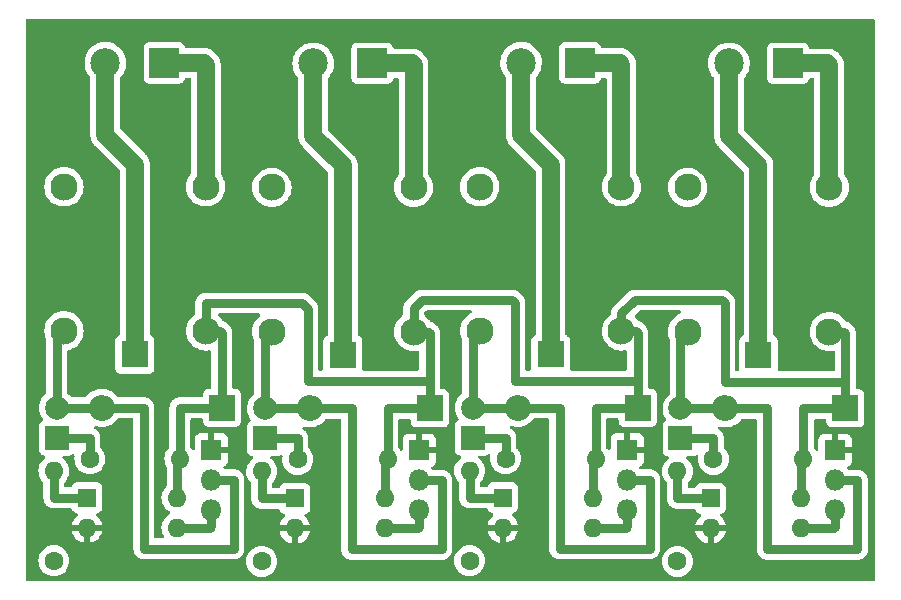
<source format=gbr>
%TF.GenerationSoftware,KiCad,Pcbnew,(6.0.10)*%
%TF.CreationDate,2023-01-21T20:33:25+05:30*%
%TF.ProjectId,Relay Module V2.3,52656c61-7920-44d6-9f64-756c65205632,rev?*%
%TF.SameCoordinates,Original*%
%TF.FileFunction,Copper,L2,Bot*%
%TF.FilePolarity,Positive*%
%FSLAX46Y46*%
G04 Gerber Fmt 4.6, Leading zero omitted, Abs format (unit mm)*
G04 Created by KiCad (PCBNEW (6.0.10)) date 2023-01-21 20:33:25*
%MOMM*%
%LPD*%
G01*
G04 APERTURE LIST*
%TA.AperFunction,ComponentPad*%
%ADD10C,1.600000*%
%TD*%
%TA.AperFunction,ComponentPad*%
%ADD11O,1.600000X1.600000*%
%TD*%
%TA.AperFunction,ComponentPad*%
%ADD12R,2.000000X2.000000*%
%TD*%
%TA.AperFunction,ComponentPad*%
%ADD13C,2.000000*%
%TD*%
%TA.AperFunction,ComponentPad*%
%ADD14R,1.600000X1.600000*%
%TD*%
%TA.AperFunction,ComponentPad*%
%ADD15R,1.800000X1.800000*%
%TD*%
%TA.AperFunction,ComponentPad*%
%ADD16O,1.800000X1.800000*%
%TD*%
%TA.AperFunction,ComponentPad*%
%ADD17R,2.500000X2.500000*%
%TD*%
%TA.AperFunction,ComponentPad*%
%ADD18C,2.500000*%
%TD*%
%TA.AperFunction,ComponentPad*%
%ADD19R,2.300000X2.300000*%
%TD*%
%TA.AperFunction,ComponentPad*%
%ADD20C,2.300000*%
%TD*%
%TA.AperFunction,ComponentPad*%
%ADD21R,2.200000X2.200000*%
%TD*%
%TA.AperFunction,ComponentPad*%
%ADD22O,2.200000X2.200000*%
%TD*%
%TA.AperFunction,Conductor*%
%ADD23C,0.750000*%
%TD*%
%TA.AperFunction,Conductor*%
%ADD24C,1.500000*%
%TD*%
G04 APERTURE END LIST*
D10*
%TO.P,R2,1*%
%TO.N,Net-(D1-Pad1)*%
X217908000Y-120124000D03*
D11*
%TO.P,R2,2*%
%TO.N,+5V*%
X225528000Y-120124000D03*
%TD*%
D10*
%TO.P,R1,1*%
%TO.N,unconnected-(R1-Pad1)*%
X197260000Y-128816000D03*
D11*
%TO.P,R1,2*%
%TO.N,Net-(R1-Pad2)*%
X197260000Y-121196000D03*
%TD*%
D10*
%TO.P,R2,1*%
%TO.N,Net-(D1-Pad1)*%
X182708000Y-120124000D03*
D11*
%TO.P,R2,2*%
%TO.N,+5V*%
X190328000Y-120124000D03*
%TD*%
D12*
%TO.P,D1,1*%
%TO.N,Net-(D1-Pad1)*%
X179914000Y-118346000D03*
D13*
%TO.P,D1,2*%
%TO.N,Net-(D1-Pad2)*%
X179914000Y-115806000D03*
%TD*%
D14*
%TO.P,U1,1*%
%TO.N,Net-(R1-Pad2)*%
X217664000Y-123421000D03*
D11*
%TO.P,U1,2*%
%TO.N,GND*%
X217664000Y-125961000D03*
%TO.P,U1,3*%
%TO.N,Net-(Q1-Pad3)*%
X225284000Y-125961000D03*
%TO.P,U1,4*%
%TO.N,+5V*%
X225284000Y-123421000D03*
%TD*%
D15*
%TO.P,Q1,1,E*%
%TO.N,GND*%
X245801000Y-119418000D03*
D16*
%TO.P,Q1,2,C*%
%TO.N,Net-(D1-Pad2)*%
X245801000Y-121958000D03*
%TO.P,Q1,3,B*%
%TO.N,Net-(Q1-Pad3)*%
X245801000Y-124498000D03*
%TD*%
D14*
%TO.P,U1,1*%
%TO.N,Net-(R1-Pad2)*%
X200064000Y-123477000D03*
D11*
%TO.P,U1,2*%
%TO.N,GND*%
X200064000Y-126017000D03*
%TO.P,U1,3*%
%TO.N,Net-(Q1-Pad3)*%
X207684000Y-126017000D03*
%TO.P,U1,4*%
%TO.N,+5V*%
X207684000Y-123477000D03*
%TD*%
D10*
%TO.P,R2,1*%
%TO.N,Net-(D1-Pad1)*%
X200308000Y-120180000D03*
D11*
%TO.P,R2,2*%
%TO.N,+5V*%
X207928000Y-120180000D03*
%TD*%
D15*
%TO.P,Q1,1,E*%
%TO.N,GND*%
X193001000Y-119362000D03*
D16*
%TO.P,Q1,2,C*%
%TO.N,Net-(D1-Pad2)*%
X193001000Y-121902000D03*
%TO.P,Q1,3,B*%
%TO.N,Net-(Q1-Pad3)*%
X193001000Y-124442000D03*
%TD*%
D14*
%TO.P,U1,1*%
%TO.N,Net-(R1-Pad2)*%
X235264000Y-123477000D03*
D11*
%TO.P,U1,2*%
%TO.N,GND*%
X235264000Y-126017000D03*
%TO.P,U1,3*%
%TO.N,Net-(Q1-Pad3)*%
X242884000Y-126017000D03*
%TO.P,U1,4*%
%TO.N,+5V*%
X242884000Y-123477000D03*
%TD*%
D17*
%TO.P,J1,1*%
%TO.N,Net-(J1-Pad1)*%
X206618000Y-86652000D03*
D18*
%TO.P,J1,2*%
%TO.N,Net-(J1-Pad2)*%
X201618000Y-86652000D03*
%TD*%
D19*
%TO.P,RLY1,1,COM*%
%TO.N,Net-(J1-Pad2)*%
X221718000Y-111298000D03*
D20*
%TO.P,RLY1,2*%
%TO.N,+5V*%
X227718000Y-109298000D03*
%TO.P,RLY1,3,NO*%
%TO.N,Net-(J1-Pad1)*%
X227718000Y-97098000D03*
%TO.P,RLY1,4,NC*%
%TO.N,unconnected-(RLY1-Pad4)*%
X215718000Y-97098000D03*
%TO.P,RLY1,5*%
%TO.N,Net-(D1-Pad2)*%
X215718000Y-109298000D03*
%TD*%
D10*
%TO.P,R2,1*%
%TO.N,Net-(D1-Pad1)*%
X235508000Y-120180000D03*
D11*
%TO.P,R2,2*%
%TO.N,+5V*%
X243128000Y-120180000D03*
%TD*%
D12*
%TO.P,D1,1*%
%TO.N,Net-(D1-Pad1)*%
X197514000Y-118402000D03*
D13*
%TO.P,D1,2*%
%TO.N,Net-(D1-Pad2)*%
X197514000Y-115862000D03*
%TD*%
D10*
%TO.P,R1,1*%
%TO.N,unconnected-(R1-Pad1)*%
X179660000Y-128760000D03*
D11*
%TO.P,R1,2*%
%TO.N,Net-(R1-Pad2)*%
X179660000Y-121140000D03*
%TD*%
D10*
%TO.P,R1,1*%
%TO.N,unconnected-(R1-Pad1)*%
X214860000Y-128760000D03*
D11*
%TO.P,R1,2*%
%TO.N,Net-(R1-Pad2)*%
X214860000Y-121140000D03*
%TD*%
D14*
%TO.P,U1,1*%
%TO.N,Net-(R1-Pad2)*%
X182464000Y-123421000D03*
D11*
%TO.P,U1,2*%
%TO.N,GND*%
X182464000Y-125961000D03*
%TO.P,U1,3*%
%TO.N,Net-(Q1-Pad3)*%
X190084000Y-125961000D03*
%TO.P,U1,4*%
%TO.N,+5V*%
X190084000Y-123421000D03*
%TD*%
D15*
%TO.P,Q1,1,E*%
%TO.N,GND*%
X228201000Y-119362000D03*
D16*
%TO.P,Q1,2,C*%
%TO.N,Net-(D1-Pad2)*%
X228201000Y-121902000D03*
%TO.P,Q1,3,B*%
%TO.N,Net-(Q1-Pad3)*%
X228201000Y-124442000D03*
%TD*%
D21*
%TO.P,D2,1,K*%
%TO.N,+5V*%
X211484000Y-115862000D03*
D22*
%TO.P,D2,2,A*%
%TO.N,Net-(D1-Pad2)*%
X201324000Y-115862000D03*
%TD*%
D17*
%TO.P,J1,1*%
%TO.N,Net-(J1-Pad1)*%
X189018000Y-86596000D03*
D18*
%TO.P,J1,2*%
%TO.N,Net-(J1-Pad2)*%
X184018000Y-86596000D03*
%TD*%
D19*
%TO.P,RLY1,1,COM*%
%TO.N,Net-(J1-Pad2)*%
X204118000Y-111354000D03*
D20*
%TO.P,RLY1,2*%
%TO.N,+5V*%
X210118000Y-109354000D03*
%TO.P,RLY1,3,NO*%
%TO.N,Net-(J1-Pad1)*%
X210118000Y-97154000D03*
%TO.P,RLY1,4,NC*%
%TO.N,unconnected-(RLY1-Pad4)*%
X198118000Y-97154000D03*
%TO.P,RLY1,5*%
%TO.N,Net-(D1-Pad2)*%
X198118000Y-109354000D03*
%TD*%
D17*
%TO.P,J1,1*%
%TO.N,Net-(J1-Pad1)*%
X241818000Y-86652000D03*
D18*
%TO.P,J1,2*%
%TO.N,Net-(J1-Pad2)*%
X236818000Y-86652000D03*
%TD*%
D21*
%TO.P,D2,1,K*%
%TO.N,+5V*%
X246684000Y-115862000D03*
D22*
%TO.P,D2,2,A*%
%TO.N,Net-(D1-Pad2)*%
X236524000Y-115862000D03*
%TD*%
D21*
%TO.P,D2,1,K*%
%TO.N,+5V*%
X229084000Y-115806000D03*
D22*
%TO.P,D2,2,A*%
%TO.N,Net-(D1-Pad2)*%
X218924000Y-115806000D03*
%TD*%
D19*
%TO.P,RLY1,1,COM*%
%TO.N,Net-(J1-Pad2)*%
X239318000Y-111354000D03*
D20*
%TO.P,RLY1,2*%
%TO.N,+5V*%
X245318000Y-109354000D03*
%TO.P,RLY1,3,NO*%
%TO.N,Net-(J1-Pad1)*%
X245318000Y-97154000D03*
%TO.P,RLY1,4,NC*%
%TO.N,unconnected-(RLY1-Pad4)*%
X233318000Y-97154000D03*
%TO.P,RLY1,5*%
%TO.N,Net-(D1-Pad2)*%
X233318000Y-109354000D03*
%TD*%
D17*
%TO.P,J1,1*%
%TO.N,Net-(J1-Pad1)*%
X224218000Y-86596000D03*
D18*
%TO.P,J1,2*%
%TO.N,Net-(J1-Pad2)*%
X219218000Y-86596000D03*
%TD*%
D21*
%TO.P,D2,1,K*%
%TO.N,+5V*%
X193884000Y-115806000D03*
D22*
%TO.P,D2,2,A*%
%TO.N,Net-(D1-Pad2)*%
X183724000Y-115806000D03*
%TD*%
D12*
%TO.P,D1,1*%
%TO.N,Net-(D1-Pad1)*%
X215114000Y-118346000D03*
D13*
%TO.P,D1,2*%
%TO.N,Net-(D1-Pad2)*%
X215114000Y-115806000D03*
%TD*%
D15*
%TO.P,Q1,1,E*%
%TO.N,GND*%
X210601000Y-119418000D03*
D16*
%TO.P,Q1,2,C*%
%TO.N,Net-(D1-Pad2)*%
X210601000Y-121958000D03*
%TO.P,Q1,3,B*%
%TO.N,Net-(Q1-Pad3)*%
X210601000Y-124498000D03*
%TD*%
D19*
%TO.P,RLY1,1,COM*%
%TO.N,Net-(J1-Pad2)*%
X186518000Y-111298000D03*
D20*
%TO.P,RLY1,2*%
%TO.N,+5V*%
X192518000Y-109298000D03*
%TO.P,RLY1,3,NO*%
%TO.N,Net-(J1-Pad1)*%
X192518000Y-97098000D03*
%TO.P,RLY1,4,NC*%
%TO.N,unconnected-(RLY1-Pad4)*%
X180518000Y-97098000D03*
%TO.P,RLY1,5*%
%TO.N,Net-(D1-Pad2)*%
X180518000Y-109298000D03*
%TD*%
D12*
%TO.P,D1,1*%
%TO.N,Net-(D1-Pad1)*%
X232714000Y-118402000D03*
D13*
%TO.P,D1,2*%
%TO.N,Net-(D1-Pad2)*%
X232714000Y-115862000D03*
%TD*%
D10*
%TO.P,R1,1*%
%TO.N,unconnected-(R1-Pad1)*%
X232460000Y-128816000D03*
D11*
%TO.P,R1,2*%
%TO.N,Net-(R1-Pad2)*%
X232460000Y-121196000D03*
%TD*%
D23*
%TO.N,Net-(D1-Pad2)*%
X215114000Y-109456000D02*
X215114000Y-115806000D01*
X218924000Y-115806000D02*
X222480000Y-115806000D01*
X179914000Y-115806000D02*
X183724000Y-115806000D01*
X233160000Y-109512000D02*
X232714000Y-109512000D01*
X198118000Y-109354000D02*
X197960000Y-109512000D01*
X187280000Y-115806000D02*
X187280000Y-127744000D01*
X180360000Y-109456000D02*
X179914000Y-109456000D01*
X233318000Y-109354000D02*
X233160000Y-109512000D01*
X194900000Y-121902000D02*
X193001000Y-121902000D01*
X197514000Y-115862000D02*
X201324000Y-115862000D01*
X204880000Y-115862000D02*
X204880000Y-127800000D01*
X230100000Y-127744000D02*
X230100000Y-121902000D01*
X215114000Y-115806000D02*
X218924000Y-115806000D01*
X232714000Y-115862000D02*
X236524000Y-115862000D01*
X194900000Y-127744000D02*
X194900000Y-121902000D01*
X197514000Y-109512000D02*
X197514000Y-115862000D01*
X222480000Y-127744000D02*
X230100000Y-127744000D01*
X240080000Y-115862000D02*
X240080000Y-127800000D01*
X222480000Y-115806000D02*
X222480000Y-127744000D01*
X240080000Y-127800000D02*
X247700000Y-127800000D01*
X230100000Y-121902000D02*
X228201000Y-121902000D01*
X201324000Y-115862000D02*
X204880000Y-115862000D01*
X247700000Y-127800000D02*
X247700000Y-121958000D01*
X247700000Y-121958000D02*
X245801000Y-121958000D01*
X179914000Y-109456000D02*
X179914000Y-115806000D01*
X180518000Y-109298000D02*
X180360000Y-109456000D01*
X215718000Y-109298000D02*
X215560000Y-109456000D01*
X232714000Y-109512000D02*
X232714000Y-115862000D01*
X215560000Y-109456000D02*
X215114000Y-109456000D01*
X187280000Y-127744000D02*
X194900000Y-127744000D01*
X204880000Y-127800000D02*
X212500000Y-127800000D01*
X236524000Y-115862000D02*
X240080000Y-115862000D01*
X197960000Y-109512000D02*
X197514000Y-109512000D01*
X212500000Y-121958000D02*
X210601000Y-121958000D01*
X212500000Y-127800000D02*
X212500000Y-121958000D01*
X183724000Y-115806000D02*
X187280000Y-115806000D01*
%TO.N,Net-(D1-Pad1)*%
X182708000Y-118346000D02*
X182708000Y-120124000D01*
X217908000Y-118346000D02*
X217908000Y-120124000D01*
X215114000Y-118346000D02*
X217908000Y-118346000D01*
X200308000Y-118402000D02*
X200308000Y-120180000D01*
X197514000Y-118402000D02*
X200308000Y-118402000D01*
X232714000Y-118402000D02*
X235508000Y-118402000D01*
X179914000Y-118346000D02*
X182708000Y-118346000D01*
X235508000Y-118402000D02*
X235508000Y-120180000D01*
%TO.N,+5V*%
X200660000Y-106934000D02*
X201168000Y-107442000D01*
X225528000Y-120124000D02*
X225284000Y-120368000D01*
X227718000Y-107816000D02*
X228854000Y-106680000D01*
X190084000Y-120368000D02*
X190084000Y-123421000D01*
X242884000Y-120424000D02*
X242884000Y-123477000D01*
X243128000Y-120180000D02*
X243128000Y-115862000D01*
X193884000Y-115806000D02*
X193884000Y-109456000D01*
X228854000Y-113538000D02*
X229084000Y-113308000D01*
X201168000Y-113538000D02*
X211328000Y-113538000D01*
X229084000Y-113308000D02*
X229084000Y-109456000D01*
X246526000Y-109354000D02*
X245318000Y-109354000D01*
X225284000Y-120368000D02*
X225284000Y-123421000D01*
X236524000Y-113588000D02*
X246684000Y-113588000D01*
X193884000Y-109456000D02*
X193726000Y-109298000D01*
X211484000Y-113694000D02*
X211484000Y-109512000D01*
X246684000Y-113588000D02*
X246684000Y-109512000D01*
X207928000Y-120180000D02*
X207684000Y-120424000D01*
X190328000Y-120124000D02*
X190328000Y-115806000D01*
X218440000Y-106680000D02*
X218694000Y-106934000D01*
X229084000Y-115806000D02*
X229084000Y-113308000D01*
X192518000Y-109298000D02*
X192518000Y-106948000D01*
X218694000Y-106934000D02*
X218694000Y-113538000D01*
X211484000Y-109512000D02*
X211326000Y-109354000D01*
X193726000Y-109298000D02*
X192518000Y-109298000D01*
X225528000Y-120124000D02*
X225528000Y-115806000D01*
X229084000Y-109456000D02*
X228926000Y-109298000D01*
X243128000Y-115862000D02*
X246684000Y-115862000D01*
X207928000Y-120180000D02*
X207928000Y-115862000D01*
X207684000Y-120424000D02*
X207684000Y-123477000D01*
X236220000Y-106680000D02*
X236474000Y-106934000D01*
X211326000Y-109354000D02*
X210118000Y-109354000D01*
X228854000Y-106680000D02*
X236220000Y-106680000D01*
X246684000Y-115862000D02*
X246684000Y-113588000D01*
X236474000Y-106934000D02*
X236474000Y-113538000D01*
X227718000Y-109298000D02*
X227718000Y-107816000D01*
X218694000Y-113538000D02*
X228854000Y-113538000D01*
X225528000Y-115806000D02*
X229084000Y-115806000D01*
X210820000Y-106680000D02*
X218440000Y-106680000D01*
X192518000Y-106948000D02*
X192532000Y-106934000D01*
X192532000Y-106934000D02*
X200660000Y-106934000D01*
X243128000Y-120180000D02*
X242884000Y-120424000D01*
X228926000Y-109298000D02*
X227718000Y-109298000D01*
X190328000Y-115806000D02*
X193884000Y-115806000D01*
X190328000Y-120124000D02*
X190084000Y-120368000D01*
X246684000Y-109512000D02*
X246526000Y-109354000D01*
X211484000Y-115862000D02*
X211484000Y-113694000D01*
X210118000Y-109354000D02*
X210118000Y-107382000D01*
X210118000Y-107382000D02*
X210820000Y-106680000D01*
X201168000Y-107442000D02*
X201168000Y-113538000D01*
X211328000Y-113538000D02*
X211484000Y-113694000D01*
X207928000Y-115862000D02*
X211484000Y-115862000D01*
X236474000Y-113538000D02*
X236524000Y-113588000D01*
D24*
%TO.N,Net-(J1-Pad1)*%
X192360000Y-86596000D02*
X192518000Y-86754000D01*
X227718000Y-86754000D02*
X227718000Y-97098000D01*
X245160000Y-86652000D02*
X245318000Y-86810000D01*
X224218000Y-86596000D02*
X227560000Y-86596000D01*
X206618000Y-86652000D02*
X209960000Y-86652000D01*
X209960000Y-86652000D02*
X210118000Y-86810000D01*
X227560000Y-86596000D02*
X227718000Y-86754000D01*
X245318000Y-86810000D02*
X245318000Y-97154000D01*
X241818000Y-86652000D02*
X245160000Y-86652000D01*
X189018000Y-86596000D02*
X192360000Y-86596000D01*
X192518000Y-86754000D02*
X192518000Y-97098000D01*
X210118000Y-86810000D02*
X210118000Y-97154000D01*
%TO.N,Net-(J1-Pad2)*%
X201618000Y-92788000D02*
X204118000Y-95288000D01*
X204118000Y-95288000D02*
X204118000Y-111354000D01*
X236818000Y-86652000D02*
X236818000Y-92788000D01*
X184018000Y-86596000D02*
X184018000Y-92732000D01*
X236818000Y-92788000D02*
X239318000Y-95288000D01*
X186518000Y-95232000D02*
X186518000Y-111298000D01*
X201618000Y-86652000D02*
X201618000Y-92788000D01*
X219218000Y-92732000D02*
X221718000Y-95232000D01*
X219218000Y-86596000D02*
X219218000Y-92732000D01*
X184018000Y-92732000D02*
X186518000Y-95232000D01*
X239318000Y-95288000D02*
X239318000Y-111354000D01*
X221718000Y-95232000D02*
X221718000Y-111298000D01*
D23*
%TO.N,Net-(Q1-Pad3)*%
X245663000Y-126017000D02*
X245668000Y-126022000D01*
X228063000Y-125961000D02*
X228068000Y-125966000D01*
X245668000Y-126022000D02*
X245801000Y-125889000D01*
X210468000Y-126022000D02*
X210601000Y-125889000D01*
X190084000Y-125961000D02*
X192863000Y-125961000D01*
X228068000Y-125966000D02*
X228201000Y-125833000D01*
X245801000Y-125889000D02*
X245801000Y-124498000D01*
X242884000Y-126017000D02*
X245663000Y-126017000D01*
X192863000Y-125961000D02*
X192868000Y-125966000D01*
X207684000Y-126017000D02*
X210463000Y-126017000D01*
X192868000Y-125966000D02*
X193001000Y-125833000D01*
X228201000Y-125833000D02*
X228201000Y-124442000D01*
X225284000Y-125961000D02*
X228063000Y-125961000D01*
X210463000Y-126017000D02*
X210468000Y-126022000D01*
X210601000Y-125889000D02*
X210601000Y-124498000D01*
X193001000Y-125833000D02*
X193001000Y-124442000D01*
%TO.N,Net-(R1-Pad2)*%
X182464000Y-123421000D02*
X179665000Y-123421000D01*
X232465000Y-123477000D02*
X232460000Y-123482000D01*
X214865000Y-123421000D02*
X214860000Y-123426000D01*
X235264000Y-123477000D02*
X232465000Y-123477000D01*
X232460000Y-123482000D02*
X232460000Y-121196000D01*
X179665000Y-123421000D02*
X179660000Y-123426000D01*
X214860000Y-123426000D02*
X214860000Y-121140000D01*
X197260000Y-123482000D02*
X197260000Y-121196000D01*
X200064000Y-123477000D02*
X197265000Y-123477000D01*
X197265000Y-123477000D02*
X197260000Y-123482000D01*
X179660000Y-123426000D02*
X179660000Y-121140000D01*
X217664000Y-123421000D02*
X214865000Y-123421000D01*
%TD*%
%TA.AperFunction,Conductor*%
%TO.N,GND*%
G36*
X249125621Y-82882502D02*
G01*
X249172114Y-82936158D01*
X249183500Y-82988500D01*
X249183500Y-130373500D01*
X249163498Y-130441621D01*
X249109842Y-130488114D01*
X249057500Y-130499500D01*
X177418500Y-130499500D01*
X177350379Y-130479498D01*
X177303886Y-130425842D01*
X177292500Y-130373500D01*
X177292500Y-128760000D01*
X178346502Y-128760000D01*
X178366457Y-128988087D01*
X178425716Y-129209243D01*
X178428039Y-129214224D01*
X178428039Y-129214225D01*
X178520151Y-129411762D01*
X178520154Y-129411767D01*
X178522477Y-129416749D01*
X178653802Y-129604300D01*
X178815700Y-129766198D01*
X178820208Y-129769355D01*
X178820211Y-129769357D01*
X178890111Y-129818301D01*
X179003251Y-129897523D01*
X179008233Y-129899846D01*
X179008238Y-129899849D01*
X179123344Y-129953523D01*
X179210757Y-129994284D01*
X179216065Y-129995706D01*
X179216067Y-129995707D01*
X179426598Y-130052119D01*
X179426600Y-130052119D01*
X179431913Y-130053543D01*
X179660000Y-130073498D01*
X179888087Y-130053543D01*
X179893400Y-130052119D01*
X179893402Y-130052119D01*
X180103933Y-129995707D01*
X180103935Y-129995706D01*
X180109243Y-129994284D01*
X180196656Y-129953523D01*
X180311762Y-129899849D01*
X180311767Y-129899846D01*
X180316749Y-129897523D01*
X180429889Y-129818301D01*
X180499789Y-129769357D01*
X180499792Y-129769355D01*
X180504300Y-129766198D01*
X180666198Y-129604300D01*
X180797523Y-129416749D01*
X180799846Y-129411767D01*
X180799849Y-129411762D01*
X180891961Y-129214225D01*
X180891961Y-129214224D01*
X180894284Y-129209243D01*
X180953543Y-128988087D01*
X180968599Y-128816000D01*
X195946502Y-128816000D01*
X195966457Y-129044087D01*
X195967881Y-129049400D01*
X195967881Y-129049402D01*
X196012046Y-129214225D01*
X196025716Y-129265243D01*
X196028039Y-129270224D01*
X196028039Y-129270225D01*
X196120151Y-129467762D01*
X196120154Y-129467767D01*
X196122477Y-129472749D01*
X196253802Y-129660300D01*
X196415700Y-129822198D01*
X196420208Y-129825355D01*
X196420211Y-129825357D01*
X196498389Y-129880098D01*
X196603251Y-129953523D01*
X196608233Y-129955846D01*
X196608238Y-129955849D01*
X196693715Y-129995707D01*
X196810757Y-130050284D01*
X196816065Y-130051706D01*
X196816067Y-130051707D01*
X197026598Y-130108119D01*
X197026600Y-130108119D01*
X197031913Y-130109543D01*
X197260000Y-130129498D01*
X197488087Y-130109543D01*
X197493400Y-130108119D01*
X197493402Y-130108119D01*
X197703933Y-130051707D01*
X197703935Y-130051706D01*
X197709243Y-130050284D01*
X197826285Y-129995707D01*
X197911762Y-129955849D01*
X197911767Y-129955846D01*
X197916749Y-129953523D01*
X198021611Y-129880098D01*
X198099789Y-129825357D01*
X198099792Y-129825355D01*
X198104300Y-129822198D01*
X198266198Y-129660300D01*
X198397523Y-129472749D01*
X198399846Y-129467767D01*
X198399849Y-129467762D01*
X198491961Y-129270225D01*
X198491961Y-129270224D01*
X198494284Y-129265243D01*
X198507955Y-129214225D01*
X198552119Y-129049402D01*
X198552119Y-129049400D01*
X198553543Y-129044087D01*
X198573498Y-128816000D01*
X198568599Y-128760000D01*
X213546502Y-128760000D01*
X213566457Y-128988087D01*
X213625716Y-129209243D01*
X213628039Y-129214224D01*
X213628039Y-129214225D01*
X213720151Y-129411762D01*
X213720154Y-129411767D01*
X213722477Y-129416749D01*
X213853802Y-129604300D01*
X214015700Y-129766198D01*
X214020208Y-129769355D01*
X214020211Y-129769357D01*
X214090111Y-129818301D01*
X214203251Y-129897523D01*
X214208233Y-129899846D01*
X214208238Y-129899849D01*
X214323344Y-129953523D01*
X214410757Y-129994284D01*
X214416065Y-129995706D01*
X214416067Y-129995707D01*
X214626598Y-130052119D01*
X214626600Y-130052119D01*
X214631913Y-130053543D01*
X214860000Y-130073498D01*
X215088087Y-130053543D01*
X215093400Y-130052119D01*
X215093402Y-130052119D01*
X215303933Y-129995707D01*
X215303935Y-129995706D01*
X215309243Y-129994284D01*
X215396656Y-129953523D01*
X215511762Y-129899849D01*
X215511767Y-129899846D01*
X215516749Y-129897523D01*
X215629889Y-129818301D01*
X215699789Y-129769357D01*
X215699792Y-129769355D01*
X215704300Y-129766198D01*
X215866198Y-129604300D01*
X215997523Y-129416749D01*
X215999846Y-129411767D01*
X215999849Y-129411762D01*
X216091961Y-129214225D01*
X216091961Y-129214224D01*
X216094284Y-129209243D01*
X216153543Y-128988087D01*
X216168599Y-128816000D01*
X231146502Y-128816000D01*
X231166457Y-129044087D01*
X231167881Y-129049400D01*
X231167881Y-129049402D01*
X231212046Y-129214225D01*
X231225716Y-129265243D01*
X231228039Y-129270224D01*
X231228039Y-129270225D01*
X231320151Y-129467762D01*
X231320154Y-129467767D01*
X231322477Y-129472749D01*
X231453802Y-129660300D01*
X231615700Y-129822198D01*
X231620208Y-129825355D01*
X231620211Y-129825357D01*
X231698389Y-129880098D01*
X231803251Y-129953523D01*
X231808233Y-129955846D01*
X231808238Y-129955849D01*
X231893715Y-129995707D01*
X232010757Y-130050284D01*
X232016065Y-130051706D01*
X232016067Y-130051707D01*
X232226598Y-130108119D01*
X232226600Y-130108119D01*
X232231913Y-130109543D01*
X232460000Y-130129498D01*
X232688087Y-130109543D01*
X232693400Y-130108119D01*
X232693402Y-130108119D01*
X232903933Y-130051707D01*
X232903935Y-130051706D01*
X232909243Y-130050284D01*
X233026285Y-129995707D01*
X233111762Y-129955849D01*
X233111767Y-129955846D01*
X233116749Y-129953523D01*
X233221611Y-129880098D01*
X233299789Y-129825357D01*
X233299792Y-129825355D01*
X233304300Y-129822198D01*
X233466198Y-129660300D01*
X233597523Y-129472749D01*
X233599846Y-129467767D01*
X233599849Y-129467762D01*
X233691961Y-129270225D01*
X233691961Y-129270224D01*
X233694284Y-129265243D01*
X233707955Y-129214225D01*
X233752119Y-129049402D01*
X233752119Y-129049400D01*
X233753543Y-129044087D01*
X233773498Y-128816000D01*
X233753543Y-128587913D01*
X233749450Y-128572636D01*
X233695707Y-128372067D01*
X233695706Y-128372065D01*
X233694284Y-128366757D01*
X233675781Y-128327077D01*
X233599849Y-128164238D01*
X233599846Y-128164233D01*
X233597523Y-128159251D01*
X233524098Y-128054389D01*
X233469357Y-127976211D01*
X233469355Y-127976208D01*
X233466198Y-127971700D01*
X233304300Y-127809802D01*
X233299792Y-127806645D01*
X233299789Y-127806643D01*
X233219812Y-127750643D01*
X233116749Y-127678477D01*
X233111767Y-127676154D01*
X233111762Y-127676151D01*
X232914225Y-127584039D01*
X232914224Y-127584039D01*
X232909243Y-127581716D01*
X232903935Y-127580294D01*
X232903933Y-127580293D01*
X232693402Y-127523881D01*
X232693400Y-127523881D01*
X232688087Y-127522457D01*
X232460000Y-127502502D01*
X232231913Y-127522457D01*
X232226600Y-127523881D01*
X232226598Y-127523881D01*
X232016067Y-127580293D01*
X232016065Y-127580294D01*
X232010757Y-127581716D01*
X232005776Y-127584039D01*
X232005775Y-127584039D01*
X231808238Y-127676151D01*
X231808233Y-127676154D01*
X231803251Y-127678477D01*
X231700188Y-127750643D01*
X231620211Y-127806643D01*
X231620208Y-127806645D01*
X231615700Y-127809802D01*
X231453802Y-127971700D01*
X231450645Y-127976208D01*
X231450643Y-127976211D01*
X231395902Y-128054389D01*
X231322477Y-128159251D01*
X231320154Y-128164233D01*
X231320151Y-128164238D01*
X231244219Y-128327077D01*
X231225716Y-128366757D01*
X231224294Y-128372065D01*
X231224293Y-128372067D01*
X231170550Y-128572636D01*
X231166457Y-128587913D01*
X231146502Y-128816000D01*
X216168599Y-128816000D01*
X216173498Y-128760000D01*
X216153543Y-128531913D01*
X216150004Y-128518704D01*
X216095707Y-128316067D01*
X216095706Y-128316065D01*
X216094284Y-128310757D01*
X216075781Y-128271077D01*
X215999849Y-128108238D01*
X215999846Y-128108233D01*
X215997523Y-128103251D01*
X215914514Y-127984702D01*
X215869357Y-127920211D01*
X215869355Y-127920208D01*
X215866198Y-127915700D01*
X215704300Y-127753802D01*
X215699792Y-127750645D01*
X215699789Y-127750643D01*
X215593403Y-127676151D01*
X215516749Y-127622477D01*
X215511767Y-127620154D01*
X215511762Y-127620151D01*
X215314225Y-127528039D01*
X215314224Y-127528039D01*
X215309243Y-127525716D01*
X215303935Y-127524294D01*
X215303933Y-127524293D01*
X215093402Y-127467881D01*
X215093400Y-127467881D01*
X215088087Y-127466457D01*
X214860000Y-127446502D01*
X214631913Y-127466457D01*
X214626600Y-127467881D01*
X214626598Y-127467881D01*
X214416067Y-127524293D01*
X214416065Y-127524294D01*
X214410757Y-127525716D01*
X214405776Y-127528039D01*
X214405775Y-127528039D01*
X214208238Y-127620151D01*
X214208233Y-127620154D01*
X214203251Y-127622477D01*
X214126597Y-127676151D01*
X214020211Y-127750643D01*
X214020208Y-127750645D01*
X214015700Y-127753802D01*
X213853802Y-127915700D01*
X213850645Y-127920208D01*
X213850643Y-127920211D01*
X213805486Y-127984702D01*
X213722477Y-128103251D01*
X213720154Y-128108233D01*
X213720151Y-128108238D01*
X213644219Y-128271077D01*
X213625716Y-128310757D01*
X213624294Y-128316065D01*
X213624293Y-128316067D01*
X213569996Y-128518704D01*
X213566457Y-128531913D01*
X213546502Y-128760000D01*
X198568599Y-128760000D01*
X198553543Y-128587913D01*
X198549450Y-128572636D01*
X198495707Y-128372067D01*
X198495706Y-128372065D01*
X198494284Y-128366757D01*
X198475781Y-128327077D01*
X198399849Y-128164238D01*
X198399846Y-128164233D01*
X198397523Y-128159251D01*
X198324098Y-128054389D01*
X198269357Y-127976211D01*
X198269355Y-127976208D01*
X198266198Y-127971700D01*
X198104300Y-127809802D01*
X198099792Y-127806645D01*
X198099789Y-127806643D01*
X198019812Y-127750643D01*
X197916749Y-127678477D01*
X197911767Y-127676154D01*
X197911762Y-127676151D01*
X197714225Y-127584039D01*
X197714224Y-127584039D01*
X197709243Y-127581716D01*
X197703935Y-127580294D01*
X197703933Y-127580293D01*
X197493402Y-127523881D01*
X197493400Y-127523881D01*
X197488087Y-127522457D01*
X197260000Y-127502502D01*
X197031913Y-127522457D01*
X197026600Y-127523881D01*
X197026598Y-127523881D01*
X196816067Y-127580293D01*
X196816065Y-127580294D01*
X196810757Y-127581716D01*
X196805776Y-127584039D01*
X196805775Y-127584039D01*
X196608238Y-127676151D01*
X196608233Y-127676154D01*
X196603251Y-127678477D01*
X196500188Y-127750643D01*
X196420211Y-127806643D01*
X196420208Y-127806645D01*
X196415700Y-127809802D01*
X196253802Y-127971700D01*
X196250645Y-127976208D01*
X196250643Y-127976211D01*
X196195902Y-128054389D01*
X196122477Y-128159251D01*
X196120154Y-128164233D01*
X196120151Y-128164238D01*
X196044219Y-128327077D01*
X196025716Y-128366757D01*
X196024294Y-128372065D01*
X196024293Y-128372067D01*
X195970550Y-128572636D01*
X195966457Y-128587913D01*
X195946502Y-128816000D01*
X180968599Y-128816000D01*
X180973498Y-128760000D01*
X180953543Y-128531913D01*
X180950004Y-128518704D01*
X180895707Y-128316067D01*
X180895706Y-128316065D01*
X180894284Y-128310757D01*
X180875781Y-128271077D01*
X180799849Y-128108238D01*
X180799846Y-128108233D01*
X180797523Y-128103251D01*
X180714514Y-127984702D01*
X180669357Y-127920211D01*
X180669355Y-127920208D01*
X180666198Y-127915700D01*
X180504300Y-127753802D01*
X180499792Y-127750645D01*
X180499789Y-127750643D01*
X180393403Y-127676151D01*
X180316749Y-127622477D01*
X180311767Y-127620154D01*
X180311762Y-127620151D01*
X180114225Y-127528039D01*
X180114224Y-127528039D01*
X180109243Y-127525716D01*
X180103935Y-127524294D01*
X180103933Y-127524293D01*
X179893402Y-127467881D01*
X179893400Y-127467881D01*
X179888087Y-127466457D01*
X179660000Y-127446502D01*
X179431913Y-127466457D01*
X179426600Y-127467881D01*
X179426598Y-127467881D01*
X179216067Y-127524293D01*
X179216065Y-127524294D01*
X179210757Y-127525716D01*
X179205776Y-127528039D01*
X179205775Y-127528039D01*
X179008238Y-127620151D01*
X179008233Y-127620154D01*
X179003251Y-127622477D01*
X178926597Y-127676151D01*
X178820211Y-127750643D01*
X178820208Y-127750645D01*
X178815700Y-127753802D01*
X178653802Y-127915700D01*
X178650645Y-127920208D01*
X178650643Y-127920211D01*
X178605486Y-127984702D01*
X178522477Y-128103251D01*
X178520154Y-128108233D01*
X178520151Y-128108238D01*
X178444219Y-128271077D01*
X178425716Y-128310757D01*
X178424294Y-128316065D01*
X178424293Y-128316067D01*
X178369996Y-128518704D01*
X178366457Y-128531913D01*
X178346502Y-128760000D01*
X177292500Y-128760000D01*
X177292500Y-126227522D01*
X181181273Y-126227522D01*
X181228764Y-126404761D01*
X181232510Y-126415053D01*
X181324586Y-126612511D01*
X181330069Y-126622007D01*
X181455028Y-126800467D01*
X181462084Y-126808875D01*
X181616125Y-126962916D01*
X181624533Y-126969972D01*
X181802993Y-127094931D01*
X181812489Y-127100414D01*
X182009947Y-127192490D01*
X182020239Y-127196236D01*
X182192503Y-127242394D01*
X182206599Y-127242058D01*
X182210000Y-127234116D01*
X182210000Y-127228967D01*
X182718000Y-127228967D01*
X182721973Y-127242498D01*
X182730522Y-127243727D01*
X182907761Y-127196236D01*
X182918053Y-127192490D01*
X183115511Y-127100414D01*
X183125007Y-127094931D01*
X183303467Y-126969972D01*
X183311875Y-126962916D01*
X183465916Y-126808875D01*
X183472972Y-126800467D01*
X183597931Y-126622007D01*
X183603414Y-126612511D01*
X183695490Y-126415053D01*
X183699236Y-126404761D01*
X183745394Y-126232497D01*
X183745058Y-126218401D01*
X183737116Y-126215000D01*
X182736115Y-126215000D01*
X182720876Y-126219475D01*
X182719671Y-126220865D01*
X182718000Y-126228548D01*
X182718000Y-127228967D01*
X182210000Y-127228967D01*
X182210000Y-126233115D01*
X182205525Y-126217876D01*
X182204135Y-126216671D01*
X182196452Y-126215000D01*
X181196033Y-126215000D01*
X181182502Y-126218973D01*
X181181273Y-126227522D01*
X177292500Y-126227522D01*
X177292500Y-121140000D01*
X178346502Y-121140000D01*
X178366457Y-121368087D01*
X178367881Y-121373400D01*
X178367881Y-121373402D01*
X178418433Y-121562061D01*
X178425716Y-121589243D01*
X178428039Y-121594224D01*
X178428039Y-121594225D01*
X178520151Y-121791762D01*
X178520154Y-121791767D01*
X178522477Y-121796749D01*
X178558197Y-121847762D01*
X178611208Y-121923469D01*
X178653802Y-121984300D01*
X178739595Y-122070093D01*
X178773621Y-122132405D01*
X178776500Y-122159188D01*
X178776500Y-123399555D01*
X178776327Y-123406150D01*
X178773239Y-123465080D01*
X178772850Y-123472493D01*
X178773882Y-123479008D01*
X178773882Y-123479010D01*
X178783243Y-123538113D01*
X178784104Y-123544653D01*
X178791046Y-123610702D01*
X178793088Y-123616985D01*
X178793088Y-123616987D01*
X178795189Y-123623454D01*
X178799806Y-123642685D01*
X178801903Y-123655926D01*
X178810935Y-123679454D01*
X178825712Y-123717950D01*
X178827912Y-123724163D01*
X178848436Y-123787331D01*
X178851738Y-123793050D01*
X178851739Y-123793053D01*
X178855144Y-123798951D01*
X178863651Y-123816786D01*
X178868459Y-123829310D01*
X178872056Y-123834848D01*
X178872057Y-123834851D01*
X178904637Y-123885019D01*
X178908084Y-123890644D01*
X178941296Y-123948169D01*
X178945716Y-123953078D01*
X178950269Y-123958135D01*
X178962300Y-123973814D01*
X178966008Y-123979523D01*
X178966011Y-123979527D01*
X178969609Y-123985067D01*
X179016573Y-124032031D01*
X179021114Y-124036816D01*
X179065566Y-124086185D01*
X179076426Y-124094075D01*
X179091454Y-124106912D01*
X179100933Y-124116391D01*
X179106469Y-124119986D01*
X179106470Y-124119987D01*
X179156644Y-124152570D01*
X179162081Y-124156307D01*
X179210471Y-124191465D01*
X179210474Y-124191467D01*
X179215816Y-124195348D01*
X179228075Y-124200806D01*
X179245435Y-124210232D01*
X179256690Y-124217541D01*
X179310772Y-124238301D01*
X179318691Y-124241341D01*
X179324784Y-124243865D01*
X179379449Y-124268203D01*
X179379455Y-124268205D01*
X179385479Y-124270887D01*
X179398608Y-124273678D01*
X179417553Y-124279290D01*
X179430074Y-124284096D01*
X179485205Y-124292829D01*
X179495668Y-124294486D01*
X179502150Y-124295687D01*
X179556573Y-124307254D01*
X179567140Y-124309500D01*
X179580543Y-124309500D01*
X179600255Y-124311051D01*
X179613507Y-124313150D01*
X179620094Y-124312805D01*
X179620098Y-124312805D01*
X179679850Y-124309673D01*
X179686445Y-124309500D01*
X179752860Y-124309500D01*
X179759315Y-124308128D01*
X179759324Y-124308127D01*
X179763430Y-124307254D01*
X179789628Y-124304500D01*
X181064874Y-124304500D01*
X181132995Y-124324502D01*
X181179488Y-124378158D01*
X181182856Y-124386270D01*
X181199384Y-124430357D01*
X181213385Y-124467705D01*
X181300739Y-124584261D01*
X181417295Y-124671615D01*
X181553684Y-124722745D01*
X181565229Y-124723999D01*
X181567910Y-124725113D01*
X181569222Y-124725425D01*
X181569172Y-124725637D01*
X181630790Y-124751238D01*
X181671218Y-124809599D01*
X181673677Y-124880553D01*
X181637384Y-124941572D01*
X181626775Y-124950147D01*
X181616125Y-124959084D01*
X181462084Y-125113125D01*
X181455028Y-125121533D01*
X181330069Y-125299993D01*
X181324586Y-125309489D01*
X181232510Y-125506947D01*
X181228764Y-125517239D01*
X181182606Y-125689503D01*
X181182942Y-125703599D01*
X181190884Y-125707000D01*
X183731967Y-125707000D01*
X183745498Y-125703027D01*
X183746727Y-125694478D01*
X183699236Y-125517239D01*
X183695490Y-125506947D01*
X183603414Y-125309489D01*
X183597931Y-125299993D01*
X183472972Y-125121533D01*
X183465916Y-125113125D01*
X183311875Y-124959084D01*
X183299254Y-124948493D01*
X183300108Y-124947475D01*
X183259776Y-124897016D01*
X183252468Y-124826397D01*
X183284500Y-124763037D01*
X183345702Y-124727053D01*
X183362762Y-124724000D01*
X183374316Y-124722745D01*
X183510705Y-124671615D01*
X183627261Y-124584261D01*
X183714615Y-124467705D01*
X183765745Y-124331316D01*
X183772500Y-124269134D01*
X183772500Y-122572866D01*
X183765745Y-122510684D01*
X183714615Y-122374295D01*
X183627261Y-122257739D01*
X183510705Y-122170385D01*
X183374316Y-122119255D01*
X183312134Y-122112500D01*
X181615866Y-122112500D01*
X181553684Y-122119255D01*
X181417295Y-122170385D01*
X181300739Y-122257739D01*
X181213385Y-122374295D01*
X181210233Y-122382703D01*
X181182856Y-122455730D01*
X181140214Y-122512494D01*
X181073652Y-122537194D01*
X181064874Y-122537500D01*
X180669500Y-122537500D01*
X180601379Y-122517498D01*
X180554886Y-122463842D01*
X180543500Y-122411500D01*
X180543500Y-122159188D01*
X180563502Y-122091067D01*
X180580405Y-122070093D01*
X180666198Y-121984300D01*
X180708793Y-121923469D01*
X180761803Y-121847762D01*
X180797523Y-121796749D01*
X180799846Y-121791767D01*
X180799849Y-121791762D01*
X180891961Y-121594225D01*
X180891961Y-121594224D01*
X180894284Y-121589243D01*
X180901568Y-121562061D01*
X180952119Y-121373402D01*
X180952119Y-121373400D01*
X180953543Y-121368087D01*
X180973498Y-121140000D01*
X180953543Y-120911913D01*
X180952119Y-120906598D01*
X180895707Y-120696067D01*
X180895706Y-120696065D01*
X180894284Y-120690757D01*
X180891961Y-120685775D01*
X180799849Y-120488238D01*
X180799846Y-120488233D01*
X180797523Y-120483251D01*
X180714268Y-120364351D01*
X180669357Y-120300211D01*
X180669355Y-120300208D01*
X180666198Y-120295700D01*
X180504300Y-120133802D01*
X180499792Y-120130645D01*
X180499789Y-120130643D01*
X180432766Y-120083713D01*
X180388438Y-120028256D01*
X180381129Y-119957636D01*
X180413160Y-119894276D01*
X180474361Y-119858291D01*
X180505037Y-119854500D01*
X180962134Y-119854500D01*
X181024316Y-119847745D01*
X181160705Y-119796615D01*
X181219933Y-119752226D01*
X181286437Y-119727379D01*
X181355819Y-119742432D01*
X181406050Y-119792605D01*
X181421180Y-119861971D01*
X181417203Y-119885662D01*
X181415882Y-119890591D01*
X181415881Y-119890598D01*
X181414457Y-119895913D01*
X181394502Y-120124000D01*
X181414457Y-120352087D01*
X181415881Y-120357400D01*
X181415881Y-120357402D01*
X181458284Y-120515649D01*
X181473716Y-120573243D01*
X181476039Y-120578224D01*
X181476039Y-120578225D01*
X181568151Y-120775762D01*
X181568154Y-120775767D01*
X181570477Y-120780749D01*
X181701802Y-120968300D01*
X181863700Y-121130198D01*
X181868208Y-121133355D01*
X181868211Y-121133357D01*
X181934817Y-121179995D01*
X182051251Y-121261523D01*
X182056233Y-121263846D01*
X182056238Y-121263849D01*
X182241294Y-121350141D01*
X182258757Y-121358284D01*
X182264065Y-121359706D01*
X182264067Y-121359707D01*
X182474598Y-121416119D01*
X182474600Y-121416119D01*
X182479913Y-121417543D01*
X182708000Y-121437498D01*
X182936087Y-121417543D01*
X182941400Y-121416119D01*
X182941402Y-121416119D01*
X183151933Y-121359707D01*
X183151935Y-121359706D01*
X183157243Y-121358284D01*
X183174706Y-121350141D01*
X183359762Y-121263849D01*
X183359767Y-121263846D01*
X183364749Y-121261523D01*
X183481183Y-121179995D01*
X183547789Y-121133357D01*
X183547792Y-121133355D01*
X183552300Y-121130198D01*
X183714198Y-120968300D01*
X183845523Y-120780749D01*
X183847846Y-120775767D01*
X183847849Y-120775762D01*
X183939961Y-120578225D01*
X183939961Y-120578224D01*
X183942284Y-120573243D01*
X183957717Y-120515649D01*
X184000119Y-120357402D01*
X184000119Y-120357400D01*
X184001543Y-120352087D01*
X184021498Y-120124000D01*
X184001543Y-119895913D01*
X183990786Y-119855767D01*
X183943707Y-119680067D01*
X183943706Y-119680065D01*
X183942284Y-119674757D01*
X183933487Y-119655891D01*
X183847849Y-119472238D01*
X183847846Y-119472233D01*
X183845523Y-119467251D01*
X183759860Y-119344912D01*
X183717357Y-119284211D01*
X183717355Y-119284208D01*
X183714198Y-119279700D01*
X183628405Y-119193907D01*
X183594379Y-119131595D01*
X183591500Y-119104812D01*
X183591500Y-118253140D01*
X183583194Y-118214062D01*
X183581131Y-118201037D01*
X183577644Y-118167860D01*
X183577643Y-118167857D01*
X183576954Y-118161298D01*
X183564606Y-118123296D01*
X183561193Y-118110557D01*
X183554259Y-118077933D01*
X183554258Y-118077931D01*
X183552887Y-118071479D01*
X183536636Y-118034978D01*
X183531911Y-118022668D01*
X183521606Y-117990953D01*
X183521605Y-117990952D01*
X183519564Y-117984669D01*
X183512317Y-117972116D01*
X183499584Y-117950061D01*
X183493598Y-117938314D01*
X183480032Y-117907846D01*
X183477348Y-117901817D01*
X183453864Y-117869495D01*
X183446683Y-117858436D01*
X183430005Y-117829549D01*
X183426704Y-117823831D01*
X183399971Y-117794141D01*
X183391671Y-117783892D01*
X183372064Y-117756905D01*
X183368185Y-117751566D01*
X183353048Y-117737936D01*
X183338492Y-117724829D01*
X183329171Y-117715508D01*
X183306850Y-117690719D01*
X183306848Y-117690718D01*
X183302434Y-117685815D01*
X183270107Y-117662328D01*
X183259858Y-117654028D01*
X183235077Y-117631715D01*
X183235076Y-117631714D01*
X183230169Y-117627296D01*
X183195567Y-117607318D01*
X183184507Y-117600136D01*
X183157526Y-117580533D01*
X183157525Y-117580532D01*
X183152184Y-117576652D01*
X183149243Y-117575342D01*
X183101117Y-117524865D01*
X183087683Y-117455151D01*
X183114072Y-117389241D01*
X183171906Y-117348061D01*
X183242525Y-117344614D01*
X183342395Y-117368591D01*
X183466784Y-117398454D01*
X183466790Y-117398455D01*
X183471597Y-117399609D01*
X183724000Y-117419474D01*
X183976403Y-117399609D01*
X183981210Y-117398455D01*
X183981216Y-117398454D01*
X184166938Y-117353866D01*
X184222591Y-117340505D01*
X184232260Y-117336500D01*
X184451928Y-117245511D01*
X184451932Y-117245509D01*
X184456502Y-117243616D01*
X184672376Y-117111328D01*
X184864898Y-116946898D01*
X185029328Y-116754376D01*
X185032216Y-116749664D01*
X185032380Y-116749516D01*
X185034826Y-116746149D01*
X185035533Y-116746663D01*
X185084865Y-116702033D01*
X185139648Y-116689500D01*
X186270500Y-116689500D01*
X186338621Y-116709502D01*
X186385114Y-116763158D01*
X186396500Y-116815500D01*
X186396500Y-127836860D01*
X186397873Y-127843318D01*
X186404806Y-127875938D01*
X186406869Y-127888963D01*
X186410154Y-127920211D01*
X186411046Y-127928702D01*
X186413085Y-127934977D01*
X186423393Y-127966701D01*
X186426807Y-127979443D01*
X186429259Y-127990977D01*
X186435113Y-128018521D01*
X186437796Y-128024547D01*
X186451363Y-128055019D01*
X186456089Y-128067332D01*
X186468436Y-128105331D01*
X186471739Y-128111053D01*
X186471740Y-128111054D01*
X186488416Y-128139939D01*
X186494402Y-128151686D01*
X186499827Y-128163870D01*
X186510652Y-128188183D01*
X186520439Y-128201653D01*
X186534134Y-128220503D01*
X186541316Y-128231562D01*
X186561296Y-128266169D01*
X186565714Y-128271076D01*
X186565715Y-128271077D01*
X186588029Y-128295859D01*
X186596328Y-128306107D01*
X186619815Y-128338434D01*
X186624718Y-128342848D01*
X186624719Y-128342850D01*
X186649508Y-128365171D01*
X186658829Y-128374492D01*
X186676786Y-128394434D01*
X186685566Y-128404185D01*
X186690905Y-128408064D01*
X186717893Y-128427672D01*
X186728141Y-128435971D01*
X186757831Y-128462704D01*
X186792432Y-128482681D01*
X186803491Y-128489863D01*
X186835816Y-128513348D01*
X186841842Y-128516031D01*
X186841849Y-128516035D01*
X186872318Y-128529600D01*
X186884060Y-128535582D01*
X186918669Y-128555564D01*
X186956680Y-128567914D01*
X186968976Y-128572635D01*
X186968982Y-128572637D01*
X186999450Y-128586203D01*
X186999453Y-128586204D01*
X187005479Y-128588887D01*
X187018187Y-128591588D01*
X187044557Y-128597193D01*
X187057296Y-128600606D01*
X187095298Y-128612954D01*
X187101857Y-128613643D01*
X187101860Y-128613644D01*
X187135037Y-128617131D01*
X187148062Y-128619194D01*
X187156840Y-128621060D01*
X187187140Y-128627500D01*
X194992860Y-128627500D01*
X195023160Y-128621060D01*
X195031938Y-128619194D01*
X195044963Y-128617131D01*
X195078140Y-128613644D01*
X195078143Y-128613643D01*
X195084702Y-128612954D01*
X195122704Y-128600606D01*
X195135443Y-128597193D01*
X195168067Y-128590259D01*
X195168069Y-128590258D01*
X195174521Y-128588887D01*
X195211022Y-128572636D01*
X195223332Y-128567911D01*
X195255047Y-128557606D01*
X195255048Y-128557605D01*
X195261331Y-128555564D01*
X195267054Y-128552260D01*
X195295939Y-128535584D01*
X195307686Y-128529598D01*
X195332153Y-128518704D01*
X195344183Y-128513348D01*
X195376505Y-128489864D01*
X195387564Y-128482683D01*
X195422169Y-128462704D01*
X195451859Y-128435971D01*
X195462108Y-128427671D01*
X195489095Y-128408064D01*
X195494434Y-128404185D01*
X195503214Y-128394434D01*
X195521171Y-128374492D01*
X195530492Y-128365171D01*
X195555281Y-128342850D01*
X195555282Y-128342848D01*
X195560185Y-128338434D01*
X195583672Y-128306107D01*
X195591972Y-128295858D01*
X195614285Y-128271077D01*
X195614286Y-128271076D01*
X195618704Y-128266169D01*
X195638682Y-128231567D01*
X195645864Y-128220507D01*
X195665467Y-128193526D01*
X195665468Y-128193524D01*
X195669348Y-128188184D01*
X195672033Y-128182154D01*
X195672035Y-128182151D01*
X195685600Y-128151682D01*
X195691583Y-128139939D01*
X195711564Y-128105331D01*
X195723914Y-128067320D01*
X195728636Y-128055020D01*
X195728637Y-128055019D01*
X195744887Y-128018521D01*
X195753193Y-127979443D01*
X195756607Y-127966701D01*
X195766915Y-127934977D01*
X195768954Y-127928702D01*
X195769847Y-127920211D01*
X195773131Y-127888963D01*
X195775194Y-127875938D01*
X195782127Y-127843318D01*
X195783500Y-127836860D01*
X195783500Y-126283522D01*
X198781273Y-126283522D01*
X198828764Y-126460761D01*
X198832510Y-126471053D01*
X198924586Y-126668511D01*
X198930069Y-126678007D01*
X199055028Y-126856467D01*
X199062084Y-126864875D01*
X199216125Y-127018916D01*
X199224533Y-127025972D01*
X199402993Y-127150931D01*
X199412489Y-127156414D01*
X199609947Y-127248490D01*
X199620239Y-127252236D01*
X199792503Y-127298394D01*
X199806599Y-127298058D01*
X199810000Y-127290116D01*
X199810000Y-127284967D01*
X200318000Y-127284967D01*
X200321973Y-127298498D01*
X200330522Y-127299727D01*
X200507761Y-127252236D01*
X200518053Y-127248490D01*
X200715511Y-127156414D01*
X200725007Y-127150931D01*
X200903467Y-127025972D01*
X200911875Y-127018916D01*
X201065916Y-126864875D01*
X201072972Y-126856467D01*
X201197931Y-126678007D01*
X201203414Y-126668511D01*
X201295490Y-126471053D01*
X201299236Y-126460761D01*
X201345394Y-126288497D01*
X201345058Y-126274401D01*
X201337116Y-126271000D01*
X200336115Y-126271000D01*
X200320876Y-126275475D01*
X200319671Y-126276865D01*
X200318000Y-126284548D01*
X200318000Y-127284967D01*
X199810000Y-127284967D01*
X199810000Y-126289115D01*
X199805525Y-126273876D01*
X199804135Y-126272671D01*
X199796452Y-126271000D01*
X198796033Y-126271000D01*
X198782502Y-126274973D01*
X198781273Y-126283522D01*
X195783500Y-126283522D01*
X195783500Y-121809140D01*
X195775194Y-121770062D01*
X195773131Y-121757037D01*
X195769644Y-121723860D01*
X195769643Y-121723857D01*
X195768954Y-121717298D01*
X195756606Y-121679296D01*
X195753193Y-121666557D01*
X195746259Y-121633933D01*
X195746258Y-121633931D01*
X195744887Y-121627479D01*
X195728636Y-121590978D01*
X195723911Y-121578668D01*
X195713606Y-121546953D01*
X195713605Y-121546952D01*
X195711564Y-121540669D01*
X195699542Y-121519846D01*
X195691584Y-121506061D01*
X195685598Y-121494314D01*
X195672032Y-121463846D01*
X195669348Y-121457817D01*
X195645864Y-121425495D01*
X195638683Y-121414436D01*
X195627977Y-121395892D01*
X195618704Y-121379831D01*
X195603196Y-121362607D01*
X195591971Y-121350141D01*
X195583671Y-121339892D01*
X195564064Y-121312905D01*
X195560185Y-121307566D01*
X195545048Y-121293936D01*
X195530492Y-121280829D01*
X195521171Y-121271508D01*
X195498850Y-121246719D01*
X195498848Y-121246718D01*
X195494434Y-121241815D01*
X195462107Y-121218328D01*
X195451858Y-121210028D01*
X195427077Y-121187715D01*
X195427076Y-121187714D01*
X195422169Y-121183296D01*
X195387567Y-121163318D01*
X195376507Y-121156136D01*
X195349526Y-121136533D01*
X195349525Y-121136532D01*
X195344184Y-121132652D01*
X195338158Y-121129969D01*
X195338151Y-121129965D01*
X195307682Y-121116400D01*
X195295940Y-121110418D01*
X195261331Y-121090436D01*
X195223320Y-121078086D01*
X195211024Y-121073365D01*
X195191847Y-121064827D01*
X195180550Y-121059797D01*
X195180547Y-121059796D01*
X195174521Y-121057113D01*
X195135444Y-121048807D01*
X195122704Y-121045394D01*
X195084702Y-121033046D01*
X195078143Y-121032357D01*
X195078140Y-121032356D01*
X195044963Y-121028869D01*
X195031938Y-121026806D01*
X195020147Y-121024300D01*
X194992860Y-121018500D01*
X194157209Y-121018500D01*
X194089088Y-120998498D01*
X194064020Y-120977304D01*
X194030484Y-120940448D01*
X193999434Y-120876605D01*
X194007829Y-120806106D01*
X194053005Y-120751338D01*
X194079449Y-120737669D01*
X194139054Y-120715324D01*
X194154649Y-120706786D01*
X194256724Y-120630285D01*
X194269285Y-120617724D01*
X194345786Y-120515649D01*
X194354324Y-120500054D01*
X194399478Y-120379606D01*
X194403105Y-120364351D01*
X194408631Y-120313486D01*
X194409000Y-120306672D01*
X194409000Y-119634115D01*
X194404525Y-119618876D01*
X194403135Y-119617671D01*
X194395452Y-119616000D01*
X192873000Y-119616000D01*
X192804879Y-119595998D01*
X192758386Y-119542342D01*
X192747000Y-119490000D01*
X192747000Y-119089885D01*
X193255000Y-119089885D01*
X193259475Y-119105124D01*
X193260865Y-119106329D01*
X193268548Y-119108000D01*
X194390884Y-119108000D01*
X194406123Y-119103525D01*
X194407328Y-119102135D01*
X194408999Y-119094452D01*
X194408999Y-118417331D01*
X194408629Y-118410510D01*
X194403105Y-118359648D01*
X194399479Y-118344396D01*
X194354324Y-118223946D01*
X194345786Y-118208351D01*
X194269285Y-118106276D01*
X194256724Y-118093715D01*
X194154649Y-118017214D01*
X194139054Y-118008676D01*
X194018606Y-117963522D01*
X194003351Y-117959895D01*
X193952486Y-117954369D01*
X193945672Y-117954000D01*
X193273115Y-117954000D01*
X193257876Y-117958475D01*
X193256671Y-117959865D01*
X193255000Y-117967548D01*
X193255000Y-119089885D01*
X192747000Y-119089885D01*
X192747000Y-117972116D01*
X192742525Y-117956877D01*
X192741135Y-117955672D01*
X192733452Y-117954001D01*
X192056331Y-117954001D01*
X192049510Y-117954371D01*
X191998648Y-117959895D01*
X191983396Y-117963521D01*
X191862946Y-118008676D01*
X191847351Y-118017214D01*
X191745276Y-118093715D01*
X191732715Y-118106276D01*
X191656214Y-118208351D01*
X191647676Y-118223946D01*
X191602522Y-118344394D01*
X191598895Y-118359649D01*
X191593369Y-118410514D01*
X191593000Y-118417328D01*
X191593001Y-119249687D01*
X191572999Y-119317808D01*
X191519343Y-119364301D01*
X191449069Y-119374405D01*
X191384489Y-119344912D01*
X191363789Y-119321959D01*
X191337359Y-119284214D01*
X191337357Y-119284212D01*
X191334198Y-119279700D01*
X191248405Y-119193907D01*
X191214379Y-119131595D01*
X191211500Y-119104812D01*
X191211500Y-116815500D01*
X191231502Y-116747379D01*
X191285158Y-116700886D01*
X191337500Y-116689500D01*
X192149500Y-116689500D01*
X192217621Y-116709502D01*
X192264114Y-116763158D01*
X192275500Y-116815500D01*
X192275500Y-116954134D01*
X192282255Y-117016316D01*
X192333385Y-117152705D01*
X192420739Y-117269261D01*
X192537295Y-117356615D01*
X192673684Y-117407745D01*
X192735866Y-117414500D01*
X195032134Y-117414500D01*
X195094316Y-117407745D01*
X195230705Y-117356615D01*
X195347261Y-117269261D01*
X195434615Y-117152705D01*
X195485745Y-117016316D01*
X195492500Y-116954134D01*
X195492500Y-114657866D01*
X195485745Y-114595684D01*
X195434615Y-114459295D01*
X195347261Y-114342739D01*
X195230705Y-114255385D01*
X195094316Y-114204255D01*
X195032134Y-114197500D01*
X194893500Y-114197500D01*
X194825379Y-114177498D01*
X194778886Y-114123842D01*
X194767500Y-114071500D01*
X194767500Y-109535457D01*
X194769051Y-109515745D01*
X194770118Y-109509008D01*
X194771150Y-109502493D01*
X194770263Y-109485555D01*
X194767673Y-109436150D01*
X194767500Y-109429555D01*
X194767500Y-109409694D01*
X194765423Y-109389931D01*
X194764907Y-109383367D01*
X194761776Y-109323623D01*
X194761775Y-109323619D01*
X194761430Y-109317029D01*
X194757958Y-109304071D01*
X194754355Y-109284628D01*
X194753644Y-109277866D01*
X194752954Y-109271298D01*
X194732422Y-109208106D01*
X194730556Y-109201804D01*
X194715071Y-109144015D01*
X194713362Y-109137637D01*
X194710366Y-109131758D01*
X194710363Y-109131749D01*
X194707272Y-109125683D01*
X194699708Y-109107421D01*
X194697608Y-109100957D01*
X194697605Y-109100949D01*
X194695564Y-109094669D01*
X194692262Y-109088950D01*
X194692260Y-109088945D01*
X194662346Y-109037133D01*
X194659213Y-109031363D01*
X194629047Y-108972161D01*
X194620610Y-108961742D01*
X194609410Y-108945446D01*
X194606004Y-108939546D01*
X194606002Y-108939543D01*
X194602704Y-108933831D01*
X194598288Y-108928926D01*
X194598284Y-108928921D01*
X194558246Y-108884453D01*
X194553966Y-108879443D01*
X194543546Y-108866576D01*
X194543545Y-108866575D01*
X194541472Y-108864015D01*
X194527435Y-108849978D01*
X194522894Y-108845193D01*
X194482854Y-108800724D01*
X194478434Y-108795815D01*
X194473092Y-108791934D01*
X194473089Y-108791931D01*
X194467577Y-108787926D01*
X194452544Y-108775086D01*
X194406915Y-108729457D01*
X194394075Y-108714424D01*
X194390070Y-108708912D01*
X194390066Y-108708907D01*
X194386185Y-108703566D01*
X194336816Y-108659114D01*
X194332031Y-108654573D01*
X194317986Y-108640528D01*
X194311525Y-108635296D01*
X194302554Y-108628031D01*
X194297538Y-108623747D01*
X194253080Y-108583717D01*
X194253075Y-108583713D01*
X194248169Y-108579296D01*
X194236552Y-108572589D01*
X194220259Y-108561391D01*
X194214971Y-108557109D01*
X194209839Y-108552953D01*
X194150637Y-108522787D01*
X194144867Y-108519654D01*
X194093055Y-108489740D01*
X194093050Y-108489738D01*
X194087331Y-108486436D01*
X194081051Y-108484395D01*
X194081043Y-108484392D01*
X194074579Y-108482292D01*
X194056317Y-108474728D01*
X194050251Y-108471637D01*
X194050242Y-108471634D01*
X194044363Y-108468638D01*
X193985876Y-108452966D01*
X193925257Y-108416016D01*
X193911058Y-108397095D01*
X193900806Y-108380364D01*
X193863903Y-108320144D01*
X193694363Y-108121637D01*
X193597971Y-108039311D01*
X193559162Y-107979861D01*
X193558654Y-107908866D01*
X193596610Y-107848867D01*
X193660979Y-107818914D01*
X193679801Y-107817500D01*
X197021767Y-107817500D01*
X197089888Y-107837502D01*
X197136381Y-107891158D01*
X197146485Y-107961432D01*
X197116991Y-108026012D01*
X197103598Y-108039310D01*
X196941637Y-108177637D01*
X196772097Y-108376144D01*
X196635697Y-108598729D01*
X196633804Y-108603299D01*
X196633802Y-108603303D01*
X196557329Y-108787926D01*
X196535796Y-108839911D01*
X196530009Y-108864015D01*
X196476009Y-109088938D01*
X196476008Y-109088944D01*
X196474854Y-109093751D01*
X196454372Y-109354000D01*
X196474854Y-109614249D01*
X196476008Y-109619056D01*
X196476009Y-109619062D01*
X196496106Y-109702771D01*
X196535796Y-109868089D01*
X196617686Y-110065787D01*
X196620909Y-110073569D01*
X196630500Y-110121787D01*
X196630500Y-114574684D01*
X196610498Y-114642805D01*
X196586331Y-114670495D01*
X196505201Y-114739787D01*
X196444031Y-114792031D01*
X196289824Y-114972584D01*
X196287245Y-114976792D01*
X196287241Y-114976798D01*
X196168829Y-115170029D01*
X196165760Y-115175037D01*
X196163867Y-115179607D01*
X196163865Y-115179611D01*
X196080798Y-115380155D01*
X196074895Y-115394406D01*
X196059064Y-115460347D01*
X196021930Y-115615023D01*
X196019465Y-115625289D01*
X196000835Y-115862000D01*
X196019465Y-116098711D01*
X196074895Y-116329594D01*
X196076788Y-116334165D01*
X196076789Y-116334167D01*
X196140670Y-116488389D01*
X196165760Y-116548963D01*
X196168346Y-116553183D01*
X196287241Y-116747202D01*
X196287245Y-116747208D01*
X196289824Y-116751416D01*
X196293037Y-116755178D01*
X196293040Y-116755182D01*
X196299171Y-116762361D01*
X196328202Y-116827151D01*
X196317597Y-116897351D01*
X196271473Y-116949819D01*
X196267295Y-116951385D01*
X196150739Y-117038739D01*
X196063385Y-117155295D01*
X196012255Y-117291684D01*
X196005500Y-117353866D01*
X196005500Y-119450134D01*
X196012255Y-119512316D01*
X196063385Y-119648705D01*
X196150739Y-119765261D01*
X196267295Y-119852615D01*
X196403684Y-119903745D01*
X196426062Y-119906176D01*
X196434492Y-119907092D01*
X196500054Y-119934335D01*
X196540480Y-119992698D01*
X196542934Y-120063652D01*
X196506638Y-120124670D01*
X196493154Y-120135568D01*
X196420211Y-120186643D01*
X196420208Y-120186645D01*
X196415700Y-120189802D01*
X196253802Y-120351700D01*
X196250645Y-120356208D01*
X196250643Y-120356211D01*
X196241348Y-120369486D01*
X196122477Y-120539251D01*
X196120154Y-120544233D01*
X196120151Y-120544238D01*
X196040373Y-120715324D01*
X196025716Y-120746757D01*
X196024294Y-120752065D01*
X196024293Y-120752067D01*
X195975918Y-120932605D01*
X195966457Y-120967913D01*
X195946502Y-121196000D01*
X195966457Y-121424087D01*
X195967881Y-121429400D01*
X195967881Y-121429402D01*
X196023553Y-121637169D01*
X196025716Y-121645243D01*
X196028039Y-121650224D01*
X196028039Y-121650225D01*
X196120151Y-121847762D01*
X196120154Y-121847767D01*
X196122477Y-121852749D01*
X196253802Y-122040300D01*
X196339595Y-122126093D01*
X196373621Y-122188405D01*
X196376500Y-122215188D01*
X196376500Y-123455555D01*
X196376327Y-123462150D01*
X196373239Y-123521080D01*
X196372850Y-123528493D01*
X196373882Y-123535008D01*
X196373882Y-123535010D01*
X196383243Y-123594113D01*
X196384104Y-123600653D01*
X196391046Y-123666702D01*
X196393088Y-123672985D01*
X196393088Y-123672987D01*
X196395189Y-123679454D01*
X196399806Y-123698685D01*
X196401903Y-123711926D01*
X196415976Y-123748587D01*
X196425712Y-123773950D01*
X196427912Y-123780163D01*
X196448436Y-123843331D01*
X196451738Y-123849050D01*
X196451739Y-123849053D01*
X196455144Y-123854951D01*
X196463651Y-123872786D01*
X196468459Y-123885310D01*
X196472056Y-123890848D01*
X196472057Y-123890851D01*
X196504637Y-123941019D01*
X196508084Y-123946644D01*
X196509618Y-123949301D01*
X196541296Y-124004169D01*
X196545716Y-124009078D01*
X196550269Y-124014135D01*
X196562300Y-124029814D01*
X196566008Y-124035523D01*
X196566011Y-124035527D01*
X196569609Y-124041067D01*
X196616573Y-124088031D01*
X196621114Y-124092816D01*
X196665566Y-124142185D01*
X196676426Y-124150075D01*
X196691454Y-124162912D01*
X196700933Y-124172391D01*
X196706469Y-124175986D01*
X196706470Y-124175987D01*
X196756644Y-124208570D01*
X196762081Y-124212307D01*
X196810471Y-124247465D01*
X196810474Y-124247467D01*
X196815816Y-124251348D01*
X196828075Y-124256806D01*
X196845435Y-124266232D01*
X196856690Y-124273541D01*
X196911254Y-124294486D01*
X196918691Y-124297341D01*
X196924784Y-124299865D01*
X196979449Y-124324203D01*
X196979455Y-124324205D01*
X196985479Y-124326887D01*
X196998608Y-124329678D01*
X197017553Y-124335290D01*
X197030074Y-124340096D01*
X197085205Y-124348829D01*
X197095668Y-124350486D01*
X197102150Y-124351687D01*
X197156573Y-124363254D01*
X197167140Y-124365500D01*
X197180543Y-124365500D01*
X197200255Y-124367051D01*
X197213507Y-124369150D01*
X197220094Y-124368805D01*
X197220098Y-124368805D01*
X197279850Y-124365673D01*
X197286445Y-124365500D01*
X197352860Y-124365500D01*
X197359315Y-124364128D01*
X197359324Y-124364127D01*
X197363430Y-124363254D01*
X197389628Y-124360500D01*
X198664874Y-124360500D01*
X198732995Y-124380502D01*
X198779488Y-124434158D01*
X198782856Y-124442270D01*
X198799384Y-124486357D01*
X198813385Y-124523705D01*
X198900739Y-124640261D01*
X199017295Y-124727615D01*
X199153684Y-124778745D01*
X199165229Y-124779999D01*
X199167910Y-124781113D01*
X199169222Y-124781425D01*
X199169172Y-124781637D01*
X199230790Y-124807238D01*
X199271218Y-124865599D01*
X199273677Y-124936553D01*
X199237384Y-124997572D01*
X199226775Y-125006147D01*
X199216125Y-125015084D01*
X199062084Y-125169125D01*
X199055028Y-125177533D01*
X198930069Y-125355993D01*
X198924586Y-125365489D01*
X198832510Y-125562947D01*
X198828764Y-125573239D01*
X198782606Y-125745503D01*
X198782942Y-125759599D01*
X198790884Y-125763000D01*
X201331967Y-125763000D01*
X201345498Y-125759027D01*
X201346727Y-125750478D01*
X201299236Y-125573239D01*
X201295490Y-125562947D01*
X201203414Y-125365489D01*
X201197931Y-125355993D01*
X201072972Y-125177533D01*
X201065916Y-125169125D01*
X200911875Y-125015084D01*
X200899254Y-125004493D01*
X200900108Y-125003475D01*
X200859776Y-124953016D01*
X200852468Y-124882397D01*
X200884500Y-124819037D01*
X200945702Y-124783053D01*
X200962762Y-124780000D01*
X200974316Y-124778745D01*
X201110705Y-124727615D01*
X201227261Y-124640261D01*
X201314615Y-124523705D01*
X201365745Y-124387316D01*
X201372500Y-124325134D01*
X201372500Y-122628866D01*
X201365745Y-122566684D01*
X201314615Y-122430295D01*
X201227261Y-122313739D01*
X201110705Y-122226385D01*
X200974316Y-122175255D01*
X200912134Y-122168500D01*
X199215866Y-122168500D01*
X199153684Y-122175255D01*
X199017295Y-122226385D01*
X198900739Y-122313739D01*
X198813385Y-122430295D01*
X198810233Y-122438703D01*
X198782856Y-122511730D01*
X198740214Y-122568494D01*
X198673652Y-122593194D01*
X198664874Y-122593500D01*
X198269500Y-122593500D01*
X198201379Y-122573498D01*
X198154886Y-122519842D01*
X198143500Y-122467500D01*
X198143500Y-122215188D01*
X198163502Y-122147067D01*
X198180405Y-122126093D01*
X198266198Y-122040300D01*
X198397523Y-121852749D01*
X198399846Y-121847767D01*
X198399849Y-121847762D01*
X198491961Y-121650225D01*
X198491961Y-121650224D01*
X198494284Y-121645243D01*
X198496448Y-121637169D01*
X198552119Y-121429402D01*
X198552119Y-121429400D01*
X198553543Y-121424087D01*
X198573498Y-121196000D01*
X198553543Y-120967913D01*
X198544082Y-120932605D01*
X198495707Y-120752067D01*
X198495706Y-120752065D01*
X198494284Y-120746757D01*
X198479627Y-120715324D01*
X198399849Y-120544238D01*
X198399846Y-120544233D01*
X198397523Y-120539251D01*
X198278652Y-120369486D01*
X198269357Y-120356211D01*
X198269355Y-120356208D01*
X198266198Y-120351700D01*
X198104300Y-120189802D01*
X198099792Y-120186645D01*
X198099789Y-120186643D01*
X198032766Y-120139713D01*
X197988438Y-120084256D01*
X197981129Y-120013636D01*
X198013160Y-119950276D01*
X198074361Y-119914291D01*
X198105037Y-119910500D01*
X198562134Y-119910500D01*
X198624316Y-119903745D01*
X198760705Y-119852615D01*
X198819933Y-119808226D01*
X198886437Y-119783379D01*
X198955819Y-119798432D01*
X199006050Y-119848605D01*
X199021180Y-119917971D01*
X199017203Y-119941662D01*
X199015882Y-119946591D01*
X199015881Y-119946598D01*
X199014457Y-119951913D01*
X198994502Y-120180000D01*
X199014457Y-120408087D01*
X199015881Y-120413400D01*
X199015881Y-120413402D01*
X199060046Y-120578225D01*
X199073716Y-120629243D01*
X199076039Y-120634224D01*
X199076039Y-120634225D01*
X199168151Y-120831762D01*
X199168154Y-120831767D01*
X199170477Y-120836749D01*
X199192610Y-120868358D01*
X199297741Y-121018500D01*
X199301802Y-121024300D01*
X199463700Y-121186198D01*
X199468208Y-121189355D01*
X199468211Y-121189357D01*
X199534794Y-121235979D01*
X199651251Y-121317523D01*
X199656233Y-121319846D01*
X199656238Y-121319849D01*
X199841294Y-121406141D01*
X199858757Y-121414284D01*
X199864065Y-121415706D01*
X199864067Y-121415707D01*
X200074598Y-121472119D01*
X200074600Y-121472119D01*
X200079913Y-121473543D01*
X200308000Y-121493498D01*
X200536087Y-121473543D01*
X200541400Y-121472119D01*
X200541402Y-121472119D01*
X200751933Y-121415707D01*
X200751935Y-121415706D01*
X200757243Y-121414284D01*
X200774706Y-121406141D01*
X200959762Y-121319849D01*
X200959767Y-121319846D01*
X200964749Y-121317523D01*
X201081206Y-121235979D01*
X201147789Y-121189357D01*
X201147792Y-121189355D01*
X201152300Y-121186198D01*
X201314198Y-121024300D01*
X201318260Y-121018500D01*
X201423390Y-120868358D01*
X201445523Y-120836749D01*
X201447846Y-120831767D01*
X201447849Y-120831762D01*
X201539961Y-120634225D01*
X201539961Y-120634224D01*
X201542284Y-120629243D01*
X201555955Y-120578225D01*
X201600119Y-120413402D01*
X201600119Y-120413400D01*
X201601543Y-120408087D01*
X201621498Y-120180000D01*
X201601543Y-119951913D01*
X201591462Y-119914291D01*
X201543707Y-119736067D01*
X201543706Y-119736065D01*
X201542284Y-119730757D01*
X201528912Y-119702081D01*
X201447849Y-119528238D01*
X201447846Y-119528233D01*
X201445523Y-119523251D01*
X201355114Y-119394134D01*
X201317357Y-119340211D01*
X201317355Y-119340208D01*
X201314198Y-119335700D01*
X201228405Y-119249907D01*
X201194379Y-119187595D01*
X201191500Y-119160812D01*
X201191500Y-118309140D01*
X201183194Y-118270062D01*
X201181131Y-118257037D01*
X201177644Y-118223860D01*
X201177643Y-118223857D01*
X201176954Y-118217298D01*
X201164606Y-118179296D01*
X201161193Y-118166557D01*
X201154259Y-118133933D01*
X201154258Y-118133931D01*
X201152887Y-118127479D01*
X201136636Y-118090978D01*
X201131911Y-118078668D01*
X201121606Y-118046953D01*
X201121605Y-118046952D01*
X201119564Y-118040669D01*
X201112317Y-118028116D01*
X201099584Y-118006061D01*
X201093598Y-117994314D01*
X201083714Y-117972116D01*
X201077348Y-117957817D01*
X201053864Y-117925495D01*
X201046683Y-117914436D01*
X201042878Y-117907846D01*
X201026704Y-117879831D01*
X200999971Y-117850141D01*
X200991671Y-117839892D01*
X200972064Y-117812905D01*
X200968185Y-117807566D01*
X200963281Y-117803150D01*
X200938492Y-117780829D01*
X200929171Y-117771508D01*
X200906850Y-117746719D01*
X200906848Y-117746718D01*
X200902434Y-117741815D01*
X200870107Y-117718328D01*
X200859858Y-117710028D01*
X200835077Y-117687715D01*
X200835076Y-117687714D01*
X200830169Y-117683296D01*
X200795567Y-117663318D01*
X200784507Y-117656136D01*
X200757526Y-117636533D01*
X200757525Y-117636532D01*
X200752184Y-117632652D01*
X200749243Y-117631342D01*
X200701117Y-117580865D01*
X200687683Y-117511151D01*
X200714072Y-117445241D01*
X200771906Y-117404061D01*
X200842525Y-117400614D01*
X200921083Y-117419474D01*
X201066784Y-117454454D01*
X201066790Y-117454455D01*
X201071597Y-117455609D01*
X201324000Y-117475474D01*
X201576403Y-117455609D01*
X201581210Y-117454455D01*
X201581216Y-117454454D01*
X201755487Y-117412615D01*
X201822591Y-117396505D01*
X201840128Y-117389241D01*
X202051928Y-117301511D01*
X202051932Y-117301509D01*
X202056502Y-117299616D01*
X202272376Y-117167328D01*
X202464898Y-117002898D01*
X202629328Y-116810376D01*
X202632216Y-116805664D01*
X202632380Y-116805516D01*
X202634826Y-116802149D01*
X202635533Y-116802663D01*
X202684865Y-116758033D01*
X202739648Y-116745500D01*
X203870500Y-116745500D01*
X203938621Y-116765502D01*
X203985114Y-116819158D01*
X203996500Y-116871500D01*
X203996500Y-127892860D01*
X204001355Y-127915700D01*
X204004806Y-127931938D01*
X204006869Y-127944963D01*
X204010154Y-127976211D01*
X204011046Y-127984702D01*
X204013085Y-127990977D01*
X204023393Y-128022701D01*
X204026807Y-128035443D01*
X204035113Y-128074521D01*
X204048831Y-128105331D01*
X204051363Y-128111019D01*
X204056089Y-128123332D01*
X204068436Y-128161331D01*
X204071739Y-128167053D01*
X204071740Y-128167054D01*
X204088416Y-128195939D01*
X204094400Y-128207682D01*
X204110652Y-128244183D01*
X204126626Y-128266169D01*
X204134134Y-128276503D01*
X204141316Y-128287562D01*
X204161296Y-128322169D01*
X204165714Y-128327076D01*
X204165715Y-128327077D01*
X204188029Y-128351859D01*
X204196328Y-128362107D01*
X204219815Y-128394434D01*
X204224718Y-128398848D01*
X204224719Y-128398850D01*
X204249508Y-128421171D01*
X204258829Y-128430492D01*
X204281150Y-128455281D01*
X204285566Y-128460185D01*
X204290905Y-128464064D01*
X204317893Y-128483672D01*
X204328142Y-128491972D01*
X204351883Y-128513348D01*
X204357831Y-128518704D01*
X204381352Y-128532284D01*
X204392432Y-128538681D01*
X204403491Y-128545863D01*
X204435816Y-128569348D01*
X204441842Y-128572031D01*
X204441849Y-128572035D01*
X204472318Y-128585600D01*
X204484060Y-128591582D01*
X204518669Y-128611564D01*
X204556680Y-128623914D01*
X204568976Y-128628635D01*
X204568982Y-128628637D01*
X204599450Y-128642203D01*
X204599453Y-128642204D01*
X204605479Y-128644887D01*
X204637401Y-128651672D01*
X204644557Y-128653193D01*
X204657296Y-128656606D01*
X204695298Y-128668954D01*
X204701857Y-128669643D01*
X204701860Y-128669644D01*
X204735037Y-128673131D01*
X204748062Y-128675194D01*
X204756840Y-128677060D01*
X204787140Y-128683500D01*
X212592860Y-128683500D01*
X212623160Y-128677060D01*
X212631938Y-128675194D01*
X212644963Y-128673131D01*
X212678140Y-128669644D01*
X212678143Y-128669643D01*
X212684702Y-128668954D01*
X212722704Y-128656606D01*
X212735443Y-128653193D01*
X212768067Y-128646259D01*
X212768069Y-128646258D01*
X212774521Y-128644887D01*
X212811022Y-128628636D01*
X212823332Y-128623911D01*
X212855047Y-128613606D01*
X212855048Y-128613605D01*
X212861331Y-128611564D01*
X212867054Y-128608260D01*
X212895939Y-128591584D01*
X212907686Y-128585598D01*
X212919870Y-128580173D01*
X212944183Y-128569348D01*
X212976505Y-128545864D01*
X212987564Y-128538683D01*
X213022169Y-128518704D01*
X213028118Y-128513348D01*
X213051859Y-128491971D01*
X213062108Y-128483671D01*
X213089095Y-128464064D01*
X213094434Y-128460185D01*
X213098850Y-128455281D01*
X213121171Y-128430492D01*
X213130492Y-128421171D01*
X213155281Y-128398850D01*
X213155282Y-128398848D01*
X213160185Y-128394434D01*
X213183672Y-128362107D01*
X213191972Y-128351858D01*
X213214285Y-128327077D01*
X213214286Y-128327076D01*
X213218704Y-128322169D01*
X213238682Y-128287567D01*
X213245864Y-128276507D01*
X213265467Y-128249526D01*
X213265468Y-128249524D01*
X213269348Y-128244184D01*
X213272033Y-128238154D01*
X213272035Y-128238151D01*
X213285600Y-128207682D01*
X213291583Y-128195939D01*
X213311564Y-128161331D01*
X213323914Y-128123320D01*
X213328636Y-128111020D01*
X213328637Y-128111019D01*
X213344887Y-128074521D01*
X213353193Y-128035443D01*
X213356607Y-128022701D01*
X213366915Y-127990977D01*
X213368954Y-127984702D01*
X213369847Y-127976211D01*
X213373131Y-127944963D01*
X213375194Y-127931938D01*
X213378645Y-127915700D01*
X213383500Y-127892860D01*
X213383500Y-126227522D01*
X216381273Y-126227522D01*
X216428764Y-126404761D01*
X216432510Y-126415053D01*
X216524586Y-126612511D01*
X216530069Y-126622007D01*
X216655028Y-126800467D01*
X216662084Y-126808875D01*
X216816125Y-126962916D01*
X216824533Y-126969972D01*
X217002993Y-127094931D01*
X217012489Y-127100414D01*
X217209947Y-127192490D01*
X217220239Y-127196236D01*
X217392503Y-127242394D01*
X217406599Y-127242058D01*
X217410000Y-127234116D01*
X217410000Y-127228967D01*
X217918000Y-127228967D01*
X217921973Y-127242498D01*
X217930522Y-127243727D01*
X218107761Y-127196236D01*
X218118053Y-127192490D01*
X218315511Y-127100414D01*
X218325007Y-127094931D01*
X218503467Y-126969972D01*
X218511875Y-126962916D01*
X218665916Y-126808875D01*
X218672972Y-126800467D01*
X218797931Y-126622007D01*
X218803414Y-126612511D01*
X218895490Y-126415053D01*
X218899236Y-126404761D01*
X218945394Y-126232497D01*
X218945058Y-126218401D01*
X218937116Y-126215000D01*
X217936115Y-126215000D01*
X217920876Y-126219475D01*
X217919671Y-126220865D01*
X217918000Y-126228548D01*
X217918000Y-127228967D01*
X217410000Y-127228967D01*
X217410000Y-126233115D01*
X217405525Y-126217876D01*
X217404135Y-126216671D01*
X217396452Y-126215000D01*
X216396033Y-126215000D01*
X216382502Y-126218973D01*
X216381273Y-126227522D01*
X213383500Y-126227522D01*
X213383500Y-121865140D01*
X213375194Y-121826062D01*
X213373131Y-121813037D01*
X213369644Y-121779860D01*
X213369643Y-121779857D01*
X213368954Y-121773298D01*
X213356606Y-121735296D01*
X213353193Y-121722557D01*
X213346259Y-121689933D01*
X213346258Y-121689931D01*
X213344887Y-121683479D01*
X213328636Y-121646978D01*
X213323911Y-121634668D01*
X213313606Y-121602953D01*
X213313605Y-121602952D01*
X213311564Y-121596669D01*
X213304211Y-121583933D01*
X213291584Y-121562061D01*
X213285598Y-121550314D01*
X213272032Y-121519846D01*
X213269348Y-121513817D01*
X213245864Y-121481495D01*
X213238683Y-121470436D01*
X213234878Y-121463846D01*
X213218704Y-121435831D01*
X213203196Y-121418607D01*
X213191971Y-121406141D01*
X213183671Y-121395892D01*
X213164064Y-121368905D01*
X213160185Y-121363566D01*
X213151739Y-121355961D01*
X213130492Y-121336829D01*
X213121171Y-121327508D01*
X213098850Y-121302719D01*
X213098848Y-121302718D01*
X213094434Y-121297815D01*
X213062107Y-121274328D01*
X213051858Y-121266028D01*
X213027077Y-121243715D01*
X213027076Y-121243714D01*
X213022169Y-121239296D01*
X212987567Y-121219318D01*
X212976507Y-121212136D01*
X212949526Y-121192533D01*
X212949525Y-121192532D01*
X212944184Y-121188652D01*
X212938158Y-121185969D01*
X212938151Y-121185965D01*
X212907682Y-121172400D01*
X212895940Y-121166418D01*
X212861331Y-121146436D01*
X212823320Y-121134086D01*
X212811024Y-121129365D01*
X212781904Y-121116400D01*
X212780550Y-121115797D01*
X212780547Y-121115796D01*
X212774521Y-121113113D01*
X212735444Y-121104807D01*
X212722704Y-121101394D01*
X212684702Y-121089046D01*
X212678143Y-121088357D01*
X212678140Y-121088356D01*
X212644963Y-121084869D01*
X212631938Y-121082806D01*
X212623160Y-121080940D01*
X212592860Y-121074500D01*
X211757209Y-121074500D01*
X211689088Y-121054498D01*
X211664020Y-121033304D01*
X211630484Y-120996448D01*
X211599434Y-120932605D01*
X211607829Y-120862106D01*
X211653005Y-120807338D01*
X211679449Y-120793669D01*
X211739054Y-120771324D01*
X211754649Y-120762786D01*
X211856724Y-120686285D01*
X211869285Y-120673724D01*
X211945786Y-120571649D01*
X211954324Y-120556054D01*
X211999478Y-120435606D01*
X212003105Y-120420351D01*
X212008631Y-120369486D01*
X212009000Y-120362672D01*
X212009000Y-119690115D01*
X212004525Y-119674876D01*
X212003135Y-119673671D01*
X211995452Y-119672000D01*
X210473000Y-119672000D01*
X210404879Y-119651998D01*
X210358386Y-119598342D01*
X210347000Y-119546000D01*
X210347000Y-119145885D01*
X210855000Y-119145885D01*
X210859475Y-119161124D01*
X210860865Y-119162329D01*
X210868548Y-119164000D01*
X211990884Y-119164000D01*
X212006123Y-119159525D01*
X212007328Y-119158135D01*
X212008999Y-119150452D01*
X212008999Y-118473331D01*
X212008629Y-118466510D01*
X212003105Y-118415648D01*
X211999479Y-118400396D01*
X211954324Y-118279946D01*
X211945786Y-118264351D01*
X211869285Y-118162276D01*
X211856724Y-118149715D01*
X211754649Y-118073214D01*
X211739054Y-118064676D01*
X211618606Y-118019522D01*
X211603351Y-118015895D01*
X211552486Y-118010369D01*
X211545672Y-118010000D01*
X210873115Y-118010000D01*
X210857876Y-118014475D01*
X210856671Y-118015865D01*
X210855000Y-118023548D01*
X210855000Y-119145885D01*
X210347000Y-119145885D01*
X210347000Y-118028116D01*
X210342525Y-118012877D01*
X210341135Y-118011672D01*
X210333452Y-118010001D01*
X209656331Y-118010001D01*
X209649510Y-118010371D01*
X209598648Y-118015895D01*
X209583396Y-118019521D01*
X209462946Y-118064676D01*
X209447351Y-118073214D01*
X209345276Y-118149715D01*
X209332715Y-118162276D01*
X209256214Y-118264351D01*
X209247676Y-118279946D01*
X209202522Y-118400394D01*
X209198895Y-118415649D01*
X209193369Y-118466514D01*
X209193000Y-118473328D01*
X209193001Y-119305687D01*
X209172999Y-119373808D01*
X209119343Y-119420301D01*
X209049069Y-119430405D01*
X208984489Y-119400912D01*
X208963789Y-119377959D01*
X208937359Y-119340214D01*
X208937357Y-119340212D01*
X208934198Y-119335700D01*
X208848405Y-119249907D01*
X208814379Y-119187595D01*
X208811500Y-119160812D01*
X208811500Y-116871500D01*
X208831502Y-116803379D01*
X208885158Y-116756886D01*
X208937500Y-116745500D01*
X209749500Y-116745500D01*
X209817621Y-116765502D01*
X209864114Y-116819158D01*
X209875500Y-116871500D01*
X209875500Y-117010134D01*
X209882255Y-117072316D01*
X209933385Y-117208705D01*
X210020739Y-117325261D01*
X210137295Y-117412615D01*
X210273684Y-117463745D01*
X210335866Y-117470500D01*
X212632134Y-117470500D01*
X212694316Y-117463745D01*
X212830705Y-117412615D01*
X212947261Y-117325261D01*
X213034615Y-117208705D01*
X213085745Y-117072316D01*
X213092500Y-117010134D01*
X213092500Y-114713866D01*
X213085745Y-114651684D01*
X213034615Y-114515295D01*
X212947261Y-114398739D01*
X212830705Y-114311385D01*
X212694316Y-114260255D01*
X212632134Y-114253500D01*
X212493500Y-114253500D01*
X212425379Y-114233498D01*
X212378886Y-114179842D01*
X212367500Y-114127500D01*
X212367500Y-113773450D01*
X212369051Y-113753739D01*
X212370117Y-113747009D01*
X212371149Y-113740493D01*
X212370546Y-113728977D01*
X212367673Y-113674169D01*
X212367500Y-113667574D01*
X212367500Y-109591457D01*
X212369051Y-109571745D01*
X212370118Y-109565008D01*
X212371150Y-109558493D01*
X212367673Y-109492150D01*
X212367500Y-109485555D01*
X212367500Y-109465694D01*
X212365423Y-109445931D01*
X212364907Y-109439367D01*
X212364739Y-109436150D01*
X212363352Y-109409694D01*
X212361776Y-109379623D01*
X212361775Y-109379619D01*
X212361430Y-109373029D01*
X212357958Y-109360071D01*
X212354355Y-109340628D01*
X212353644Y-109333866D01*
X212352954Y-109327298D01*
X212332422Y-109264106D01*
X212330556Y-109257804D01*
X212315071Y-109200015D01*
X212313362Y-109193637D01*
X212310366Y-109187758D01*
X212310363Y-109187749D01*
X212307272Y-109181683D01*
X212299708Y-109163421D01*
X212297608Y-109156957D01*
X212297605Y-109156949D01*
X212295564Y-109150669D01*
X212292262Y-109144950D01*
X212292260Y-109144945D01*
X212262346Y-109093133D01*
X212259213Y-109087363D01*
X212229047Y-109028161D01*
X212220610Y-109017742D01*
X212209410Y-109001446D01*
X212206004Y-108995546D01*
X212206002Y-108995543D01*
X212202704Y-108989831D01*
X212198288Y-108984926D01*
X212198284Y-108984921D01*
X212158246Y-108940453D01*
X212153966Y-108935443D01*
X212143546Y-108922576D01*
X212143545Y-108922575D01*
X212141472Y-108920015D01*
X212127435Y-108905978D01*
X212122894Y-108901193D01*
X212082854Y-108856724D01*
X212078434Y-108851815D01*
X212073092Y-108847934D01*
X212073089Y-108847931D01*
X212067577Y-108843926D01*
X212052544Y-108831086D01*
X212006915Y-108785457D01*
X211994075Y-108770424D01*
X211990070Y-108764912D01*
X211990066Y-108764907D01*
X211986185Y-108759566D01*
X211936816Y-108715114D01*
X211932031Y-108710573D01*
X211917986Y-108696528D01*
X211915409Y-108694441D01*
X211902554Y-108684031D01*
X211897538Y-108679747D01*
X211853080Y-108639717D01*
X211853075Y-108639713D01*
X211848169Y-108635296D01*
X211836552Y-108628589D01*
X211820259Y-108617391D01*
X211814971Y-108613109D01*
X211809839Y-108608953D01*
X211750637Y-108578787D01*
X211744867Y-108575654D01*
X211693055Y-108545740D01*
X211693050Y-108545738D01*
X211687331Y-108542436D01*
X211681051Y-108540395D01*
X211681043Y-108540392D01*
X211674579Y-108538292D01*
X211656317Y-108530728D01*
X211650251Y-108527637D01*
X211650242Y-108527634D01*
X211644363Y-108524638D01*
X211585876Y-108508966D01*
X211525257Y-108472016D01*
X211511058Y-108453095D01*
X211466489Y-108380364D01*
X211466487Y-108380361D01*
X211463903Y-108376144D01*
X211294363Y-108177637D01*
X211095856Y-108008097D01*
X211061664Y-107987144D01*
X211014033Y-107934496D01*
X211001500Y-107879712D01*
X211001500Y-107800149D01*
X211021502Y-107732028D01*
X211038404Y-107711054D01*
X211149052Y-107600405D01*
X211211364Y-107566380D01*
X211238148Y-107563500D01*
X214938141Y-107563500D01*
X215006262Y-107583502D01*
X215052755Y-107637158D01*
X215062859Y-107707432D01*
X215033365Y-107772012D01*
X214986361Y-107805908D01*
X214962729Y-107815697D01*
X214740144Y-107952097D01*
X214541637Y-108121637D01*
X214372097Y-108320144D01*
X214235697Y-108542729D01*
X214233804Y-108547299D01*
X214233802Y-108547303D01*
X214139451Y-108775086D01*
X214135796Y-108783911D01*
X214121388Y-108843926D01*
X214076009Y-109032938D01*
X214076008Y-109032944D01*
X214074854Y-109037751D01*
X214054372Y-109298000D01*
X214074854Y-109558249D01*
X214076008Y-109563056D01*
X214076009Y-109563062D01*
X214102370Y-109672860D01*
X214135796Y-109812089D01*
X214195943Y-109957295D01*
X214220909Y-110017569D01*
X214230500Y-110065787D01*
X214230500Y-114518684D01*
X214210498Y-114586805D01*
X214186331Y-114614495D01*
X214057113Y-114724858D01*
X214044031Y-114736031D01*
X213889824Y-114916584D01*
X213887245Y-114920792D01*
X213887241Y-114920798D01*
X213768829Y-115114029D01*
X213765760Y-115119037D01*
X213763867Y-115123607D01*
X213763865Y-115123611D01*
X213680798Y-115324155D01*
X213674895Y-115338406D01*
X213659064Y-115404347D01*
X213623861Y-115550980D01*
X213619465Y-115569289D01*
X213600835Y-115806000D01*
X213619465Y-116042711D01*
X213620619Y-116047518D01*
X213620620Y-116047524D01*
X213632909Y-116098711D01*
X213674895Y-116273594D01*
X213676788Y-116278165D01*
X213676789Y-116278167D01*
X213696098Y-116324782D01*
X213765760Y-116492963D01*
X213768346Y-116497183D01*
X213887241Y-116691202D01*
X213887245Y-116691208D01*
X213889824Y-116695416D01*
X213893037Y-116699178D01*
X213893040Y-116699182D01*
X213899171Y-116706361D01*
X213928202Y-116771151D01*
X213917597Y-116841351D01*
X213871473Y-116893819D01*
X213867295Y-116895385D01*
X213750739Y-116982739D01*
X213663385Y-117099295D01*
X213612255Y-117235684D01*
X213605500Y-117297866D01*
X213605500Y-119394134D01*
X213612255Y-119456316D01*
X213663385Y-119592705D01*
X213750739Y-119709261D01*
X213867295Y-119796615D01*
X214003684Y-119847745D01*
X214026062Y-119850176D01*
X214034492Y-119851092D01*
X214100054Y-119878335D01*
X214140480Y-119936698D01*
X214142934Y-120007652D01*
X214106638Y-120068670D01*
X214093154Y-120079568D01*
X214020211Y-120130643D01*
X214020208Y-120130645D01*
X214015700Y-120133802D01*
X213853802Y-120295700D01*
X213850645Y-120300208D01*
X213850643Y-120300211D01*
X213805732Y-120364351D01*
X213722477Y-120483251D01*
X213720154Y-120488233D01*
X213720151Y-120488238D01*
X213628039Y-120685775D01*
X213625716Y-120690757D01*
X213624294Y-120696065D01*
X213624293Y-120696067D01*
X213567881Y-120906598D01*
X213566457Y-120911913D01*
X213546502Y-121140000D01*
X213566457Y-121368087D01*
X213567881Y-121373400D01*
X213567881Y-121373402D01*
X213618433Y-121562061D01*
X213625716Y-121589243D01*
X213628039Y-121594224D01*
X213628039Y-121594225D01*
X213720151Y-121791762D01*
X213720154Y-121791767D01*
X213722477Y-121796749D01*
X213758197Y-121847762D01*
X213811208Y-121923469D01*
X213853802Y-121984300D01*
X213939595Y-122070093D01*
X213973621Y-122132405D01*
X213976500Y-122159188D01*
X213976500Y-123399555D01*
X213976327Y-123406150D01*
X213973239Y-123465080D01*
X213972850Y-123472493D01*
X213973882Y-123479008D01*
X213973882Y-123479010D01*
X213983243Y-123538113D01*
X213984104Y-123544653D01*
X213991046Y-123610702D01*
X213993088Y-123616985D01*
X213993088Y-123616987D01*
X213995189Y-123623454D01*
X213999806Y-123642685D01*
X214001903Y-123655926D01*
X214010935Y-123679454D01*
X214025712Y-123717950D01*
X214027912Y-123724163D01*
X214048436Y-123787331D01*
X214051738Y-123793050D01*
X214051739Y-123793053D01*
X214055144Y-123798951D01*
X214063651Y-123816786D01*
X214068459Y-123829310D01*
X214072056Y-123834848D01*
X214072057Y-123834851D01*
X214104637Y-123885019D01*
X214108084Y-123890644D01*
X214141296Y-123948169D01*
X214145716Y-123953078D01*
X214150269Y-123958135D01*
X214162300Y-123973814D01*
X214166008Y-123979523D01*
X214166011Y-123979527D01*
X214169609Y-123985067D01*
X214216573Y-124032031D01*
X214221114Y-124036816D01*
X214265566Y-124086185D01*
X214276426Y-124094075D01*
X214291454Y-124106912D01*
X214300933Y-124116391D01*
X214306469Y-124119986D01*
X214306470Y-124119987D01*
X214356644Y-124152570D01*
X214362081Y-124156307D01*
X214410471Y-124191465D01*
X214410474Y-124191467D01*
X214415816Y-124195348D01*
X214428075Y-124200806D01*
X214445435Y-124210232D01*
X214456690Y-124217541D01*
X214510772Y-124238301D01*
X214518691Y-124241341D01*
X214524784Y-124243865D01*
X214579449Y-124268203D01*
X214579455Y-124268205D01*
X214585479Y-124270887D01*
X214598608Y-124273678D01*
X214617553Y-124279290D01*
X214630074Y-124284096D01*
X214685205Y-124292829D01*
X214695668Y-124294486D01*
X214702150Y-124295687D01*
X214756573Y-124307254D01*
X214767140Y-124309500D01*
X214780543Y-124309500D01*
X214800255Y-124311051D01*
X214813507Y-124313150D01*
X214820094Y-124312805D01*
X214820098Y-124312805D01*
X214879850Y-124309673D01*
X214886445Y-124309500D01*
X214952860Y-124309500D01*
X214959315Y-124308128D01*
X214959324Y-124308127D01*
X214963430Y-124307254D01*
X214989628Y-124304500D01*
X216264874Y-124304500D01*
X216332995Y-124324502D01*
X216379488Y-124378158D01*
X216382856Y-124386270D01*
X216399384Y-124430357D01*
X216413385Y-124467705D01*
X216500739Y-124584261D01*
X216617295Y-124671615D01*
X216753684Y-124722745D01*
X216765229Y-124723999D01*
X216767910Y-124725113D01*
X216769222Y-124725425D01*
X216769172Y-124725637D01*
X216830790Y-124751238D01*
X216871218Y-124809599D01*
X216873677Y-124880553D01*
X216837384Y-124941572D01*
X216826775Y-124950147D01*
X216816125Y-124959084D01*
X216662084Y-125113125D01*
X216655028Y-125121533D01*
X216530069Y-125299993D01*
X216524586Y-125309489D01*
X216432510Y-125506947D01*
X216428764Y-125517239D01*
X216382606Y-125689503D01*
X216382942Y-125703599D01*
X216390884Y-125707000D01*
X218931967Y-125707000D01*
X218945498Y-125703027D01*
X218946727Y-125694478D01*
X218899236Y-125517239D01*
X218895490Y-125506947D01*
X218803414Y-125309489D01*
X218797931Y-125299993D01*
X218672972Y-125121533D01*
X218665916Y-125113125D01*
X218511875Y-124959084D01*
X218499254Y-124948493D01*
X218500108Y-124947475D01*
X218459776Y-124897016D01*
X218452468Y-124826397D01*
X218484500Y-124763037D01*
X218545702Y-124727053D01*
X218562762Y-124724000D01*
X218574316Y-124722745D01*
X218710705Y-124671615D01*
X218827261Y-124584261D01*
X218914615Y-124467705D01*
X218965745Y-124331316D01*
X218972500Y-124269134D01*
X218972500Y-122572866D01*
X218965745Y-122510684D01*
X218914615Y-122374295D01*
X218827261Y-122257739D01*
X218710705Y-122170385D01*
X218574316Y-122119255D01*
X218512134Y-122112500D01*
X216815866Y-122112500D01*
X216753684Y-122119255D01*
X216617295Y-122170385D01*
X216500739Y-122257739D01*
X216413385Y-122374295D01*
X216410233Y-122382703D01*
X216382856Y-122455730D01*
X216340214Y-122512494D01*
X216273652Y-122537194D01*
X216264874Y-122537500D01*
X215869500Y-122537500D01*
X215801379Y-122517498D01*
X215754886Y-122463842D01*
X215743500Y-122411500D01*
X215743500Y-122159188D01*
X215763502Y-122091067D01*
X215780405Y-122070093D01*
X215866198Y-121984300D01*
X215908793Y-121923469D01*
X215961803Y-121847762D01*
X215997523Y-121796749D01*
X215999846Y-121791767D01*
X215999849Y-121791762D01*
X216091961Y-121594225D01*
X216091961Y-121594224D01*
X216094284Y-121589243D01*
X216101568Y-121562061D01*
X216152119Y-121373402D01*
X216152119Y-121373400D01*
X216153543Y-121368087D01*
X216173498Y-121140000D01*
X216153543Y-120911913D01*
X216152119Y-120906598D01*
X216095707Y-120696067D01*
X216095706Y-120696065D01*
X216094284Y-120690757D01*
X216091961Y-120685775D01*
X215999849Y-120488238D01*
X215999846Y-120488233D01*
X215997523Y-120483251D01*
X215914268Y-120364351D01*
X215869357Y-120300211D01*
X215869355Y-120300208D01*
X215866198Y-120295700D01*
X215704300Y-120133802D01*
X215699792Y-120130645D01*
X215699789Y-120130643D01*
X215632766Y-120083713D01*
X215588438Y-120028256D01*
X215581129Y-119957636D01*
X215613160Y-119894276D01*
X215674361Y-119858291D01*
X215705037Y-119854500D01*
X216162134Y-119854500D01*
X216224316Y-119847745D01*
X216360705Y-119796615D01*
X216419933Y-119752226D01*
X216486437Y-119727379D01*
X216555819Y-119742432D01*
X216606050Y-119792605D01*
X216621180Y-119861971D01*
X216617203Y-119885662D01*
X216615882Y-119890591D01*
X216615881Y-119890598D01*
X216614457Y-119895913D01*
X216594502Y-120124000D01*
X216614457Y-120352087D01*
X216615881Y-120357400D01*
X216615881Y-120357402D01*
X216658284Y-120515649D01*
X216673716Y-120573243D01*
X216676039Y-120578224D01*
X216676039Y-120578225D01*
X216768151Y-120775762D01*
X216768154Y-120775767D01*
X216770477Y-120780749D01*
X216901802Y-120968300D01*
X217063700Y-121130198D01*
X217068208Y-121133355D01*
X217068211Y-121133357D01*
X217134817Y-121179995D01*
X217251251Y-121261523D01*
X217256233Y-121263846D01*
X217256238Y-121263849D01*
X217441294Y-121350141D01*
X217458757Y-121358284D01*
X217464065Y-121359706D01*
X217464067Y-121359707D01*
X217674598Y-121416119D01*
X217674600Y-121416119D01*
X217679913Y-121417543D01*
X217908000Y-121437498D01*
X218136087Y-121417543D01*
X218141400Y-121416119D01*
X218141402Y-121416119D01*
X218351933Y-121359707D01*
X218351935Y-121359706D01*
X218357243Y-121358284D01*
X218374706Y-121350141D01*
X218559762Y-121263849D01*
X218559767Y-121263846D01*
X218564749Y-121261523D01*
X218681183Y-121179995D01*
X218747789Y-121133357D01*
X218747792Y-121133355D01*
X218752300Y-121130198D01*
X218914198Y-120968300D01*
X219045523Y-120780749D01*
X219047846Y-120775767D01*
X219047849Y-120775762D01*
X219139961Y-120578225D01*
X219139961Y-120578224D01*
X219142284Y-120573243D01*
X219157717Y-120515649D01*
X219200119Y-120357402D01*
X219200119Y-120357400D01*
X219201543Y-120352087D01*
X219221498Y-120124000D01*
X219201543Y-119895913D01*
X219190786Y-119855767D01*
X219143707Y-119680067D01*
X219143706Y-119680065D01*
X219142284Y-119674757D01*
X219133487Y-119655891D01*
X219047849Y-119472238D01*
X219047846Y-119472233D01*
X219045523Y-119467251D01*
X218959860Y-119344912D01*
X218917357Y-119284211D01*
X218917355Y-119284208D01*
X218914198Y-119279700D01*
X218828405Y-119193907D01*
X218794379Y-119131595D01*
X218791500Y-119104812D01*
X218791500Y-118253140D01*
X218783194Y-118214062D01*
X218781131Y-118201037D01*
X218777644Y-118167860D01*
X218777643Y-118167857D01*
X218776954Y-118161298D01*
X218764606Y-118123296D01*
X218761193Y-118110557D01*
X218754259Y-118077933D01*
X218754258Y-118077931D01*
X218752887Y-118071479D01*
X218736636Y-118034978D01*
X218731911Y-118022668D01*
X218721606Y-117990953D01*
X218721605Y-117990952D01*
X218719564Y-117984669D01*
X218712317Y-117972116D01*
X218699584Y-117950061D01*
X218693598Y-117938314D01*
X218680032Y-117907846D01*
X218677348Y-117901817D01*
X218653864Y-117869495D01*
X218646683Y-117858436D01*
X218630005Y-117829549D01*
X218626704Y-117823831D01*
X218599971Y-117794141D01*
X218591671Y-117783892D01*
X218572064Y-117756905D01*
X218568185Y-117751566D01*
X218553048Y-117737936D01*
X218538492Y-117724829D01*
X218529171Y-117715508D01*
X218506850Y-117690719D01*
X218506848Y-117690718D01*
X218502434Y-117685815D01*
X218470107Y-117662328D01*
X218459858Y-117654028D01*
X218435077Y-117631715D01*
X218435076Y-117631714D01*
X218430169Y-117627296D01*
X218395567Y-117607318D01*
X218384507Y-117600136D01*
X218357526Y-117580533D01*
X218357525Y-117580532D01*
X218352184Y-117576652D01*
X218349243Y-117575342D01*
X218301117Y-117524865D01*
X218287683Y-117455151D01*
X218314072Y-117389241D01*
X218371906Y-117348061D01*
X218442525Y-117344614D01*
X218542395Y-117368591D01*
X218666784Y-117398454D01*
X218666790Y-117398455D01*
X218671597Y-117399609D01*
X218924000Y-117419474D01*
X219176403Y-117399609D01*
X219181210Y-117398455D01*
X219181216Y-117398454D01*
X219366938Y-117353866D01*
X219422591Y-117340505D01*
X219432260Y-117336500D01*
X219651928Y-117245511D01*
X219651932Y-117245509D01*
X219656502Y-117243616D01*
X219872376Y-117111328D01*
X220064898Y-116946898D01*
X220229328Y-116754376D01*
X220232216Y-116749664D01*
X220232380Y-116749516D01*
X220234826Y-116746149D01*
X220235533Y-116746663D01*
X220284865Y-116702033D01*
X220339648Y-116689500D01*
X221470500Y-116689500D01*
X221538621Y-116709502D01*
X221585114Y-116763158D01*
X221596500Y-116815500D01*
X221596500Y-127836860D01*
X221597873Y-127843318D01*
X221604806Y-127875938D01*
X221606869Y-127888963D01*
X221610154Y-127920211D01*
X221611046Y-127928702D01*
X221613085Y-127934977D01*
X221623393Y-127966701D01*
X221626807Y-127979443D01*
X221629259Y-127990977D01*
X221635113Y-128018521D01*
X221637796Y-128024547D01*
X221651363Y-128055019D01*
X221656089Y-128067332D01*
X221668436Y-128105331D01*
X221671739Y-128111053D01*
X221671740Y-128111054D01*
X221688416Y-128139939D01*
X221694402Y-128151686D01*
X221699827Y-128163870D01*
X221710652Y-128188183D01*
X221720439Y-128201653D01*
X221734134Y-128220503D01*
X221741316Y-128231562D01*
X221761296Y-128266169D01*
X221765714Y-128271076D01*
X221765715Y-128271077D01*
X221788029Y-128295859D01*
X221796328Y-128306107D01*
X221819815Y-128338434D01*
X221824718Y-128342848D01*
X221824719Y-128342850D01*
X221849508Y-128365171D01*
X221858829Y-128374492D01*
X221876786Y-128394434D01*
X221885566Y-128404185D01*
X221890905Y-128408064D01*
X221917893Y-128427672D01*
X221928141Y-128435971D01*
X221957831Y-128462704D01*
X221992432Y-128482681D01*
X222003491Y-128489863D01*
X222035816Y-128513348D01*
X222041842Y-128516031D01*
X222041849Y-128516035D01*
X222072318Y-128529600D01*
X222084060Y-128535582D01*
X222118669Y-128555564D01*
X222156680Y-128567914D01*
X222168976Y-128572635D01*
X222168982Y-128572637D01*
X222199450Y-128586203D01*
X222199453Y-128586204D01*
X222205479Y-128588887D01*
X222218187Y-128591588D01*
X222244557Y-128597193D01*
X222257296Y-128600606D01*
X222295298Y-128612954D01*
X222301857Y-128613643D01*
X222301860Y-128613644D01*
X222335037Y-128617131D01*
X222348062Y-128619194D01*
X222356840Y-128621060D01*
X222387140Y-128627500D01*
X230192860Y-128627500D01*
X230223160Y-128621060D01*
X230231938Y-128619194D01*
X230244963Y-128617131D01*
X230278140Y-128613644D01*
X230278143Y-128613643D01*
X230284702Y-128612954D01*
X230322704Y-128600606D01*
X230335443Y-128597193D01*
X230368067Y-128590259D01*
X230368069Y-128590258D01*
X230374521Y-128588887D01*
X230411022Y-128572636D01*
X230423332Y-128567911D01*
X230455047Y-128557606D01*
X230455048Y-128557605D01*
X230461331Y-128555564D01*
X230467054Y-128552260D01*
X230495939Y-128535584D01*
X230507686Y-128529598D01*
X230532153Y-128518704D01*
X230544183Y-128513348D01*
X230576505Y-128489864D01*
X230587564Y-128482683D01*
X230622169Y-128462704D01*
X230651859Y-128435971D01*
X230662108Y-128427671D01*
X230689095Y-128408064D01*
X230694434Y-128404185D01*
X230703214Y-128394434D01*
X230721171Y-128374492D01*
X230730492Y-128365171D01*
X230755281Y-128342850D01*
X230755282Y-128342848D01*
X230760185Y-128338434D01*
X230783672Y-128306107D01*
X230791972Y-128295858D01*
X230814285Y-128271077D01*
X230814286Y-128271076D01*
X230818704Y-128266169D01*
X230838682Y-128231567D01*
X230845864Y-128220507D01*
X230865467Y-128193526D01*
X230865468Y-128193524D01*
X230869348Y-128188184D01*
X230872033Y-128182154D01*
X230872035Y-128182151D01*
X230885600Y-128151682D01*
X230891583Y-128139939D01*
X230911564Y-128105331D01*
X230923914Y-128067320D01*
X230928636Y-128055020D01*
X230928637Y-128055019D01*
X230944887Y-128018521D01*
X230953193Y-127979443D01*
X230956607Y-127966701D01*
X230966915Y-127934977D01*
X230968954Y-127928702D01*
X230969847Y-127920211D01*
X230973131Y-127888963D01*
X230975194Y-127875938D01*
X230982127Y-127843318D01*
X230983500Y-127836860D01*
X230983500Y-126283522D01*
X233981273Y-126283522D01*
X234028764Y-126460761D01*
X234032510Y-126471053D01*
X234124586Y-126668511D01*
X234130069Y-126678007D01*
X234255028Y-126856467D01*
X234262084Y-126864875D01*
X234416125Y-127018916D01*
X234424533Y-127025972D01*
X234602993Y-127150931D01*
X234612489Y-127156414D01*
X234809947Y-127248490D01*
X234820239Y-127252236D01*
X234992503Y-127298394D01*
X235006599Y-127298058D01*
X235010000Y-127290116D01*
X235010000Y-127284967D01*
X235518000Y-127284967D01*
X235521973Y-127298498D01*
X235530522Y-127299727D01*
X235707761Y-127252236D01*
X235718053Y-127248490D01*
X235915511Y-127156414D01*
X235925007Y-127150931D01*
X236103467Y-127025972D01*
X236111875Y-127018916D01*
X236265916Y-126864875D01*
X236272972Y-126856467D01*
X236397931Y-126678007D01*
X236403414Y-126668511D01*
X236495490Y-126471053D01*
X236499236Y-126460761D01*
X236545394Y-126288497D01*
X236545058Y-126274401D01*
X236537116Y-126271000D01*
X235536115Y-126271000D01*
X235520876Y-126275475D01*
X235519671Y-126276865D01*
X235518000Y-126284548D01*
X235518000Y-127284967D01*
X235010000Y-127284967D01*
X235010000Y-126289115D01*
X235005525Y-126273876D01*
X235004135Y-126272671D01*
X234996452Y-126271000D01*
X233996033Y-126271000D01*
X233982502Y-126274973D01*
X233981273Y-126283522D01*
X230983500Y-126283522D01*
X230983500Y-121809140D01*
X230975194Y-121770062D01*
X230973131Y-121757037D01*
X230969644Y-121723860D01*
X230969643Y-121723857D01*
X230968954Y-121717298D01*
X230956606Y-121679296D01*
X230953193Y-121666557D01*
X230946259Y-121633933D01*
X230946258Y-121633931D01*
X230944887Y-121627479D01*
X230928636Y-121590978D01*
X230923911Y-121578668D01*
X230913606Y-121546953D01*
X230913605Y-121546952D01*
X230911564Y-121540669D01*
X230899542Y-121519846D01*
X230891584Y-121506061D01*
X230885598Y-121494314D01*
X230872032Y-121463846D01*
X230869348Y-121457817D01*
X230845864Y-121425495D01*
X230838683Y-121414436D01*
X230827977Y-121395892D01*
X230818704Y-121379831D01*
X230803196Y-121362607D01*
X230791971Y-121350141D01*
X230783671Y-121339892D01*
X230764064Y-121312905D01*
X230760185Y-121307566D01*
X230745048Y-121293936D01*
X230730492Y-121280829D01*
X230721171Y-121271508D01*
X230698850Y-121246719D01*
X230698848Y-121246718D01*
X230694434Y-121241815D01*
X230662107Y-121218328D01*
X230651858Y-121210028D01*
X230627077Y-121187715D01*
X230627076Y-121187714D01*
X230622169Y-121183296D01*
X230587567Y-121163318D01*
X230576507Y-121156136D01*
X230549526Y-121136533D01*
X230549525Y-121136532D01*
X230544184Y-121132652D01*
X230538158Y-121129969D01*
X230538151Y-121129965D01*
X230507682Y-121116400D01*
X230495940Y-121110418D01*
X230461331Y-121090436D01*
X230423320Y-121078086D01*
X230411024Y-121073365D01*
X230391847Y-121064827D01*
X230380550Y-121059797D01*
X230380547Y-121059796D01*
X230374521Y-121057113D01*
X230335444Y-121048807D01*
X230322704Y-121045394D01*
X230284702Y-121033046D01*
X230278143Y-121032357D01*
X230278140Y-121032356D01*
X230244963Y-121028869D01*
X230231938Y-121026806D01*
X230220147Y-121024300D01*
X230192860Y-121018500D01*
X229357209Y-121018500D01*
X229289088Y-120998498D01*
X229264020Y-120977304D01*
X229230484Y-120940448D01*
X229199434Y-120876605D01*
X229207829Y-120806106D01*
X229253005Y-120751338D01*
X229279449Y-120737669D01*
X229339054Y-120715324D01*
X229354649Y-120706786D01*
X229456724Y-120630285D01*
X229469285Y-120617724D01*
X229545786Y-120515649D01*
X229554324Y-120500054D01*
X229599478Y-120379606D01*
X229603105Y-120364351D01*
X229608631Y-120313486D01*
X229609000Y-120306672D01*
X229609000Y-119634115D01*
X229604525Y-119618876D01*
X229603135Y-119617671D01*
X229595452Y-119616000D01*
X228073000Y-119616000D01*
X228004879Y-119595998D01*
X227958386Y-119542342D01*
X227947000Y-119490000D01*
X227947000Y-119089885D01*
X228455000Y-119089885D01*
X228459475Y-119105124D01*
X228460865Y-119106329D01*
X228468548Y-119108000D01*
X229590884Y-119108000D01*
X229606123Y-119103525D01*
X229607328Y-119102135D01*
X229608999Y-119094452D01*
X229608999Y-118417331D01*
X229608629Y-118410510D01*
X229603105Y-118359648D01*
X229599479Y-118344396D01*
X229554324Y-118223946D01*
X229545786Y-118208351D01*
X229469285Y-118106276D01*
X229456724Y-118093715D01*
X229354649Y-118017214D01*
X229339054Y-118008676D01*
X229218606Y-117963522D01*
X229203351Y-117959895D01*
X229152486Y-117954369D01*
X229145672Y-117954000D01*
X228473115Y-117954000D01*
X228457876Y-117958475D01*
X228456671Y-117959865D01*
X228455000Y-117967548D01*
X228455000Y-119089885D01*
X227947000Y-119089885D01*
X227947000Y-117972116D01*
X227942525Y-117956877D01*
X227941135Y-117955672D01*
X227933452Y-117954001D01*
X227256331Y-117954001D01*
X227249510Y-117954371D01*
X227198648Y-117959895D01*
X227183396Y-117963521D01*
X227062946Y-118008676D01*
X227047351Y-118017214D01*
X226945276Y-118093715D01*
X226932715Y-118106276D01*
X226856214Y-118208351D01*
X226847676Y-118223946D01*
X226802522Y-118344394D01*
X226798895Y-118359649D01*
X226793369Y-118410514D01*
X226793000Y-118417328D01*
X226793001Y-119249687D01*
X226772999Y-119317808D01*
X226719343Y-119364301D01*
X226649069Y-119374405D01*
X226584489Y-119344912D01*
X226563789Y-119321959D01*
X226537359Y-119284214D01*
X226537357Y-119284212D01*
X226534198Y-119279700D01*
X226448405Y-119193907D01*
X226414379Y-119131595D01*
X226411500Y-119104812D01*
X226411500Y-116815500D01*
X226431502Y-116747379D01*
X226485158Y-116700886D01*
X226537500Y-116689500D01*
X227349500Y-116689500D01*
X227417621Y-116709502D01*
X227464114Y-116763158D01*
X227475500Y-116815500D01*
X227475500Y-116954134D01*
X227482255Y-117016316D01*
X227533385Y-117152705D01*
X227620739Y-117269261D01*
X227737295Y-117356615D01*
X227873684Y-117407745D01*
X227935866Y-117414500D01*
X230232134Y-117414500D01*
X230294316Y-117407745D01*
X230430705Y-117356615D01*
X230547261Y-117269261D01*
X230634615Y-117152705D01*
X230685745Y-117016316D01*
X230692500Y-116954134D01*
X230692500Y-114657866D01*
X230685745Y-114595684D01*
X230634615Y-114459295D01*
X230547261Y-114342739D01*
X230430705Y-114255385D01*
X230294316Y-114204255D01*
X230232134Y-114197500D01*
X230093500Y-114197500D01*
X230025379Y-114177498D01*
X229978886Y-114123842D01*
X229967500Y-114071500D01*
X229967500Y-113334445D01*
X229967673Y-113327850D01*
X229970805Y-113268098D01*
X229970805Y-113268094D01*
X229971150Y-113261507D01*
X229969051Y-113248253D01*
X229967500Y-113228544D01*
X229967500Y-109535457D01*
X229969051Y-109515745D01*
X229970118Y-109509008D01*
X229971150Y-109502493D01*
X229970263Y-109485555D01*
X229967673Y-109436150D01*
X229967500Y-109429555D01*
X229967500Y-109409694D01*
X229965423Y-109389931D01*
X229964907Y-109383367D01*
X229961776Y-109323623D01*
X229961775Y-109323619D01*
X229961430Y-109317029D01*
X229957958Y-109304071D01*
X229954355Y-109284628D01*
X229953644Y-109277866D01*
X229952954Y-109271298D01*
X229932422Y-109208106D01*
X229930556Y-109201804D01*
X229915071Y-109144015D01*
X229913362Y-109137637D01*
X229910366Y-109131758D01*
X229910363Y-109131749D01*
X229907272Y-109125683D01*
X229899708Y-109107421D01*
X229897608Y-109100957D01*
X229897605Y-109100949D01*
X229895564Y-109094669D01*
X229892262Y-109088950D01*
X229892260Y-109088945D01*
X229862346Y-109037133D01*
X229859213Y-109031363D01*
X229829047Y-108972161D01*
X229820610Y-108961742D01*
X229809410Y-108945446D01*
X229806004Y-108939546D01*
X229806002Y-108939543D01*
X229802704Y-108933831D01*
X229798288Y-108928926D01*
X229798284Y-108928921D01*
X229758246Y-108884453D01*
X229753966Y-108879443D01*
X229743546Y-108866576D01*
X229743545Y-108866575D01*
X229741472Y-108864015D01*
X229727435Y-108849978D01*
X229722894Y-108845193D01*
X229682854Y-108800724D01*
X229678434Y-108795815D01*
X229673092Y-108791934D01*
X229673089Y-108791931D01*
X229667577Y-108787926D01*
X229652544Y-108775086D01*
X229606915Y-108729457D01*
X229594075Y-108714424D01*
X229590070Y-108708912D01*
X229590066Y-108708907D01*
X229586185Y-108703566D01*
X229536816Y-108659114D01*
X229532031Y-108654573D01*
X229517986Y-108640528D01*
X229511525Y-108635296D01*
X229502554Y-108628031D01*
X229497538Y-108623747D01*
X229453080Y-108583717D01*
X229453075Y-108583713D01*
X229448169Y-108579296D01*
X229436552Y-108572589D01*
X229420259Y-108561391D01*
X229414971Y-108557109D01*
X229409839Y-108552953D01*
X229350637Y-108522787D01*
X229344867Y-108519654D01*
X229293055Y-108489740D01*
X229293050Y-108489738D01*
X229287331Y-108486436D01*
X229281051Y-108484395D01*
X229281043Y-108484392D01*
X229274579Y-108482292D01*
X229256317Y-108474728D01*
X229250251Y-108471637D01*
X229250242Y-108471634D01*
X229244363Y-108468638D01*
X229185876Y-108452966D01*
X229125257Y-108416016D01*
X229111058Y-108397095D01*
X229100806Y-108380364D01*
X229063903Y-108320144D01*
X228894363Y-108121637D01*
X228872587Y-108103039D01*
X228833780Y-108043593D01*
X228833272Y-107972598D01*
X228865323Y-107918135D01*
X229183052Y-107600405D01*
X229245365Y-107566380D01*
X229272148Y-107563500D01*
X232673337Y-107563500D01*
X232741458Y-107583502D01*
X232787951Y-107637158D01*
X232798055Y-107707432D01*
X232768561Y-107772012D01*
X232721555Y-107805909D01*
X232567303Y-107869802D01*
X232567299Y-107869804D01*
X232562729Y-107871697D01*
X232340144Y-108008097D01*
X232141637Y-108177637D01*
X231972097Y-108376144D01*
X231835697Y-108598729D01*
X231833804Y-108603299D01*
X231833802Y-108603303D01*
X231757329Y-108787926D01*
X231735796Y-108839911D01*
X231730009Y-108864015D01*
X231676009Y-109088938D01*
X231676008Y-109088944D01*
X231674854Y-109093751D01*
X231654372Y-109354000D01*
X231674854Y-109614249D01*
X231676008Y-109619056D01*
X231676009Y-109619062D01*
X231696106Y-109702771D01*
X231735796Y-109868089D01*
X231817686Y-110065787D01*
X231820909Y-110073569D01*
X231830500Y-110121787D01*
X231830500Y-114574684D01*
X231810498Y-114642805D01*
X231786331Y-114670495D01*
X231705201Y-114739787D01*
X231644031Y-114792031D01*
X231489824Y-114972584D01*
X231487245Y-114976792D01*
X231487241Y-114976798D01*
X231368829Y-115170029D01*
X231365760Y-115175037D01*
X231363867Y-115179607D01*
X231363865Y-115179611D01*
X231280798Y-115380155D01*
X231274895Y-115394406D01*
X231259064Y-115460347D01*
X231221930Y-115615023D01*
X231219465Y-115625289D01*
X231200835Y-115862000D01*
X231219465Y-116098711D01*
X231274895Y-116329594D01*
X231276788Y-116334165D01*
X231276789Y-116334167D01*
X231340670Y-116488389D01*
X231365760Y-116548963D01*
X231368346Y-116553183D01*
X231487241Y-116747202D01*
X231487245Y-116747208D01*
X231489824Y-116751416D01*
X231493037Y-116755178D01*
X231493040Y-116755182D01*
X231499171Y-116762361D01*
X231528202Y-116827151D01*
X231517597Y-116897351D01*
X231471473Y-116949819D01*
X231467295Y-116951385D01*
X231350739Y-117038739D01*
X231263385Y-117155295D01*
X231212255Y-117291684D01*
X231205500Y-117353866D01*
X231205500Y-119450134D01*
X231212255Y-119512316D01*
X231263385Y-119648705D01*
X231350739Y-119765261D01*
X231467295Y-119852615D01*
X231603684Y-119903745D01*
X231626062Y-119906176D01*
X231634492Y-119907092D01*
X231700054Y-119934335D01*
X231740480Y-119992698D01*
X231742934Y-120063652D01*
X231706638Y-120124670D01*
X231693154Y-120135568D01*
X231620211Y-120186643D01*
X231620208Y-120186645D01*
X231615700Y-120189802D01*
X231453802Y-120351700D01*
X231450645Y-120356208D01*
X231450643Y-120356211D01*
X231441348Y-120369486D01*
X231322477Y-120539251D01*
X231320154Y-120544233D01*
X231320151Y-120544238D01*
X231240373Y-120715324D01*
X231225716Y-120746757D01*
X231224294Y-120752065D01*
X231224293Y-120752067D01*
X231175918Y-120932605D01*
X231166457Y-120967913D01*
X231146502Y-121196000D01*
X231166457Y-121424087D01*
X231167881Y-121429400D01*
X231167881Y-121429402D01*
X231223553Y-121637169D01*
X231225716Y-121645243D01*
X231228039Y-121650224D01*
X231228039Y-121650225D01*
X231320151Y-121847762D01*
X231320154Y-121847767D01*
X231322477Y-121852749D01*
X231453802Y-122040300D01*
X231539595Y-122126093D01*
X231573621Y-122188405D01*
X231576500Y-122215188D01*
X231576500Y-123455555D01*
X231576327Y-123462150D01*
X231573239Y-123521080D01*
X231572850Y-123528493D01*
X231573882Y-123535008D01*
X231573882Y-123535010D01*
X231583243Y-123594113D01*
X231584104Y-123600653D01*
X231591046Y-123666702D01*
X231593088Y-123672985D01*
X231593088Y-123672987D01*
X231595189Y-123679454D01*
X231599806Y-123698685D01*
X231601903Y-123711926D01*
X231615976Y-123748587D01*
X231625712Y-123773950D01*
X231627912Y-123780163D01*
X231648436Y-123843331D01*
X231651738Y-123849050D01*
X231651739Y-123849053D01*
X231655144Y-123854951D01*
X231663651Y-123872786D01*
X231668459Y-123885310D01*
X231672056Y-123890848D01*
X231672057Y-123890851D01*
X231704637Y-123941019D01*
X231708084Y-123946644D01*
X231709618Y-123949301D01*
X231741296Y-124004169D01*
X231745716Y-124009078D01*
X231750269Y-124014135D01*
X231762300Y-124029814D01*
X231766008Y-124035523D01*
X231766011Y-124035527D01*
X231769609Y-124041067D01*
X231816573Y-124088031D01*
X231821114Y-124092816D01*
X231865566Y-124142185D01*
X231876426Y-124150075D01*
X231891454Y-124162912D01*
X231900933Y-124172391D01*
X231906469Y-124175986D01*
X231906470Y-124175987D01*
X231956644Y-124208570D01*
X231962081Y-124212307D01*
X232010471Y-124247465D01*
X232010474Y-124247467D01*
X232015816Y-124251348D01*
X232028075Y-124256806D01*
X232045435Y-124266232D01*
X232056690Y-124273541D01*
X232111254Y-124294486D01*
X232118691Y-124297341D01*
X232124784Y-124299865D01*
X232179449Y-124324203D01*
X232179455Y-124324205D01*
X232185479Y-124326887D01*
X232198608Y-124329678D01*
X232217553Y-124335290D01*
X232230074Y-124340096D01*
X232285205Y-124348829D01*
X232295668Y-124350486D01*
X232302150Y-124351687D01*
X232356573Y-124363254D01*
X232367140Y-124365500D01*
X232380543Y-124365500D01*
X232400255Y-124367051D01*
X232413507Y-124369150D01*
X232420094Y-124368805D01*
X232420098Y-124368805D01*
X232479850Y-124365673D01*
X232486445Y-124365500D01*
X232552860Y-124365500D01*
X232559315Y-124364128D01*
X232559324Y-124364127D01*
X232563430Y-124363254D01*
X232589628Y-124360500D01*
X233864874Y-124360500D01*
X233932995Y-124380502D01*
X233979488Y-124434158D01*
X233982856Y-124442270D01*
X233999384Y-124486357D01*
X234013385Y-124523705D01*
X234100739Y-124640261D01*
X234217295Y-124727615D01*
X234353684Y-124778745D01*
X234365229Y-124779999D01*
X234367910Y-124781113D01*
X234369222Y-124781425D01*
X234369172Y-124781637D01*
X234430790Y-124807238D01*
X234471218Y-124865599D01*
X234473677Y-124936553D01*
X234437384Y-124997572D01*
X234426775Y-125006147D01*
X234416125Y-125015084D01*
X234262084Y-125169125D01*
X234255028Y-125177533D01*
X234130069Y-125355993D01*
X234124586Y-125365489D01*
X234032510Y-125562947D01*
X234028764Y-125573239D01*
X233982606Y-125745503D01*
X233982942Y-125759599D01*
X233990884Y-125763000D01*
X236531967Y-125763000D01*
X236545498Y-125759027D01*
X236546727Y-125750478D01*
X236499236Y-125573239D01*
X236495490Y-125562947D01*
X236403414Y-125365489D01*
X236397931Y-125355993D01*
X236272972Y-125177533D01*
X236265916Y-125169125D01*
X236111875Y-125015084D01*
X236099254Y-125004493D01*
X236100108Y-125003475D01*
X236059776Y-124953016D01*
X236052468Y-124882397D01*
X236084500Y-124819037D01*
X236145702Y-124783053D01*
X236162762Y-124780000D01*
X236174316Y-124778745D01*
X236310705Y-124727615D01*
X236427261Y-124640261D01*
X236514615Y-124523705D01*
X236565745Y-124387316D01*
X236572500Y-124325134D01*
X236572500Y-122628866D01*
X236565745Y-122566684D01*
X236514615Y-122430295D01*
X236427261Y-122313739D01*
X236310705Y-122226385D01*
X236174316Y-122175255D01*
X236112134Y-122168500D01*
X234415866Y-122168500D01*
X234353684Y-122175255D01*
X234217295Y-122226385D01*
X234100739Y-122313739D01*
X234013385Y-122430295D01*
X234010233Y-122438703D01*
X233982856Y-122511730D01*
X233940214Y-122568494D01*
X233873652Y-122593194D01*
X233864874Y-122593500D01*
X233469500Y-122593500D01*
X233401379Y-122573498D01*
X233354886Y-122519842D01*
X233343500Y-122467500D01*
X233343500Y-122215188D01*
X233363502Y-122147067D01*
X233380405Y-122126093D01*
X233466198Y-122040300D01*
X233597523Y-121852749D01*
X233599846Y-121847767D01*
X233599849Y-121847762D01*
X233691961Y-121650225D01*
X233691961Y-121650224D01*
X233694284Y-121645243D01*
X233696448Y-121637169D01*
X233752119Y-121429402D01*
X233752119Y-121429400D01*
X233753543Y-121424087D01*
X233773498Y-121196000D01*
X233753543Y-120967913D01*
X233744082Y-120932605D01*
X233695707Y-120752067D01*
X233695706Y-120752065D01*
X233694284Y-120746757D01*
X233679627Y-120715324D01*
X233599849Y-120544238D01*
X233599846Y-120544233D01*
X233597523Y-120539251D01*
X233478652Y-120369486D01*
X233469357Y-120356211D01*
X233469355Y-120356208D01*
X233466198Y-120351700D01*
X233304300Y-120189802D01*
X233299792Y-120186645D01*
X233299789Y-120186643D01*
X233232766Y-120139713D01*
X233188438Y-120084256D01*
X233181129Y-120013636D01*
X233213160Y-119950276D01*
X233274361Y-119914291D01*
X233305037Y-119910500D01*
X233762134Y-119910500D01*
X233824316Y-119903745D01*
X233960705Y-119852615D01*
X234019933Y-119808226D01*
X234086437Y-119783379D01*
X234155819Y-119798432D01*
X234206050Y-119848605D01*
X234221180Y-119917971D01*
X234217203Y-119941662D01*
X234215882Y-119946591D01*
X234215881Y-119946598D01*
X234214457Y-119951913D01*
X234194502Y-120180000D01*
X234214457Y-120408087D01*
X234215881Y-120413400D01*
X234215881Y-120413402D01*
X234260046Y-120578225D01*
X234273716Y-120629243D01*
X234276039Y-120634224D01*
X234276039Y-120634225D01*
X234368151Y-120831762D01*
X234368154Y-120831767D01*
X234370477Y-120836749D01*
X234392610Y-120868358D01*
X234497741Y-121018500D01*
X234501802Y-121024300D01*
X234663700Y-121186198D01*
X234668208Y-121189355D01*
X234668211Y-121189357D01*
X234734794Y-121235979D01*
X234851251Y-121317523D01*
X234856233Y-121319846D01*
X234856238Y-121319849D01*
X235041294Y-121406141D01*
X235058757Y-121414284D01*
X235064065Y-121415706D01*
X235064067Y-121415707D01*
X235274598Y-121472119D01*
X235274600Y-121472119D01*
X235279913Y-121473543D01*
X235508000Y-121493498D01*
X235736087Y-121473543D01*
X235741400Y-121472119D01*
X235741402Y-121472119D01*
X235951933Y-121415707D01*
X235951935Y-121415706D01*
X235957243Y-121414284D01*
X235974706Y-121406141D01*
X236159762Y-121319849D01*
X236159767Y-121319846D01*
X236164749Y-121317523D01*
X236281206Y-121235979D01*
X236347789Y-121189357D01*
X236347792Y-121189355D01*
X236352300Y-121186198D01*
X236514198Y-121024300D01*
X236518260Y-121018500D01*
X236623390Y-120868358D01*
X236645523Y-120836749D01*
X236647846Y-120831767D01*
X236647849Y-120831762D01*
X236739961Y-120634225D01*
X236739961Y-120634224D01*
X236742284Y-120629243D01*
X236755955Y-120578225D01*
X236800119Y-120413402D01*
X236800119Y-120413400D01*
X236801543Y-120408087D01*
X236821498Y-120180000D01*
X236801543Y-119951913D01*
X236791462Y-119914291D01*
X236743707Y-119736067D01*
X236743706Y-119736065D01*
X236742284Y-119730757D01*
X236728912Y-119702081D01*
X236647849Y-119528238D01*
X236647846Y-119528233D01*
X236645523Y-119523251D01*
X236555114Y-119394134D01*
X236517357Y-119340211D01*
X236517355Y-119340208D01*
X236514198Y-119335700D01*
X236428405Y-119249907D01*
X236394379Y-119187595D01*
X236391500Y-119160812D01*
X236391500Y-118309140D01*
X236383194Y-118270062D01*
X236381131Y-118257037D01*
X236377644Y-118223860D01*
X236377643Y-118223857D01*
X236376954Y-118217298D01*
X236364606Y-118179296D01*
X236361193Y-118166557D01*
X236354259Y-118133933D01*
X236354258Y-118133931D01*
X236352887Y-118127479D01*
X236336636Y-118090978D01*
X236331911Y-118078668D01*
X236321606Y-118046953D01*
X236321605Y-118046952D01*
X236319564Y-118040669D01*
X236312317Y-118028116D01*
X236299584Y-118006061D01*
X236293598Y-117994314D01*
X236283714Y-117972116D01*
X236277348Y-117957817D01*
X236253864Y-117925495D01*
X236246683Y-117914436D01*
X236242878Y-117907846D01*
X236226704Y-117879831D01*
X236199971Y-117850141D01*
X236191671Y-117839892D01*
X236172064Y-117812905D01*
X236168185Y-117807566D01*
X236163281Y-117803150D01*
X236138492Y-117780829D01*
X236129171Y-117771508D01*
X236106850Y-117746719D01*
X236106848Y-117746718D01*
X236102434Y-117741815D01*
X236070107Y-117718328D01*
X236059858Y-117710028D01*
X236035077Y-117687715D01*
X236035076Y-117687714D01*
X236030169Y-117683296D01*
X235995567Y-117663318D01*
X235984507Y-117656136D01*
X235957526Y-117636533D01*
X235957525Y-117636532D01*
X235952184Y-117632652D01*
X235949243Y-117631342D01*
X235901117Y-117580865D01*
X235887683Y-117511151D01*
X235914072Y-117445241D01*
X235971906Y-117404061D01*
X236042525Y-117400614D01*
X236121083Y-117419474D01*
X236266784Y-117454454D01*
X236266790Y-117454455D01*
X236271597Y-117455609D01*
X236524000Y-117475474D01*
X236776403Y-117455609D01*
X236781210Y-117454455D01*
X236781216Y-117454454D01*
X236955487Y-117412615D01*
X237022591Y-117396505D01*
X237040128Y-117389241D01*
X237251928Y-117301511D01*
X237251932Y-117301509D01*
X237256502Y-117299616D01*
X237472376Y-117167328D01*
X237664898Y-117002898D01*
X237829328Y-116810376D01*
X237832216Y-116805664D01*
X237832380Y-116805516D01*
X237834826Y-116802149D01*
X237835533Y-116802663D01*
X237884865Y-116758033D01*
X237939648Y-116745500D01*
X239070500Y-116745500D01*
X239138621Y-116765502D01*
X239185114Y-116819158D01*
X239196500Y-116871500D01*
X239196500Y-127892860D01*
X239201355Y-127915700D01*
X239204806Y-127931938D01*
X239206869Y-127944963D01*
X239210154Y-127976211D01*
X239211046Y-127984702D01*
X239213085Y-127990977D01*
X239223393Y-128022701D01*
X239226807Y-128035443D01*
X239235113Y-128074521D01*
X239248831Y-128105331D01*
X239251363Y-128111019D01*
X239256089Y-128123332D01*
X239268436Y-128161331D01*
X239271739Y-128167053D01*
X239271740Y-128167054D01*
X239288416Y-128195939D01*
X239294400Y-128207682D01*
X239310652Y-128244183D01*
X239326626Y-128266169D01*
X239334134Y-128276503D01*
X239341316Y-128287562D01*
X239361296Y-128322169D01*
X239365714Y-128327076D01*
X239365715Y-128327077D01*
X239388029Y-128351859D01*
X239396328Y-128362107D01*
X239419815Y-128394434D01*
X239424718Y-128398848D01*
X239424719Y-128398850D01*
X239449508Y-128421171D01*
X239458829Y-128430492D01*
X239481150Y-128455281D01*
X239485566Y-128460185D01*
X239490905Y-128464064D01*
X239517893Y-128483672D01*
X239528142Y-128491972D01*
X239551883Y-128513348D01*
X239557831Y-128518704D01*
X239581352Y-128532284D01*
X239592432Y-128538681D01*
X239603491Y-128545863D01*
X239635816Y-128569348D01*
X239641842Y-128572031D01*
X239641849Y-128572035D01*
X239672318Y-128585600D01*
X239684060Y-128591582D01*
X239718669Y-128611564D01*
X239756680Y-128623914D01*
X239768976Y-128628635D01*
X239768982Y-128628637D01*
X239799450Y-128642203D01*
X239799453Y-128642204D01*
X239805479Y-128644887D01*
X239837401Y-128651672D01*
X239844557Y-128653193D01*
X239857296Y-128656606D01*
X239895298Y-128668954D01*
X239901857Y-128669643D01*
X239901860Y-128669644D01*
X239935037Y-128673131D01*
X239948062Y-128675194D01*
X239956840Y-128677060D01*
X239987140Y-128683500D01*
X247792860Y-128683500D01*
X247823160Y-128677060D01*
X247831938Y-128675194D01*
X247844963Y-128673131D01*
X247878140Y-128669644D01*
X247878143Y-128669643D01*
X247884702Y-128668954D01*
X247922704Y-128656606D01*
X247935443Y-128653193D01*
X247968067Y-128646259D01*
X247968069Y-128646258D01*
X247974521Y-128644887D01*
X248011022Y-128628636D01*
X248023332Y-128623911D01*
X248055047Y-128613606D01*
X248055048Y-128613605D01*
X248061331Y-128611564D01*
X248067054Y-128608260D01*
X248095939Y-128591584D01*
X248107686Y-128585598D01*
X248119870Y-128580173D01*
X248144183Y-128569348D01*
X248176505Y-128545864D01*
X248187564Y-128538683D01*
X248222169Y-128518704D01*
X248228118Y-128513348D01*
X248251859Y-128491971D01*
X248262108Y-128483671D01*
X248289095Y-128464064D01*
X248294434Y-128460185D01*
X248298850Y-128455281D01*
X248321171Y-128430492D01*
X248330492Y-128421171D01*
X248355281Y-128398850D01*
X248355282Y-128398848D01*
X248360185Y-128394434D01*
X248383672Y-128362107D01*
X248391972Y-128351858D01*
X248414285Y-128327077D01*
X248414286Y-128327076D01*
X248418704Y-128322169D01*
X248438682Y-128287567D01*
X248445864Y-128276507D01*
X248465467Y-128249526D01*
X248465468Y-128249524D01*
X248469348Y-128244184D01*
X248472033Y-128238154D01*
X248472035Y-128238151D01*
X248485600Y-128207682D01*
X248491583Y-128195939D01*
X248511564Y-128161331D01*
X248523914Y-128123320D01*
X248528636Y-128111020D01*
X248528637Y-128111019D01*
X248544887Y-128074521D01*
X248553193Y-128035443D01*
X248556607Y-128022701D01*
X248566915Y-127990977D01*
X248568954Y-127984702D01*
X248569847Y-127976211D01*
X248573131Y-127944963D01*
X248575194Y-127931938D01*
X248578645Y-127915700D01*
X248583500Y-127892860D01*
X248583500Y-121865140D01*
X248575194Y-121826062D01*
X248573131Y-121813037D01*
X248569644Y-121779860D01*
X248569643Y-121779857D01*
X248568954Y-121773298D01*
X248556606Y-121735296D01*
X248553193Y-121722557D01*
X248546259Y-121689933D01*
X248546258Y-121689931D01*
X248544887Y-121683479D01*
X248528636Y-121646978D01*
X248523911Y-121634668D01*
X248513606Y-121602953D01*
X248513605Y-121602952D01*
X248511564Y-121596669D01*
X248504211Y-121583933D01*
X248491584Y-121562061D01*
X248485598Y-121550314D01*
X248472032Y-121519846D01*
X248469348Y-121513817D01*
X248445864Y-121481495D01*
X248438683Y-121470436D01*
X248434878Y-121463846D01*
X248418704Y-121435831D01*
X248403196Y-121418607D01*
X248391971Y-121406141D01*
X248383671Y-121395892D01*
X248364064Y-121368905D01*
X248360185Y-121363566D01*
X248351739Y-121355961D01*
X248330492Y-121336829D01*
X248321171Y-121327508D01*
X248298850Y-121302719D01*
X248298848Y-121302718D01*
X248294434Y-121297815D01*
X248262107Y-121274328D01*
X248251858Y-121266028D01*
X248227077Y-121243715D01*
X248227076Y-121243714D01*
X248222169Y-121239296D01*
X248187567Y-121219318D01*
X248176507Y-121212136D01*
X248149526Y-121192533D01*
X248149525Y-121192532D01*
X248144184Y-121188652D01*
X248138158Y-121185969D01*
X248138151Y-121185965D01*
X248107682Y-121172400D01*
X248095940Y-121166418D01*
X248061331Y-121146436D01*
X248023320Y-121134086D01*
X248011024Y-121129365D01*
X247981904Y-121116400D01*
X247980550Y-121115797D01*
X247980547Y-121115796D01*
X247974521Y-121113113D01*
X247935444Y-121104807D01*
X247922704Y-121101394D01*
X247884702Y-121089046D01*
X247878143Y-121088357D01*
X247878140Y-121088356D01*
X247844963Y-121084869D01*
X247831938Y-121082806D01*
X247823160Y-121080940D01*
X247792860Y-121074500D01*
X246957209Y-121074500D01*
X246889088Y-121054498D01*
X246864020Y-121033304D01*
X246830484Y-120996448D01*
X246799434Y-120932605D01*
X246807829Y-120862106D01*
X246853005Y-120807338D01*
X246879449Y-120793669D01*
X246939054Y-120771324D01*
X246954649Y-120762786D01*
X247056724Y-120686285D01*
X247069285Y-120673724D01*
X247145786Y-120571649D01*
X247154324Y-120556054D01*
X247199478Y-120435606D01*
X247203105Y-120420351D01*
X247208631Y-120369486D01*
X247209000Y-120362672D01*
X247209000Y-119690115D01*
X247204525Y-119674876D01*
X247203135Y-119673671D01*
X247195452Y-119672000D01*
X245673000Y-119672000D01*
X245604879Y-119651998D01*
X245558386Y-119598342D01*
X245547000Y-119546000D01*
X245547000Y-119145885D01*
X246055000Y-119145885D01*
X246059475Y-119161124D01*
X246060865Y-119162329D01*
X246068548Y-119164000D01*
X247190884Y-119164000D01*
X247206123Y-119159525D01*
X247207328Y-119158135D01*
X247208999Y-119150452D01*
X247208999Y-118473331D01*
X247208629Y-118466510D01*
X247203105Y-118415648D01*
X247199479Y-118400396D01*
X247154324Y-118279946D01*
X247145786Y-118264351D01*
X247069285Y-118162276D01*
X247056724Y-118149715D01*
X246954649Y-118073214D01*
X246939054Y-118064676D01*
X246818606Y-118019522D01*
X246803351Y-118015895D01*
X246752486Y-118010369D01*
X246745672Y-118010000D01*
X246073115Y-118010000D01*
X246057876Y-118014475D01*
X246056671Y-118015865D01*
X246055000Y-118023548D01*
X246055000Y-119145885D01*
X245547000Y-119145885D01*
X245547000Y-118028116D01*
X245542525Y-118012877D01*
X245541135Y-118011672D01*
X245533452Y-118010001D01*
X244856331Y-118010001D01*
X244849510Y-118010371D01*
X244798648Y-118015895D01*
X244783396Y-118019521D01*
X244662946Y-118064676D01*
X244647351Y-118073214D01*
X244545276Y-118149715D01*
X244532715Y-118162276D01*
X244456214Y-118264351D01*
X244447676Y-118279946D01*
X244402522Y-118400394D01*
X244398895Y-118415649D01*
X244393369Y-118466514D01*
X244393000Y-118473328D01*
X244393001Y-119305687D01*
X244372999Y-119373808D01*
X244319343Y-119420301D01*
X244249069Y-119430405D01*
X244184489Y-119400912D01*
X244163789Y-119377959D01*
X244137359Y-119340214D01*
X244137357Y-119340212D01*
X244134198Y-119335700D01*
X244048405Y-119249907D01*
X244014379Y-119187595D01*
X244011500Y-119160812D01*
X244011500Y-116871500D01*
X244031502Y-116803379D01*
X244085158Y-116756886D01*
X244137500Y-116745500D01*
X244949500Y-116745500D01*
X245017621Y-116765502D01*
X245064114Y-116819158D01*
X245075500Y-116871500D01*
X245075500Y-117010134D01*
X245082255Y-117072316D01*
X245133385Y-117208705D01*
X245220739Y-117325261D01*
X245337295Y-117412615D01*
X245473684Y-117463745D01*
X245535866Y-117470500D01*
X247832134Y-117470500D01*
X247894316Y-117463745D01*
X248030705Y-117412615D01*
X248147261Y-117325261D01*
X248234615Y-117208705D01*
X248285745Y-117072316D01*
X248292500Y-117010134D01*
X248292500Y-114713866D01*
X248285745Y-114651684D01*
X248234615Y-114515295D01*
X248147261Y-114398739D01*
X248030705Y-114311385D01*
X247894316Y-114260255D01*
X247832134Y-114253500D01*
X247693500Y-114253500D01*
X247625379Y-114233498D01*
X247578886Y-114179842D01*
X247567500Y-114127500D01*
X247567500Y-109591457D01*
X247569051Y-109571745D01*
X247570118Y-109565008D01*
X247571150Y-109558493D01*
X247567673Y-109492150D01*
X247567500Y-109485555D01*
X247567500Y-109465694D01*
X247565423Y-109445931D01*
X247564907Y-109439367D01*
X247564739Y-109436150D01*
X247563352Y-109409694D01*
X247561776Y-109379623D01*
X247561775Y-109379619D01*
X247561430Y-109373029D01*
X247557958Y-109360071D01*
X247554355Y-109340628D01*
X247553644Y-109333866D01*
X247552954Y-109327298D01*
X247532422Y-109264106D01*
X247530556Y-109257804D01*
X247515071Y-109200015D01*
X247513362Y-109193637D01*
X247510366Y-109187758D01*
X247510363Y-109187749D01*
X247507272Y-109181683D01*
X247499708Y-109163421D01*
X247497608Y-109156957D01*
X247497605Y-109156949D01*
X247495564Y-109150669D01*
X247492262Y-109144950D01*
X247492260Y-109144945D01*
X247462346Y-109093133D01*
X247459213Y-109087363D01*
X247429047Y-109028161D01*
X247420610Y-109017742D01*
X247409410Y-109001446D01*
X247406004Y-108995546D01*
X247406002Y-108995543D01*
X247402704Y-108989831D01*
X247398288Y-108984926D01*
X247398284Y-108984921D01*
X247358246Y-108940453D01*
X247353966Y-108935443D01*
X247343546Y-108922576D01*
X247343545Y-108922575D01*
X247341472Y-108920015D01*
X247327435Y-108905978D01*
X247322894Y-108901193D01*
X247282854Y-108856724D01*
X247278434Y-108851815D01*
X247273092Y-108847934D01*
X247273089Y-108847931D01*
X247267577Y-108843926D01*
X247252544Y-108831086D01*
X247206915Y-108785457D01*
X247194075Y-108770424D01*
X247190070Y-108764912D01*
X247190066Y-108764907D01*
X247186185Y-108759566D01*
X247136816Y-108715114D01*
X247132031Y-108710573D01*
X247117986Y-108696528D01*
X247115409Y-108694441D01*
X247102554Y-108684031D01*
X247097538Y-108679747D01*
X247053080Y-108639717D01*
X247053075Y-108639713D01*
X247048169Y-108635296D01*
X247036552Y-108628589D01*
X247020259Y-108617391D01*
X247014971Y-108613109D01*
X247009839Y-108608953D01*
X246950637Y-108578787D01*
X246944867Y-108575654D01*
X246893055Y-108545740D01*
X246893050Y-108545738D01*
X246887331Y-108542436D01*
X246881051Y-108540395D01*
X246881043Y-108540392D01*
X246874579Y-108538292D01*
X246856317Y-108530728D01*
X246850251Y-108527637D01*
X246850242Y-108527634D01*
X246844363Y-108524638D01*
X246785876Y-108508966D01*
X246725257Y-108472016D01*
X246711058Y-108453095D01*
X246666489Y-108380364D01*
X246666487Y-108380361D01*
X246663903Y-108376144D01*
X246494363Y-108177637D01*
X246295856Y-108008097D01*
X246073271Y-107871697D01*
X246068701Y-107869804D01*
X246068697Y-107869802D01*
X245836662Y-107773690D01*
X245836660Y-107773689D01*
X245832089Y-107771796D01*
X245727412Y-107746665D01*
X245583062Y-107712009D01*
X245583056Y-107712008D01*
X245578249Y-107710854D01*
X245318000Y-107690372D01*
X245057751Y-107710854D01*
X245052944Y-107712008D01*
X245052938Y-107712009D01*
X244908588Y-107746665D01*
X244803911Y-107771796D01*
X244799340Y-107773689D01*
X244799338Y-107773690D01*
X244567303Y-107869802D01*
X244567299Y-107869804D01*
X244562729Y-107871697D01*
X244340144Y-108008097D01*
X244141637Y-108177637D01*
X243972097Y-108376144D01*
X243835697Y-108598729D01*
X243833804Y-108603299D01*
X243833802Y-108603303D01*
X243757329Y-108787926D01*
X243735796Y-108839911D01*
X243730009Y-108864015D01*
X243676009Y-109088938D01*
X243676008Y-109088944D01*
X243674854Y-109093751D01*
X243654372Y-109354000D01*
X243674854Y-109614249D01*
X243676008Y-109619056D01*
X243676009Y-109619062D01*
X243696106Y-109702771D01*
X243735796Y-109868089D01*
X243737689Y-109872660D01*
X243737690Y-109872662D01*
X243833217Y-110103283D01*
X243835697Y-110109271D01*
X243972097Y-110331856D01*
X244141637Y-110530363D01*
X244340144Y-110699903D01*
X244562729Y-110836303D01*
X244567299Y-110838196D01*
X244567303Y-110838198D01*
X244799338Y-110934310D01*
X244803911Y-110936204D01*
X244892931Y-110957576D01*
X245052938Y-110995991D01*
X245052944Y-110995992D01*
X245057751Y-110997146D01*
X245318000Y-111017628D01*
X245578249Y-110997146D01*
X245583056Y-110995992D01*
X245583062Y-110995991D01*
X245645086Y-110981100D01*
X245715994Y-110984647D01*
X245773728Y-111025967D01*
X245799958Y-111091941D01*
X245800500Y-111103619D01*
X245800500Y-112578500D01*
X245780498Y-112646621D01*
X245726842Y-112693114D01*
X245674500Y-112704500D01*
X241100377Y-112704500D01*
X241032256Y-112684498D01*
X240985763Y-112630842D01*
X240975114Y-112564892D01*
X240976131Y-112555531D01*
X240976500Y-112552134D01*
X240976500Y-110155866D01*
X240969745Y-110093684D01*
X240918615Y-109957295D01*
X240831261Y-109840739D01*
X240714705Y-109753385D01*
X240704092Y-109749406D01*
X240658270Y-109732228D01*
X240601505Y-109689586D01*
X240576806Y-109623024D01*
X240576500Y-109614246D01*
X240576500Y-95379396D01*
X240577578Y-95362949D01*
X240579747Y-95346472D01*
X240580479Y-95340914D01*
X240579264Y-95315137D01*
X240576640Y-95259504D01*
X240576500Y-95253569D01*
X240576500Y-95231001D01*
X240576252Y-95228218D01*
X240576251Y-95228204D01*
X240574182Y-95205023D01*
X240573823Y-95199760D01*
X240570161Y-95122116D01*
X240569897Y-95116512D01*
X240565892Y-95099023D01*
X240563212Y-95082104D01*
X240562115Y-95069821D01*
X240561617Y-95064238D01*
X240553524Y-95034654D01*
X240539631Y-94983870D01*
X240538345Y-94978752D01*
X240520995Y-94903000D01*
X240520994Y-94902998D01*
X240519742Y-94897530D01*
X240512706Y-94881033D01*
X240507073Y-94864858D01*
X240503815Y-94852953D01*
X240502337Y-94847549D01*
X240499926Y-94842494D01*
X240499924Y-94842489D01*
X240466454Y-94772317D01*
X240464283Y-94767508D01*
X240433805Y-94696053D01*
X240433802Y-94696047D01*
X240431603Y-94690892D01*
X240421756Y-94675902D01*
X240413343Y-94660971D01*
X240408037Y-94649846D01*
X240405622Y-94644782D01*
X240402350Y-94640229D01*
X240402348Y-94640225D01*
X240356990Y-94577103D01*
X240354001Y-94572753D01*
X240327042Y-94531711D01*
X240308265Y-94503126D01*
X240289743Y-94482338D01*
X240281506Y-94472056D01*
X240277799Y-94466897D01*
X240274529Y-94462346D01*
X240197746Y-94387938D01*
X240196336Y-94386549D01*
X238113405Y-92303617D01*
X238079379Y-92241305D01*
X238076500Y-92214522D01*
X238076500Y-87950134D01*
X240059500Y-87950134D01*
X240066255Y-88012316D01*
X240117385Y-88148705D01*
X240204739Y-88265261D01*
X240321295Y-88352615D01*
X240457684Y-88403745D01*
X240519866Y-88410500D01*
X243116134Y-88410500D01*
X243178316Y-88403745D01*
X243314705Y-88352615D01*
X243431261Y-88265261D01*
X243518615Y-88148705D01*
X243536915Y-88099891D01*
X243566972Y-88019714D01*
X243566973Y-88019711D01*
X243569745Y-88012316D01*
X243570372Y-88006547D01*
X243605126Y-87945709D01*
X243668081Y-87912887D01*
X243692493Y-87910500D01*
X243933500Y-87910500D01*
X244001621Y-87930502D01*
X244048114Y-87984158D01*
X244059500Y-88036500D01*
X244059500Y-96027325D01*
X244039498Y-96095446D01*
X244029311Y-96109155D01*
X243975312Y-96172379D01*
X243975309Y-96172384D01*
X243972097Y-96176144D01*
X243835697Y-96398729D01*
X243735796Y-96639911D01*
X243734641Y-96644723D01*
X243676009Y-96888938D01*
X243676008Y-96888944D01*
X243674854Y-96893751D01*
X243654372Y-97154000D01*
X243674854Y-97414249D01*
X243676008Y-97419056D01*
X243676009Y-97419062D01*
X243714424Y-97579069D01*
X243735796Y-97668089D01*
X243835697Y-97909271D01*
X243972097Y-98131856D01*
X244141637Y-98330363D01*
X244340144Y-98499903D01*
X244562729Y-98636303D01*
X244567299Y-98638196D01*
X244567303Y-98638198D01*
X244799338Y-98734310D01*
X244803911Y-98736204D01*
X244892931Y-98757576D01*
X245052938Y-98795991D01*
X245052944Y-98795992D01*
X245057751Y-98797146D01*
X245318000Y-98817628D01*
X245578249Y-98797146D01*
X245583056Y-98795992D01*
X245583062Y-98795991D01*
X245743069Y-98757576D01*
X245832089Y-98736204D01*
X245836662Y-98734310D01*
X246068697Y-98638198D01*
X246068701Y-98638196D01*
X246073271Y-98636303D01*
X246295856Y-98499903D01*
X246494363Y-98330363D01*
X246663903Y-98131856D01*
X246800303Y-97909271D01*
X246900204Y-97668089D01*
X246921576Y-97579069D01*
X246959991Y-97419062D01*
X246959992Y-97419056D01*
X246961146Y-97414249D01*
X246981628Y-97154000D01*
X246961146Y-96893751D01*
X246959992Y-96888944D01*
X246959991Y-96888938D01*
X246901359Y-96644723D01*
X246900204Y-96639911D01*
X246800303Y-96398729D01*
X246663903Y-96176144D01*
X246660691Y-96172384D01*
X246660688Y-96172379D01*
X246606689Y-96109155D01*
X246577658Y-96044366D01*
X246576500Y-96027325D01*
X246576500Y-86901396D01*
X246577578Y-86884949D01*
X246579747Y-86868472D01*
X246580479Y-86862914D01*
X246579264Y-86837137D01*
X246576640Y-86781504D01*
X246576500Y-86775569D01*
X246576500Y-86753001D01*
X246576252Y-86750218D01*
X246576251Y-86750204D01*
X246574182Y-86727023D01*
X246573823Y-86721760D01*
X246570533Y-86652000D01*
X246569897Y-86638512D01*
X246565892Y-86621023D01*
X246563212Y-86604104D01*
X246562115Y-86591821D01*
X246561617Y-86586238D01*
X246553524Y-86556654D01*
X246539631Y-86505870D01*
X246538345Y-86500752D01*
X246520994Y-86424997D01*
X246519742Y-86419530D01*
X246512707Y-86403037D01*
X246507072Y-86386855D01*
X246503820Y-86374967D01*
X246503817Y-86374958D01*
X246502337Y-86369549D01*
X246499922Y-86364486D01*
X246499918Y-86364475D01*
X246466466Y-86294343D01*
X246464293Y-86289532D01*
X246442460Y-86238343D01*
X246431604Y-86212892D01*
X246421756Y-86197900D01*
X246413344Y-86182971D01*
X246405622Y-86166782D01*
X246402221Y-86162048D01*
X246365382Y-86110782D01*
X246356996Y-86099111D01*
X246354013Y-86094771D01*
X246310805Y-86028992D01*
X246310801Y-86028987D01*
X246308265Y-86025126D01*
X246289751Y-86004346D01*
X246281506Y-85994055D01*
X246277807Y-85988907D01*
X246277803Y-85988903D01*
X246274529Y-85984346D01*
X246197777Y-85909968D01*
X246196367Y-85908579D01*
X246114525Y-85826737D01*
X246103657Y-85814346D01*
X246093533Y-85801152D01*
X246090123Y-85796708D01*
X246029826Y-85741842D01*
X246025531Y-85737743D01*
X246009590Y-85721802D01*
X246007440Y-85720004D01*
X245989577Y-85705068D01*
X245985602Y-85701600D01*
X245928112Y-85649288D01*
X245928103Y-85649281D01*
X245923964Y-85645515D01*
X245908773Y-85635986D01*
X245894907Y-85625911D01*
X245885451Y-85618004D01*
X245885441Y-85617997D01*
X245881146Y-85614406D01*
X245808752Y-85573113D01*
X245804232Y-85570408D01*
X245738404Y-85529114D01*
X245738401Y-85529112D01*
X245733656Y-85526136D01*
X245728451Y-85524043D01*
X245728448Y-85524042D01*
X245717021Y-85519448D01*
X245701589Y-85511988D01*
X245690881Y-85505880D01*
X245690872Y-85505876D01*
X245686007Y-85503101D01*
X245680730Y-85501232D01*
X245680725Y-85501230D01*
X245607458Y-85475285D01*
X245602522Y-85473420D01*
X245543964Y-85449880D01*
X245525217Y-85442344D01*
X245519730Y-85441208D01*
X245519728Y-85441207D01*
X245507651Y-85438706D01*
X245491156Y-85434101D01*
X245474241Y-85428111D01*
X245391990Y-85414641D01*
X245386820Y-85413683D01*
X245305233Y-85396787D01*
X245300621Y-85396521D01*
X245300620Y-85396521D01*
X245277452Y-85395185D01*
X245264347Y-85393738D01*
X245258090Y-85392714D01*
X245258086Y-85392714D01*
X245252543Y-85391806D01*
X245246930Y-85391894D01*
X245246928Y-85391894D01*
X245145736Y-85393484D01*
X245143757Y-85393500D01*
X243692493Y-85393500D01*
X243624372Y-85373498D01*
X243577879Y-85319842D01*
X243570457Y-85298237D01*
X243569745Y-85291684D01*
X243566972Y-85284285D01*
X243521767Y-85163703D01*
X243518615Y-85155295D01*
X243431261Y-85038739D01*
X243314705Y-84951385D01*
X243178316Y-84900255D01*
X243116134Y-84893500D01*
X240519866Y-84893500D01*
X240457684Y-84900255D01*
X240321295Y-84951385D01*
X240204739Y-85038739D01*
X240117385Y-85155295D01*
X240066255Y-85291684D01*
X240059500Y-85353866D01*
X240059500Y-87950134D01*
X238076500Y-87950134D01*
X238076500Y-87931541D01*
X238096502Y-87863420D01*
X238107768Y-87848463D01*
X238223257Y-87716774D01*
X238223261Y-87716769D01*
X238226339Y-87713259D01*
X238260099Y-87660774D01*
X238365205Y-87497367D01*
X238367733Y-87493437D01*
X238475083Y-87255129D01*
X238546030Y-87003572D01*
X238579014Y-86744291D01*
X238579662Y-86719569D01*
X238581002Y-86668393D01*
X238581431Y-86652000D01*
X238577504Y-86599160D01*
X238562407Y-86396000D01*
X238562406Y-86395996D01*
X238562061Y-86391348D01*
X238558355Y-86374967D01*
X238512392Y-86171844D01*
X238504377Y-86136423D01*
X238500698Y-86126963D01*
X238411340Y-85897176D01*
X238411339Y-85897173D01*
X238409647Y-85892823D01*
X238387064Y-85853310D01*
X238322706Y-85740708D01*
X238279951Y-85665902D01*
X238118138Y-85460643D01*
X237927763Y-85281557D01*
X237713009Y-85132576D01*
X237708816Y-85130508D01*
X237482781Y-85019040D01*
X237482778Y-85019039D01*
X237478593Y-85016975D01*
X237432449Y-85002204D01*
X237234123Y-84938720D01*
X237229665Y-84937293D01*
X236971693Y-84895279D01*
X236857942Y-84893790D01*
X236715022Y-84891919D01*
X236715019Y-84891919D01*
X236710345Y-84891858D01*
X236451362Y-84927104D01*
X236200433Y-85000243D01*
X236196180Y-85002203D01*
X236196179Y-85002204D01*
X236159659Y-85019040D01*
X235963072Y-85109668D01*
X235924067Y-85135241D01*
X235748404Y-85250410D01*
X235748399Y-85250414D01*
X235744491Y-85252976D01*
X235549494Y-85427018D01*
X235382363Y-85627970D01*
X235379934Y-85631973D01*
X235252987Y-85841176D01*
X235246771Y-85851419D01*
X235145697Y-86092455D01*
X235081359Y-86345783D01*
X235080891Y-86350434D01*
X235080890Y-86350438D01*
X235074452Y-86414374D01*
X235055173Y-86605839D01*
X235055397Y-86610505D01*
X235055397Y-86610511D01*
X235060921Y-86725504D01*
X235067713Y-86866908D01*
X235118704Y-87123256D01*
X235207026Y-87369252D01*
X235209242Y-87373376D01*
X235298434Y-87539371D01*
X235330737Y-87599491D01*
X235333532Y-87603234D01*
X235333534Y-87603237D01*
X235484330Y-87805177D01*
X235484335Y-87805183D01*
X235487122Y-87808915D01*
X235522207Y-87843695D01*
X235556502Y-87905857D01*
X235559500Y-87933177D01*
X235559500Y-92696604D01*
X235558422Y-92713051D01*
X235555521Y-92735086D01*
X235559289Y-92814988D01*
X235559360Y-92816488D01*
X235559500Y-92822424D01*
X235559500Y-92844999D01*
X235559750Y-92847796D01*
X235561819Y-92870988D01*
X235562178Y-92876248D01*
X235566104Y-92959488D01*
X235567354Y-92964947D01*
X235567355Y-92964952D01*
X235570108Y-92976970D01*
X235572789Y-92993899D01*
X235574383Y-93011762D01*
X235575865Y-93017178D01*
X235575865Y-93017180D01*
X235596370Y-93092133D01*
X235597656Y-93097251D01*
X235616258Y-93178470D01*
X235618460Y-93183632D01*
X235623294Y-93194967D01*
X235628927Y-93211142D01*
X235633663Y-93228451D01*
X235636079Y-93233516D01*
X235669539Y-93303667D01*
X235671710Y-93308476D01*
X235704397Y-93385109D01*
X235714251Y-93400110D01*
X235722654Y-93415025D01*
X235730378Y-93431218D01*
X235733648Y-93435769D01*
X235733650Y-93435772D01*
X235778999Y-93498881D01*
X235781989Y-93503232D01*
X235825196Y-93569010D01*
X235825202Y-93569018D01*
X235827735Y-93572874D01*
X235846257Y-93593662D01*
X235854490Y-93603939D01*
X235861471Y-93613654D01*
X235865498Y-93617556D01*
X235938255Y-93688063D01*
X235939665Y-93689452D01*
X238022595Y-95772382D01*
X238056621Y-95834694D01*
X238059500Y-95861477D01*
X238059500Y-109614246D01*
X238039498Y-109682367D01*
X237985842Y-109728860D01*
X237977730Y-109732228D01*
X237931908Y-109749406D01*
X237921295Y-109753385D01*
X237804739Y-109840739D01*
X237717385Y-109957295D01*
X237666255Y-110093684D01*
X237659500Y-110155866D01*
X237659500Y-112552134D01*
X237659869Y-112555531D01*
X237660886Y-112564892D01*
X237648358Y-112634774D01*
X237600038Y-112686790D01*
X237535623Y-112704500D01*
X237483500Y-112704500D01*
X237415379Y-112684498D01*
X237368886Y-112630842D01*
X237357500Y-112578500D01*
X237357500Y-107013450D01*
X237359051Y-106993739D01*
X237360117Y-106987009D01*
X237361149Y-106980493D01*
X237360240Y-106963133D01*
X237357673Y-106914162D01*
X237357500Y-106907568D01*
X237357500Y-106887694D01*
X237356551Y-106878665D01*
X237355423Y-106867929D01*
X237354906Y-106861354D01*
X237351776Y-106801624D01*
X237351775Y-106801620D01*
X237351430Y-106795029D01*
X237347958Y-106782071D01*
X237344355Y-106762628D01*
X237343644Y-106755866D01*
X237342954Y-106749298D01*
X237322422Y-106686106D01*
X237320556Y-106679804D01*
X237305071Y-106622015D01*
X237303362Y-106615637D01*
X237300366Y-106609758D01*
X237300363Y-106609749D01*
X237297272Y-106603683D01*
X237289708Y-106585421D01*
X237287608Y-106578957D01*
X237287605Y-106578949D01*
X237285564Y-106572669D01*
X237282262Y-106566950D01*
X237282260Y-106566945D01*
X237252346Y-106515133D01*
X237249213Y-106509363D01*
X237219047Y-106450161D01*
X237210609Y-106439741D01*
X237199411Y-106423448D01*
X237197954Y-106420925D01*
X237192704Y-106411831D01*
X237188287Y-106406925D01*
X237188283Y-106406920D01*
X237148253Y-106362462D01*
X237143969Y-106357446D01*
X237133559Y-106344591D01*
X237133556Y-106344588D01*
X237131472Y-106342014D01*
X237117427Y-106327969D01*
X237112886Y-106323184D01*
X237072856Y-106278726D01*
X237072855Y-106278725D01*
X237068434Y-106273815D01*
X237057574Y-106265925D01*
X237042546Y-106253088D01*
X236900912Y-106111454D01*
X236888075Y-106096426D01*
X236880185Y-106085566D01*
X236830816Y-106041114D01*
X236826031Y-106036573D01*
X236811986Y-106022528D01*
X236809409Y-106020441D01*
X236796554Y-106010031D01*
X236791538Y-106005747D01*
X236747080Y-105965717D01*
X236747075Y-105965713D01*
X236742169Y-105961296D01*
X236730552Y-105954589D01*
X236714259Y-105943391D01*
X236708971Y-105939109D01*
X236703839Y-105934953D01*
X236644637Y-105904787D01*
X236638867Y-105901654D01*
X236587055Y-105871740D01*
X236587050Y-105871738D01*
X236581331Y-105868436D01*
X236575051Y-105866395D01*
X236575043Y-105866392D01*
X236568579Y-105864292D01*
X236550317Y-105856728D01*
X236544251Y-105853637D01*
X236544242Y-105853634D01*
X236538363Y-105850638D01*
X236527672Y-105847773D01*
X236474196Y-105833444D01*
X236467894Y-105831578D01*
X236404702Y-105811046D01*
X236391372Y-105809645D01*
X236371929Y-105806042D01*
X236358971Y-105802570D01*
X236352381Y-105802225D01*
X236352377Y-105802224D01*
X236308427Y-105799921D01*
X236292628Y-105799093D01*
X236286069Y-105798577D01*
X236266306Y-105796500D01*
X236246445Y-105796500D01*
X236239850Y-105796327D01*
X236180098Y-105793195D01*
X236180094Y-105793195D01*
X236173507Y-105792850D01*
X236160253Y-105794949D01*
X236140544Y-105796500D01*
X228933457Y-105796500D01*
X228913745Y-105794949D01*
X228907008Y-105793882D01*
X228907009Y-105793882D01*
X228900493Y-105792850D01*
X228893906Y-105793195D01*
X228893902Y-105793195D01*
X228834150Y-105796327D01*
X228827555Y-105796500D01*
X228807694Y-105796500D01*
X228787931Y-105798577D01*
X228781372Y-105799093D01*
X228765573Y-105799921D01*
X228721623Y-105802224D01*
X228721619Y-105802225D01*
X228715029Y-105802570D01*
X228702071Y-105806042D01*
X228682628Y-105809645D01*
X228669298Y-105811046D01*
X228606106Y-105831578D01*
X228599804Y-105833444D01*
X228546328Y-105847773D01*
X228535637Y-105850638D01*
X228529758Y-105853634D01*
X228529749Y-105853637D01*
X228523683Y-105856728D01*
X228505421Y-105864292D01*
X228498958Y-105866392D01*
X228498953Y-105866394D01*
X228492669Y-105868436D01*
X228435119Y-105901663D01*
X228429366Y-105904786D01*
X228370161Y-105934952D01*
X228365027Y-105939109D01*
X228365026Y-105939110D01*
X228359737Y-105943393D01*
X228343449Y-105954588D01*
X228331831Y-105961296D01*
X228326925Y-105965713D01*
X228326920Y-105965717D01*
X228282462Y-106005747D01*
X228277447Y-106010031D01*
X228269369Y-106016573D01*
X228262015Y-106022528D01*
X228247979Y-106036564D01*
X228243194Y-106041105D01*
X228193815Y-106085566D01*
X228189935Y-106090906D01*
X228189928Y-106090914D01*
X228185927Y-106096422D01*
X228173086Y-106111457D01*
X227149454Y-107135088D01*
X227134426Y-107147925D01*
X227123566Y-107155815D01*
X227119145Y-107160725D01*
X227119144Y-107160726D01*
X227079114Y-107205184D01*
X227074573Y-107209969D01*
X227060528Y-107224014D01*
X227058444Y-107226588D01*
X227058441Y-107226591D01*
X227048031Y-107239446D01*
X227043747Y-107244462D01*
X227003717Y-107288920D01*
X227003713Y-107288925D01*
X226999296Y-107293831D01*
X226993986Y-107303028D01*
X226992589Y-107305448D01*
X226981391Y-107321741D01*
X226972953Y-107332161D01*
X226942787Y-107391363D01*
X226939654Y-107397133D01*
X226909740Y-107448945D01*
X226909738Y-107448950D01*
X226906436Y-107454669D01*
X226904395Y-107460949D01*
X226904392Y-107460957D01*
X226902292Y-107467421D01*
X226894728Y-107485683D01*
X226891637Y-107491749D01*
X226891634Y-107491758D01*
X226888638Y-107497637D01*
X226886929Y-107504015D01*
X226871444Y-107561804D01*
X226869578Y-107568106D01*
X226849046Y-107631298D01*
X226848356Y-107637866D01*
X226847645Y-107644628D01*
X226844042Y-107664071D01*
X226840570Y-107677029D01*
X226840225Y-107683619D01*
X226840224Y-107683623D01*
X226837093Y-107743367D01*
X226836577Y-107749931D01*
X226834500Y-107769694D01*
X226834500Y-107789555D01*
X226834327Y-107796151D01*
X226832477Y-107831442D01*
X226808937Y-107898422D01*
X226772486Y-107932278D01*
X226740144Y-107952097D01*
X226541637Y-108121637D01*
X226372097Y-108320144D01*
X226235697Y-108542729D01*
X226233804Y-108547299D01*
X226233802Y-108547303D01*
X226139451Y-108775086D01*
X226135796Y-108783911D01*
X226121388Y-108843926D01*
X226076009Y-109032938D01*
X226076008Y-109032944D01*
X226074854Y-109037751D01*
X226054372Y-109298000D01*
X226074854Y-109558249D01*
X226076008Y-109563056D01*
X226076009Y-109563062D01*
X226102370Y-109672860D01*
X226135796Y-109812089D01*
X226137689Y-109816660D01*
X226137690Y-109816662D01*
X226232495Y-110045540D01*
X226235697Y-110053271D01*
X226372097Y-110275856D01*
X226541637Y-110474363D01*
X226740144Y-110643903D01*
X226962729Y-110780303D01*
X226967299Y-110782196D01*
X226967303Y-110782198D01*
X227199338Y-110878310D01*
X227203911Y-110880204D01*
X227292931Y-110901576D01*
X227452938Y-110939991D01*
X227452944Y-110939992D01*
X227457751Y-110941146D01*
X227718000Y-110961628D01*
X227978249Y-110941146D01*
X227983056Y-110939992D01*
X227983062Y-110939991D01*
X228045086Y-110925100D01*
X228115994Y-110928647D01*
X228173728Y-110969967D01*
X228199958Y-111035941D01*
X228200500Y-111047619D01*
X228200500Y-112528500D01*
X228180498Y-112596621D01*
X228126842Y-112643114D01*
X228074500Y-112654500D01*
X223499725Y-112654500D01*
X223431604Y-112634498D01*
X223385111Y-112580842D01*
X223374462Y-112514891D01*
X223376131Y-112499528D01*
X223376500Y-112496134D01*
X223376500Y-110099866D01*
X223369745Y-110037684D01*
X223318615Y-109901295D01*
X223231261Y-109784739D01*
X223114705Y-109697385D01*
X223074645Y-109682367D01*
X223058270Y-109676228D01*
X223001505Y-109633586D01*
X222976806Y-109567024D01*
X222976500Y-109558246D01*
X222976500Y-95323396D01*
X222977578Y-95306949D01*
X222979747Y-95290472D01*
X222980479Y-95284914D01*
X222976640Y-95203504D01*
X222976500Y-95197569D01*
X222976500Y-95175001D01*
X222976252Y-95172218D01*
X222976251Y-95172204D01*
X222974182Y-95149023D01*
X222973823Y-95143760D01*
X222970161Y-95066116D01*
X222969897Y-95060512D01*
X222965892Y-95043023D01*
X222963212Y-95026104D01*
X222962115Y-95013821D01*
X222961617Y-95008238D01*
X222954951Y-94983870D01*
X222939631Y-94927870D01*
X222938345Y-94922752D01*
X222920995Y-94847000D01*
X222920994Y-94846998D01*
X222919742Y-94841530D01*
X222912706Y-94825033D01*
X222907073Y-94808858D01*
X222903815Y-94796953D01*
X222902337Y-94791549D01*
X222899926Y-94786494D01*
X222899924Y-94786489D01*
X222866454Y-94716317D01*
X222864283Y-94711508D01*
X222833805Y-94640053D01*
X222833802Y-94640047D01*
X222831603Y-94634892D01*
X222821756Y-94619902D01*
X222813343Y-94604971D01*
X222808037Y-94593846D01*
X222805622Y-94588782D01*
X222802350Y-94584229D01*
X222802348Y-94584225D01*
X222756990Y-94521103D01*
X222754001Y-94516753D01*
X222721252Y-94466897D01*
X222708265Y-94447126D01*
X222689743Y-94426338D01*
X222681506Y-94416056D01*
X222677799Y-94410897D01*
X222674529Y-94406346D01*
X222597746Y-94331938D01*
X222596336Y-94330549D01*
X220513405Y-92247617D01*
X220479379Y-92185305D01*
X220476500Y-92158522D01*
X220476500Y-87894134D01*
X222459500Y-87894134D01*
X222466255Y-87956316D01*
X222517385Y-88092705D01*
X222604739Y-88209261D01*
X222721295Y-88296615D01*
X222857684Y-88347745D01*
X222919866Y-88354500D01*
X225516134Y-88354500D01*
X225578316Y-88347745D01*
X225714705Y-88296615D01*
X225831261Y-88209261D01*
X225918615Y-88092705D01*
X225948752Y-88012316D01*
X225966972Y-87963714D01*
X225966973Y-87963711D01*
X225969745Y-87956316D01*
X225970372Y-87950547D01*
X226005126Y-87889709D01*
X226068081Y-87856887D01*
X226092493Y-87854500D01*
X226333500Y-87854500D01*
X226401621Y-87874502D01*
X226448114Y-87928158D01*
X226459500Y-87980500D01*
X226459500Y-95971325D01*
X226439498Y-96039446D01*
X226429311Y-96053155D01*
X226375312Y-96116379D01*
X226375309Y-96116384D01*
X226372097Y-96120144D01*
X226235697Y-96342729D01*
X226135796Y-96583911D01*
X226121196Y-96644723D01*
X226076009Y-96832938D01*
X226076008Y-96832944D01*
X226074854Y-96837751D01*
X226054372Y-97098000D01*
X226074854Y-97358249D01*
X226076008Y-97363056D01*
X226076009Y-97363062D01*
X226089454Y-97419062D01*
X226135796Y-97612089D01*
X226235697Y-97853271D01*
X226372097Y-98075856D01*
X226541637Y-98274363D01*
X226740144Y-98443903D01*
X226962729Y-98580303D01*
X226967299Y-98582196D01*
X226967303Y-98582198D01*
X227199338Y-98678310D01*
X227203911Y-98680204D01*
X227292931Y-98701576D01*
X227452938Y-98739991D01*
X227452944Y-98739992D01*
X227457751Y-98741146D01*
X227718000Y-98761628D01*
X227978249Y-98741146D01*
X227983056Y-98739992D01*
X227983062Y-98739991D01*
X228143069Y-98701576D01*
X228232089Y-98680204D01*
X228236662Y-98678310D01*
X228468697Y-98582198D01*
X228468701Y-98582196D01*
X228473271Y-98580303D01*
X228695856Y-98443903D01*
X228894363Y-98274363D01*
X229063903Y-98075856D01*
X229200303Y-97853271D01*
X229300204Y-97612089D01*
X229346546Y-97419062D01*
X229359991Y-97363062D01*
X229359992Y-97363056D01*
X229361146Y-97358249D01*
X229377221Y-97154000D01*
X231654372Y-97154000D01*
X231674854Y-97414249D01*
X231676008Y-97419056D01*
X231676009Y-97419062D01*
X231714424Y-97579069D01*
X231735796Y-97668089D01*
X231835697Y-97909271D01*
X231972097Y-98131856D01*
X232141637Y-98330363D01*
X232340144Y-98499903D01*
X232562729Y-98636303D01*
X232567299Y-98638196D01*
X232567303Y-98638198D01*
X232799338Y-98734310D01*
X232803911Y-98736204D01*
X232892931Y-98757576D01*
X233052938Y-98795991D01*
X233052944Y-98795992D01*
X233057751Y-98797146D01*
X233318000Y-98817628D01*
X233578249Y-98797146D01*
X233583056Y-98795992D01*
X233583062Y-98795991D01*
X233743069Y-98757576D01*
X233832089Y-98736204D01*
X233836662Y-98734310D01*
X234068697Y-98638198D01*
X234068701Y-98638196D01*
X234073271Y-98636303D01*
X234295856Y-98499903D01*
X234494363Y-98330363D01*
X234663903Y-98131856D01*
X234800303Y-97909271D01*
X234900204Y-97668089D01*
X234921576Y-97579069D01*
X234959991Y-97419062D01*
X234959992Y-97419056D01*
X234961146Y-97414249D01*
X234981628Y-97154000D01*
X234961146Y-96893751D01*
X234959992Y-96888944D01*
X234959991Y-96888938D01*
X234901359Y-96644723D01*
X234900204Y-96639911D01*
X234800303Y-96398729D01*
X234663903Y-96176144D01*
X234494363Y-95977637D01*
X234295856Y-95808097D01*
X234073271Y-95671697D01*
X234068701Y-95669804D01*
X234068697Y-95669802D01*
X233836662Y-95573690D01*
X233836660Y-95573689D01*
X233832089Y-95571796D01*
X233743069Y-95550424D01*
X233583062Y-95512009D01*
X233583056Y-95512008D01*
X233578249Y-95510854D01*
X233318000Y-95490372D01*
X233057751Y-95510854D01*
X233052944Y-95512008D01*
X233052938Y-95512009D01*
X232892931Y-95550424D01*
X232803911Y-95571796D01*
X232799340Y-95573689D01*
X232799338Y-95573690D01*
X232567303Y-95669802D01*
X232567299Y-95669804D01*
X232562729Y-95671697D01*
X232340144Y-95808097D01*
X232141637Y-95977637D01*
X231972097Y-96176144D01*
X231835697Y-96398729D01*
X231735796Y-96639911D01*
X231734641Y-96644723D01*
X231676009Y-96888938D01*
X231676008Y-96888944D01*
X231674854Y-96893751D01*
X231654372Y-97154000D01*
X229377221Y-97154000D01*
X229381628Y-97098000D01*
X229361146Y-96837751D01*
X229359992Y-96832944D01*
X229359991Y-96832938D01*
X229314804Y-96644723D01*
X229300204Y-96583911D01*
X229200303Y-96342729D01*
X229063903Y-96120144D01*
X229060691Y-96116384D01*
X229060688Y-96116379D01*
X229006689Y-96053155D01*
X228977658Y-95988366D01*
X228976500Y-95971325D01*
X228976500Y-86845396D01*
X228977578Y-86828949D01*
X228979747Y-86812472D01*
X228980479Y-86806914D01*
X228976640Y-86725504D01*
X228976500Y-86719569D01*
X228976500Y-86697001D01*
X228976252Y-86694218D01*
X228976251Y-86694204D01*
X228974182Y-86671023D01*
X228973823Y-86665760D01*
X228970915Y-86604104D01*
X228969897Y-86582512D01*
X228965892Y-86565023D01*
X228963212Y-86548104D01*
X228962115Y-86535821D01*
X228961617Y-86530238D01*
X228954951Y-86505870D01*
X228939631Y-86449870D01*
X228938345Y-86444752D01*
X228922361Y-86374967D01*
X228919742Y-86363530D01*
X228912707Y-86347037D01*
X228907072Y-86330855D01*
X228903820Y-86318967D01*
X228903817Y-86318958D01*
X228902337Y-86313549D01*
X228899922Y-86308486D01*
X228899918Y-86308475D01*
X228866466Y-86238343D01*
X228864293Y-86233532D01*
X228855490Y-86212892D01*
X228831604Y-86156892D01*
X228821756Y-86141900D01*
X228813344Y-86126971D01*
X228805622Y-86110782D01*
X228797244Y-86099122D01*
X228757003Y-86043122D01*
X228754013Y-86038771D01*
X228710805Y-85972992D01*
X228710801Y-85972987D01*
X228708265Y-85969126D01*
X228689751Y-85948346D01*
X228681506Y-85938055D01*
X228677807Y-85932907D01*
X228677803Y-85932903D01*
X228674529Y-85928346D01*
X228597777Y-85853968D01*
X228596367Y-85852579D01*
X228514525Y-85770737D01*
X228503657Y-85758346D01*
X228493533Y-85745152D01*
X228490123Y-85740708D01*
X228429826Y-85685842D01*
X228425531Y-85681743D01*
X228409590Y-85665802D01*
X228389840Y-85649288D01*
X228389577Y-85649068D01*
X228385602Y-85645600D01*
X228328112Y-85593288D01*
X228328103Y-85593281D01*
X228323964Y-85589515D01*
X228308773Y-85579986D01*
X228294907Y-85569911D01*
X228285451Y-85562004D01*
X228285441Y-85561997D01*
X228281146Y-85558406D01*
X228208752Y-85517113D01*
X228204232Y-85514408D01*
X228200375Y-85511988D01*
X228178062Y-85497991D01*
X228138404Y-85473114D01*
X228138401Y-85473112D01*
X228133656Y-85470136D01*
X228128451Y-85468043D01*
X228128448Y-85468042D01*
X228117021Y-85463448D01*
X228101589Y-85455988D01*
X228090881Y-85449880D01*
X228090872Y-85449876D01*
X228086007Y-85447101D01*
X228080730Y-85445232D01*
X228080725Y-85445230D01*
X228007458Y-85419285D01*
X228002522Y-85417420D01*
X227930416Y-85388434D01*
X227925217Y-85386344D01*
X227919730Y-85385208D01*
X227919728Y-85385207D01*
X227907651Y-85382706D01*
X227891156Y-85378101D01*
X227874241Y-85372111D01*
X227791990Y-85358641D01*
X227786820Y-85357683D01*
X227705233Y-85340787D01*
X227700621Y-85340521D01*
X227700620Y-85340521D01*
X227677452Y-85339185D01*
X227664347Y-85337738D01*
X227658090Y-85336714D01*
X227658086Y-85336714D01*
X227652543Y-85335806D01*
X227646930Y-85335894D01*
X227646928Y-85335894D01*
X227545736Y-85337484D01*
X227543757Y-85337500D01*
X226092493Y-85337500D01*
X226024372Y-85317498D01*
X225977879Y-85263842D01*
X225970457Y-85242237D01*
X225969745Y-85235684D01*
X225966972Y-85228285D01*
X225921767Y-85107703D01*
X225918615Y-85099295D01*
X225831261Y-84982739D01*
X225714705Y-84895385D01*
X225578316Y-84844255D01*
X225516134Y-84837500D01*
X222919866Y-84837500D01*
X222857684Y-84844255D01*
X222721295Y-84895385D01*
X222604739Y-84982739D01*
X222517385Y-85099295D01*
X222466255Y-85235684D01*
X222459500Y-85297866D01*
X222459500Y-87894134D01*
X220476500Y-87894134D01*
X220476500Y-87875541D01*
X220496502Y-87807420D01*
X220507768Y-87792463D01*
X220623257Y-87660774D01*
X220623261Y-87660769D01*
X220626339Y-87657259D01*
X220767733Y-87437437D01*
X220875083Y-87199129D01*
X220930236Y-87003572D01*
X220944760Y-86952076D01*
X220944761Y-86952073D01*
X220946030Y-86947572D01*
X220979014Y-86688291D01*
X220979965Y-86652000D01*
X220981348Y-86599160D01*
X220981431Y-86596000D01*
X220967934Y-86414374D01*
X220962407Y-86340000D01*
X220962406Y-86339996D01*
X220962061Y-86335348D01*
X220958355Y-86318967D01*
X220912392Y-86115844D01*
X220904377Y-86080423D01*
X220889039Y-86040980D01*
X220811340Y-85841176D01*
X220811339Y-85841173D01*
X220809647Y-85836823D01*
X220803883Y-85826737D01*
X220723354Y-85685842D01*
X220679951Y-85609902D01*
X220518138Y-85404643D01*
X220327763Y-85225557D01*
X220113009Y-85076576D01*
X220108816Y-85074508D01*
X219882781Y-84963040D01*
X219882778Y-84963039D01*
X219878593Y-84960975D01*
X219832449Y-84946204D01*
X219634123Y-84882720D01*
X219629665Y-84881293D01*
X219371693Y-84839279D01*
X219257942Y-84837790D01*
X219115022Y-84835919D01*
X219115019Y-84835919D01*
X219110345Y-84835858D01*
X218851362Y-84871104D01*
X218600433Y-84944243D01*
X218596180Y-84946203D01*
X218596179Y-84946204D01*
X218559659Y-84963040D01*
X218363072Y-85053668D01*
X218324067Y-85079241D01*
X218148404Y-85194410D01*
X218148399Y-85194414D01*
X218144491Y-85196976D01*
X217949494Y-85371018D01*
X217782363Y-85571970D01*
X217779934Y-85575973D01*
X217677274Y-85745152D01*
X217646771Y-85795419D01*
X217545697Y-86036455D01*
X217481359Y-86289783D01*
X217480891Y-86294434D01*
X217480890Y-86294438D01*
X217471591Y-86386794D01*
X217455173Y-86549839D01*
X217455397Y-86554505D01*
X217455397Y-86554511D01*
X217460994Y-86671023D01*
X217467713Y-86810908D01*
X217518704Y-87067256D01*
X217607026Y-87313252D01*
X217609242Y-87317376D01*
X217673753Y-87437437D01*
X217730737Y-87543491D01*
X217733532Y-87547234D01*
X217733534Y-87547237D01*
X217884330Y-87749177D01*
X217884335Y-87749183D01*
X217887122Y-87752915D01*
X217922207Y-87787695D01*
X217956502Y-87849857D01*
X217959500Y-87877177D01*
X217959500Y-92640604D01*
X217958422Y-92657051D01*
X217955521Y-92679086D01*
X217955786Y-92684698D01*
X217959360Y-92760488D01*
X217959500Y-92766424D01*
X217959500Y-92788999D01*
X217959750Y-92791796D01*
X217961819Y-92814988D01*
X217962178Y-92820248D01*
X217966104Y-92903488D01*
X217967354Y-92908947D01*
X217967355Y-92908952D01*
X217970108Y-92920970D01*
X217972789Y-92937899D01*
X217974383Y-92955762D01*
X217975865Y-92961178D01*
X217975865Y-92961180D01*
X217996370Y-93036133D01*
X217997656Y-93041251D01*
X218016258Y-93122470D01*
X218018460Y-93127632D01*
X218023294Y-93138967D01*
X218028927Y-93155142D01*
X218033663Y-93172451D01*
X218036079Y-93177516D01*
X218069539Y-93247667D01*
X218071710Y-93252476D01*
X218104397Y-93329109D01*
X218114251Y-93344110D01*
X218122654Y-93359025D01*
X218130378Y-93375218D01*
X218133648Y-93379769D01*
X218133650Y-93379772D01*
X218137485Y-93385109D01*
X218173891Y-93435772D01*
X218178999Y-93442881D01*
X218181989Y-93447232D01*
X218225196Y-93513010D01*
X218225202Y-93513018D01*
X218227735Y-93516874D01*
X218246257Y-93537662D01*
X218254490Y-93547939D01*
X218261471Y-93557654D01*
X218323285Y-93617556D01*
X218338255Y-93632063D01*
X218339665Y-93633452D01*
X220422595Y-95716382D01*
X220456621Y-95778694D01*
X220459500Y-95805477D01*
X220459500Y-109558246D01*
X220439498Y-109626367D01*
X220385842Y-109672860D01*
X220377730Y-109676228D01*
X220361355Y-109682367D01*
X220321295Y-109697385D01*
X220204739Y-109784739D01*
X220117385Y-109901295D01*
X220066255Y-110037684D01*
X220059500Y-110099866D01*
X220059500Y-112496134D01*
X220059869Y-112499528D01*
X220061538Y-112514891D01*
X220049011Y-112584773D01*
X220000691Y-112636790D01*
X219936275Y-112654500D01*
X219703500Y-112654500D01*
X219635379Y-112634498D01*
X219588886Y-112580842D01*
X219577500Y-112528500D01*
X219577500Y-107013450D01*
X219579051Y-106993739D01*
X219580117Y-106987009D01*
X219581149Y-106980493D01*
X219580240Y-106963133D01*
X219577673Y-106914162D01*
X219577500Y-106907568D01*
X219577500Y-106887694D01*
X219576551Y-106878665D01*
X219575423Y-106867929D01*
X219574906Y-106861354D01*
X219571776Y-106801624D01*
X219571775Y-106801620D01*
X219571430Y-106795029D01*
X219567958Y-106782071D01*
X219564355Y-106762628D01*
X219563644Y-106755866D01*
X219562954Y-106749298D01*
X219542422Y-106686106D01*
X219540556Y-106679804D01*
X219525071Y-106622015D01*
X219523362Y-106615637D01*
X219520366Y-106609758D01*
X219520363Y-106609749D01*
X219517272Y-106603683D01*
X219509708Y-106585421D01*
X219507608Y-106578957D01*
X219507605Y-106578949D01*
X219505564Y-106572669D01*
X219502262Y-106566950D01*
X219502260Y-106566945D01*
X219472346Y-106515133D01*
X219469213Y-106509363D01*
X219439047Y-106450161D01*
X219430609Y-106439741D01*
X219419411Y-106423448D01*
X219417954Y-106420925D01*
X219412704Y-106411831D01*
X219408287Y-106406925D01*
X219408283Y-106406920D01*
X219368253Y-106362462D01*
X219363969Y-106357446D01*
X219353559Y-106344591D01*
X219353556Y-106344588D01*
X219351472Y-106342014D01*
X219337427Y-106327969D01*
X219332886Y-106323184D01*
X219292856Y-106278726D01*
X219292855Y-106278725D01*
X219288434Y-106273815D01*
X219277574Y-106265925D01*
X219262546Y-106253088D01*
X219120912Y-106111454D01*
X219108075Y-106096426D01*
X219100185Y-106085566D01*
X219050816Y-106041114D01*
X219046031Y-106036573D01*
X219031986Y-106022528D01*
X219029409Y-106020441D01*
X219016554Y-106010031D01*
X219011538Y-106005747D01*
X218967080Y-105965717D01*
X218967075Y-105965713D01*
X218962169Y-105961296D01*
X218950552Y-105954589D01*
X218934259Y-105943391D01*
X218928971Y-105939109D01*
X218923839Y-105934953D01*
X218864637Y-105904787D01*
X218858867Y-105901654D01*
X218807055Y-105871740D01*
X218807050Y-105871738D01*
X218801331Y-105868436D01*
X218795051Y-105866395D01*
X218795043Y-105866392D01*
X218788579Y-105864292D01*
X218770317Y-105856728D01*
X218764251Y-105853637D01*
X218764242Y-105853634D01*
X218758363Y-105850638D01*
X218747672Y-105847773D01*
X218694196Y-105833444D01*
X218687894Y-105831578D01*
X218624702Y-105811046D01*
X218611372Y-105809645D01*
X218591929Y-105806042D01*
X218578971Y-105802570D01*
X218572381Y-105802225D01*
X218572377Y-105802224D01*
X218528427Y-105799921D01*
X218512628Y-105799093D01*
X218506069Y-105798577D01*
X218486306Y-105796500D01*
X218466445Y-105796500D01*
X218459850Y-105796327D01*
X218400098Y-105793195D01*
X218400094Y-105793195D01*
X218393507Y-105792850D01*
X218380253Y-105794949D01*
X218360544Y-105796500D01*
X210899457Y-105796500D01*
X210879745Y-105794949D01*
X210873008Y-105793882D01*
X210873009Y-105793882D01*
X210866493Y-105792850D01*
X210859906Y-105793195D01*
X210859902Y-105793195D01*
X210800150Y-105796327D01*
X210793555Y-105796500D01*
X210773694Y-105796500D01*
X210753931Y-105798577D01*
X210747372Y-105799093D01*
X210731573Y-105799921D01*
X210687623Y-105802224D01*
X210687619Y-105802225D01*
X210681029Y-105802570D01*
X210668071Y-105806042D01*
X210648628Y-105809645D01*
X210635298Y-105811046D01*
X210572106Y-105831578D01*
X210565804Y-105833444D01*
X210512328Y-105847773D01*
X210501637Y-105850638D01*
X210495758Y-105853634D01*
X210495749Y-105853637D01*
X210489683Y-105856728D01*
X210471421Y-105864292D01*
X210464957Y-105866392D01*
X210464949Y-105866395D01*
X210458669Y-105868436D01*
X210452950Y-105871738D01*
X210452945Y-105871740D01*
X210401133Y-105901654D01*
X210395363Y-105904787D01*
X210336161Y-105934953D01*
X210326309Y-105942931D01*
X210325742Y-105943390D01*
X210309446Y-105954590D01*
X210303546Y-105957996D01*
X210303543Y-105957998D01*
X210297831Y-105961296D01*
X210292926Y-105965712D01*
X210292921Y-105965716D01*
X210248453Y-106005754D01*
X210243443Y-106010034D01*
X210230576Y-106020454D01*
X210228015Y-106022528D01*
X210213979Y-106036564D01*
X210209194Y-106041105D01*
X210159815Y-106085566D01*
X210152147Y-106096120D01*
X210151925Y-106096425D01*
X210139086Y-106111456D01*
X209549454Y-106701088D01*
X209534426Y-106713925D01*
X209523566Y-106721815D01*
X209519145Y-106726725D01*
X209519144Y-106726726D01*
X209479114Y-106771184D01*
X209474573Y-106775969D01*
X209460528Y-106790014D01*
X209458444Y-106792588D01*
X209458441Y-106792591D01*
X209448031Y-106805446D01*
X209443747Y-106810462D01*
X209403717Y-106854920D01*
X209403713Y-106854925D01*
X209399296Y-106859831D01*
X209394621Y-106867929D01*
X209392589Y-106871448D01*
X209381391Y-106887741D01*
X209372953Y-106898161D01*
X209342787Y-106957363D01*
X209339654Y-106963133D01*
X209309740Y-107014945D01*
X209309738Y-107014950D01*
X209306436Y-107020669D01*
X209304395Y-107026949D01*
X209304392Y-107026957D01*
X209302292Y-107033421D01*
X209294728Y-107051683D01*
X209291637Y-107057749D01*
X209291634Y-107057758D01*
X209288638Y-107063637D01*
X209286929Y-107070015D01*
X209271444Y-107127804D01*
X209269578Y-107134106D01*
X209249046Y-107197298D01*
X209248356Y-107203866D01*
X209247645Y-107210628D01*
X209244042Y-107230071D01*
X209240570Y-107243029D01*
X209240225Y-107249619D01*
X209240224Y-107249623D01*
X209237093Y-107309367D01*
X209236577Y-107315931D01*
X209234500Y-107335694D01*
X209234500Y-107355555D01*
X209234327Y-107362150D01*
X209232494Y-107397133D01*
X209230850Y-107428493D01*
X209231882Y-107435007D01*
X209232949Y-107441744D01*
X209234500Y-107461456D01*
X209234500Y-107879712D01*
X209214498Y-107947833D01*
X209174336Y-107987144D01*
X209140144Y-108008097D01*
X208941637Y-108177637D01*
X208772097Y-108376144D01*
X208635697Y-108598729D01*
X208633804Y-108603299D01*
X208633802Y-108603303D01*
X208557329Y-108787926D01*
X208535796Y-108839911D01*
X208530009Y-108864015D01*
X208476009Y-109088938D01*
X208476008Y-109088944D01*
X208474854Y-109093751D01*
X208454372Y-109354000D01*
X208474854Y-109614249D01*
X208476008Y-109619056D01*
X208476009Y-109619062D01*
X208496106Y-109702771D01*
X208535796Y-109868089D01*
X208537689Y-109872660D01*
X208537690Y-109872662D01*
X208633217Y-110103283D01*
X208635697Y-110109271D01*
X208772097Y-110331856D01*
X208941637Y-110530363D01*
X209140144Y-110699903D01*
X209362729Y-110836303D01*
X209367299Y-110838196D01*
X209367303Y-110838198D01*
X209599338Y-110934310D01*
X209603911Y-110936204D01*
X209692931Y-110957576D01*
X209852938Y-110995991D01*
X209852944Y-110995992D01*
X209857751Y-110997146D01*
X210118000Y-111017628D01*
X210378249Y-110997146D01*
X210383056Y-110995992D01*
X210383062Y-110995991D01*
X210445086Y-110981100D01*
X210515994Y-110984647D01*
X210573728Y-111025967D01*
X210599958Y-111091941D01*
X210600500Y-111103619D01*
X210600500Y-112528500D01*
X210580498Y-112596621D01*
X210526842Y-112643114D01*
X210474500Y-112654500D01*
X205902500Y-112654500D01*
X205834379Y-112634498D01*
X205787886Y-112580842D01*
X205776500Y-112528500D01*
X205776500Y-110155866D01*
X205769745Y-110093684D01*
X205718615Y-109957295D01*
X205631261Y-109840739D01*
X205514705Y-109753385D01*
X205504092Y-109749406D01*
X205458270Y-109732228D01*
X205401505Y-109689586D01*
X205376806Y-109623024D01*
X205376500Y-109614246D01*
X205376500Y-95379396D01*
X205377578Y-95362949D01*
X205379747Y-95346472D01*
X205380479Y-95340914D01*
X205379264Y-95315137D01*
X205376640Y-95259504D01*
X205376500Y-95253569D01*
X205376500Y-95231001D01*
X205376252Y-95228218D01*
X205376251Y-95228204D01*
X205374182Y-95205023D01*
X205373823Y-95199760D01*
X205370161Y-95122116D01*
X205369897Y-95116512D01*
X205365892Y-95099023D01*
X205363212Y-95082104D01*
X205362115Y-95069821D01*
X205361617Y-95064238D01*
X205353524Y-95034654D01*
X205339631Y-94983870D01*
X205338345Y-94978752D01*
X205320995Y-94903000D01*
X205320994Y-94902998D01*
X205319742Y-94897530D01*
X205312706Y-94881033D01*
X205307073Y-94864858D01*
X205303815Y-94852953D01*
X205302337Y-94847549D01*
X205299926Y-94842494D01*
X205299924Y-94842489D01*
X205266454Y-94772317D01*
X205264283Y-94767508D01*
X205233805Y-94696053D01*
X205233802Y-94696047D01*
X205231603Y-94690892D01*
X205221756Y-94675902D01*
X205213343Y-94660971D01*
X205208037Y-94649846D01*
X205205622Y-94644782D01*
X205202350Y-94640229D01*
X205202348Y-94640225D01*
X205156990Y-94577103D01*
X205154001Y-94572753D01*
X205127042Y-94531711D01*
X205108265Y-94503126D01*
X205089743Y-94482338D01*
X205081506Y-94472056D01*
X205077799Y-94466897D01*
X205074529Y-94462346D01*
X204997746Y-94387938D01*
X204996336Y-94386549D01*
X202913405Y-92303617D01*
X202879379Y-92241305D01*
X202876500Y-92214522D01*
X202876500Y-87950134D01*
X204859500Y-87950134D01*
X204866255Y-88012316D01*
X204917385Y-88148705D01*
X205004739Y-88265261D01*
X205121295Y-88352615D01*
X205257684Y-88403745D01*
X205319866Y-88410500D01*
X207916134Y-88410500D01*
X207978316Y-88403745D01*
X208114705Y-88352615D01*
X208231261Y-88265261D01*
X208318615Y-88148705D01*
X208336915Y-88099891D01*
X208366972Y-88019714D01*
X208366973Y-88019711D01*
X208369745Y-88012316D01*
X208370372Y-88006547D01*
X208405126Y-87945709D01*
X208468081Y-87912887D01*
X208492493Y-87910500D01*
X208733500Y-87910500D01*
X208801621Y-87930502D01*
X208848114Y-87984158D01*
X208859500Y-88036500D01*
X208859500Y-96027325D01*
X208839498Y-96095446D01*
X208829311Y-96109155D01*
X208775312Y-96172379D01*
X208775309Y-96172384D01*
X208772097Y-96176144D01*
X208635697Y-96398729D01*
X208535796Y-96639911D01*
X208534641Y-96644723D01*
X208476009Y-96888938D01*
X208476008Y-96888944D01*
X208474854Y-96893751D01*
X208454372Y-97154000D01*
X208474854Y-97414249D01*
X208476008Y-97419056D01*
X208476009Y-97419062D01*
X208514424Y-97579069D01*
X208535796Y-97668089D01*
X208635697Y-97909271D01*
X208772097Y-98131856D01*
X208941637Y-98330363D01*
X209140144Y-98499903D01*
X209362729Y-98636303D01*
X209367299Y-98638196D01*
X209367303Y-98638198D01*
X209599338Y-98734310D01*
X209603911Y-98736204D01*
X209692931Y-98757576D01*
X209852938Y-98795991D01*
X209852944Y-98795992D01*
X209857751Y-98797146D01*
X210118000Y-98817628D01*
X210378249Y-98797146D01*
X210383056Y-98795992D01*
X210383062Y-98795991D01*
X210543069Y-98757576D01*
X210632089Y-98736204D01*
X210636662Y-98734310D01*
X210868697Y-98638198D01*
X210868701Y-98638196D01*
X210873271Y-98636303D01*
X211095856Y-98499903D01*
X211294363Y-98330363D01*
X211463903Y-98131856D01*
X211600303Y-97909271D01*
X211700204Y-97668089D01*
X211721576Y-97579069D01*
X211759991Y-97419062D01*
X211759992Y-97419056D01*
X211761146Y-97414249D01*
X211781628Y-97154000D01*
X211777221Y-97098000D01*
X214054372Y-97098000D01*
X214074854Y-97358249D01*
X214076008Y-97363056D01*
X214076009Y-97363062D01*
X214089454Y-97419062D01*
X214135796Y-97612089D01*
X214235697Y-97853271D01*
X214372097Y-98075856D01*
X214541637Y-98274363D01*
X214740144Y-98443903D01*
X214962729Y-98580303D01*
X214967299Y-98582196D01*
X214967303Y-98582198D01*
X215199338Y-98678310D01*
X215203911Y-98680204D01*
X215292931Y-98701576D01*
X215452938Y-98739991D01*
X215452944Y-98739992D01*
X215457751Y-98741146D01*
X215718000Y-98761628D01*
X215978249Y-98741146D01*
X215983056Y-98739992D01*
X215983062Y-98739991D01*
X216143069Y-98701576D01*
X216232089Y-98680204D01*
X216236662Y-98678310D01*
X216468697Y-98582198D01*
X216468701Y-98582196D01*
X216473271Y-98580303D01*
X216695856Y-98443903D01*
X216894363Y-98274363D01*
X217063903Y-98075856D01*
X217200303Y-97853271D01*
X217300204Y-97612089D01*
X217346546Y-97419062D01*
X217359991Y-97363062D01*
X217359992Y-97363056D01*
X217361146Y-97358249D01*
X217381628Y-97098000D01*
X217361146Y-96837751D01*
X217359992Y-96832944D01*
X217359991Y-96832938D01*
X217314804Y-96644723D01*
X217300204Y-96583911D01*
X217200303Y-96342729D01*
X217063903Y-96120144D01*
X216894363Y-95921637D01*
X216695856Y-95752097D01*
X216473271Y-95615697D01*
X216468701Y-95613804D01*
X216468697Y-95613802D01*
X216236662Y-95517690D01*
X216236660Y-95517689D01*
X216232089Y-95515796D01*
X216126191Y-95490372D01*
X215983062Y-95456009D01*
X215983056Y-95456008D01*
X215978249Y-95454854D01*
X215718000Y-95434372D01*
X215457751Y-95454854D01*
X215452944Y-95456008D01*
X215452938Y-95456009D01*
X215309809Y-95490372D01*
X215203911Y-95515796D01*
X215199340Y-95517689D01*
X215199338Y-95517690D01*
X214967303Y-95613802D01*
X214967299Y-95613804D01*
X214962729Y-95615697D01*
X214740144Y-95752097D01*
X214541637Y-95921637D01*
X214372097Y-96120144D01*
X214235697Y-96342729D01*
X214135796Y-96583911D01*
X214121196Y-96644723D01*
X214076009Y-96832938D01*
X214076008Y-96832944D01*
X214074854Y-96837751D01*
X214054372Y-97098000D01*
X211777221Y-97098000D01*
X211761146Y-96893751D01*
X211759992Y-96888944D01*
X211759991Y-96888938D01*
X211701359Y-96644723D01*
X211700204Y-96639911D01*
X211600303Y-96398729D01*
X211463903Y-96176144D01*
X211460691Y-96172384D01*
X211460688Y-96172379D01*
X211406689Y-96109155D01*
X211377658Y-96044366D01*
X211376500Y-96027325D01*
X211376500Y-86901396D01*
X211377578Y-86884949D01*
X211379747Y-86868472D01*
X211380479Y-86862914D01*
X211379264Y-86837137D01*
X211376640Y-86781504D01*
X211376500Y-86775569D01*
X211376500Y-86753001D01*
X211376252Y-86750218D01*
X211376251Y-86750204D01*
X211374182Y-86727023D01*
X211373823Y-86721760D01*
X211370533Y-86652000D01*
X211369897Y-86638512D01*
X211365892Y-86621023D01*
X211363212Y-86604104D01*
X211362115Y-86591821D01*
X211361617Y-86586238D01*
X211353524Y-86556654D01*
X211339631Y-86505870D01*
X211338345Y-86500752D01*
X211320994Y-86424997D01*
X211319742Y-86419530D01*
X211312707Y-86403037D01*
X211307072Y-86386855D01*
X211303820Y-86374967D01*
X211303817Y-86374958D01*
X211302337Y-86369549D01*
X211299922Y-86364486D01*
X211299918Y-86364475D01*
X211266466Y-86294343D01*
X211264293Y-86289532D01*
X211242460Y-86238343D01*
X211231604Y-86212892D01*
X211221756Y-86197900D01*
X211213344Y-86182971D01*
X211205622Y-86166782D01*
X211202221Y-86162048D01*
X211165382Y-86110782D01*
X211156996Y-86099111D01*
X211154013Y-86094771D01*
X211110805Y-86028992D01*
X211110801Y-86028987D01*
X211108265Y-86025126D01*
X211089751Y-86004346D01*
X211081506Y-85994055D01*
X211077807Y-85988907D01*
X211077803Y-85988903D01*
X211074529Y-85984346D01*
X210997777Y-85909968D01*
X210996367Y-85908579D01*
X210914525Y-85826737D01*
X210903657Y-85814346D01*
X210893533Y-85801152D01*
X210890123Y-85796708D01*
X210829826Y-85741842D01*
X210825531Y-85737743D01*
X210809590Y-85721802D01*
X210807440Y-85720004D01*
X210789577Y-85705068D01*
X210785602Y-85701600D01*
X210728112Y-85649288D01*
X210728103Y-85649281D01*
X210723964Y-85645515D01*
X210708773Y-85635986D01*
X210694907Y-85625911D01*
X210685451Y-85618004D01*
X210685441Y-85617997D01*
X210681146Y-85614406D01*
X210608752Y-85573113D01*
X210604232Y-85570408D01*
X210538404Y-85529114D01*
X210538401Y-85529112D01*
X210533656Y-85526136D01*
X210528451Y-85524043D01*
X210528448Y-85524042D01*
X210517021Y-85519448D01*
X210501589Y-85511988D01*
X210490881Y-85505880D01*
X210490872Y-85505876D01*
X210486007Y-85503101D01*
X210480730Y-85501232D01*
X210480725Y-85501230D01*
X210407458Y-85475285D01*
X210402522Y-85473420D01*
X210343964Y-85449880D01*
X210325217Y-85442344D01*
X210319730Y-85441208D01*
X210319728Y-85441207D01*
X210307651Y-85438706D01*
X210291156Y-85434101D01*
X210274241Y-85428111D01*
X210191990Y-85414641D01*
X210186820Y-85413683D01*
X210105233Y-85396787D01*
X210100621Y-85396521D01*
X210100620Y-85396521D01*
X210077452Y-85395185D01*
X210064347Y-85393738D01*
X210058090Y-85392714D01*
X210058086Y-85392714D01*
X210052543Y-85391806D01*
X210046930Y-85391894D01*
X210046928Y-85391894D01*
X209945736Y-85393484D01*
X209943757Y-85393500D01*
X208492493Y-85393500D01*
X208424372Y-85373498D01*
X208377879Y-85319842D01*
X208370457Y-85298237D01*
X208369745Y-85291684D01*
X208366972Y-85284285D01*
X208321767Y-85163703D01*
X208318615Y-85155295D01*
X208231261Y-85038739D01*
X208114705Y-84951385D01*
X207978316Y-84900255D01*
X207916134Y-84893500D01*
X205319866Y-84893500D01*
X205257684Y-84900255D01*
X205121295Y-84951385D01*
X205004739Y-85038739D01*
X204917385Y-85155295D01*
X204866255Y-85291684D01*
X204859500Y-85353866D01*
X204859500Y-87950134D01*
X202876500Y-87950134D01*
X202876500Y-87931541D01*
X202896502Y-87863420D01*
X202907768Y-87848463D01*
X203023257Y-87716774D01*
X203023261Y-87716769D01*
X203026339Y-87713259D01*
X203060099Y-87660774D01*
X203165205Y-87497367D01*
X203167733Y-87493437D01*
X203275083Y-87255129D01*
X203346030Y-87003572D01*
X203379014Y-86744291D01*
X203379662Y-86719569D01*
X203381002Y-86668393D01*
X203381431Y-86652000D01*
X203377504Y-86599160D01*
X203362407Y-86396000D01*
X203362406Y-86395996D01*
X203362061Y-86391348D01*
X203358355Y-86374967D01*
X203312392Y-86171844D01*
X203304377Y-86136423D01*
X203300698Y-86126963D01*
X203211340Y-85897176D01*
X203211339Y-85897173D01*
X203209647Y-85892823D01*
X203187064Y-85853310D01*
X203122706Y-85740708D01*
X203079951Y-85665902D01*
X202918138Y-85460643D01*
X202727763Y-85281557D01*
X202513009Y-85132576D01*
X202508816Y-85130508D01*
X202282781Y-85019040D01*
X202282778Y-85019039D01*
X202278593Y-85016975D01*
X202232449Y-85002204D01*
X202034123Y-84938720D01*
X202029665Y-84937293D01*
X201771693Y-84895279D01*
X201657942Y-84893790D01*
X201515022Y-84891919D01*
X201515019Y-84891919D01*
X201510345Y-84891858D01*
X201251362Y-84927104D01*
X201000433Y-85000243D01*
X200996180Y-85002203D01*
X200996179Y-85002204D01*
X200959659Y-85019040D01*
X200763072Y-85109668D01*
X200724067Y-85135241D01*
X200548404Y-85250410D01*
X200548399Y-85250414D01*
X200544491Y-85252976D01*
X200349494Y-85427018D01*
X200182363Y-85627970D01*
X200179934Y-85631973D01*
X200052987Y-85841176D01*
X200046771Y-85851419D01*
X199945697Y-86092455D01*
X199881359Y-86345783D01*
X199880891Y-86350434D01*
X199880890Y-86350438D01*
X199874452Y-86414374D01*
X199855173Y-86605839D01*
X199855397Y-86610505D01*
X199855397Y-86610511D01*
X199860921Y-86725504D01*
X199867713Y-86866908D01*
X199918704Y-87123256D01*
X200007026Y-87369252D01*
X200009242Y-87373376D01*
X200098434Y-87539371D01*
X200130737Y-87599491D01*
X200133532Y-87603234D01*
X200133534Y-87603237D01*
X200284330Y-87805177D01*
X200284335Y-87805183D01*
X200287122Y-87808915D01*
X200322207Y-87843695D01*
X200356502Y-87905857D01*
X200359500Y-87933177D01*
X200359500Y-92696604D01*
X200358422Y-92713051D01*
X200355521Y-92735086D01*
X200359289Y-92814988D01*
X200359360Y-92816488D01*
X200359500Y-92822424D01*
X200359500Y-92844999D01*
X200359750Y-92847796D01*
X200361819Y-92870988D01*
X200362178Y-92876248D01*
X200366104Y-92959488D01*
X200367354Y-92964947D01*
X200367355Y-92964952D01*
X200370108Y-92976970D01*
X200372789Y-92993899D01*
X200374383Y-93011762D01*
X200375865Y-93017178D01*
X200375865Y-93017180D01*
X200396370Y-93092133D01*
X200397656Y-93097251D01*
X200416258Y-93178470D01*
X200418460Y-93183632D01*
X200423294Y-93194967D01*
X200428927Y-93211142D01*
X200433663Y-93228451D01*
X200436079Y-93233516D01*
X200469539Y-93303667D01*
X200471710Y-93308476D01*
X200504397Y-93385109D01*
X200514251Y-93400110D01*
X200522654Y-93415025D01*
X200530378Y-93431218D01*
X200533648Y-93435769D01*
X200533650Y-93435772D01*
X200578999Y-93498881D01*
X200581989Y-93503232D01*
X200625196Y-93569010D01*
X200625202Y-93569018D01*
X200627735Y-93572874D01*
X200646257Y-93593662D01*
X200654490Y-93603939D01*
X200661471Y-93613654D01*
X200665498Y-93617556D01*
X200738255Y-93688063D01*
X200739665Y-93689452D01*
X202822595Y-95772382D01*
X202856621Y-95834694D01*
X202859500Y-95861477D01*
X202859500Y-109614246D01*
X202839498Y-109682367D01*
X202785842Y-109728860D01*
X202777730Y-109732228D01*
X202731908Y-109749406D01*
X202721295Y-109753385D01*
X202604739Y-109840739D01*
X202517385Y-109957295D01*
X202466255Y-110093684D01*
X202459500Y-110155866D01*
X202459500Y-112528500D01*
X202439498Y-112596621D01*
X202385842Y-112643114D01*
X202333500Y-112654500D01*
X202177500Y-112654500D01*
X202109379Y-112634498D01*
X202062886Y-112580842D01*
X202051500Y-112528500D01*
X202051500Y-107521450D01*
X202053051Y-107501739D01*
X202054117Y-107495009D01*
X202055149Y-107488493D01*
X202053377Y-107454669D01*
X202051673Y-107422168D01*
X202051500Y-107415574D01*
X202051500Y-107395694D01*
X202049422Y-107375920D01*
X202048905Y-107369346D01*
X202045775Y-107309627D01*
X202045775Y-107309626D01*
X202045429Y-107303028D01*
X202043719Y-107296646D01*
X202043718Y-107296639D01*
X202041958Y-107290069D01*
X202038356Y-107270635D01*
X202037645Y-107263870D01*
X202037645Y-107263869D01*
X202036954Y-107257298D01*
X202016427Y-107194122D01*
X202014555Y-107187803D01*
X201999071Y-107130013D01*
X201999069Y-107130008D01*
X201997362Y-107123637D01*
X201994366Y-107117756D01*
X201994364Y-107117752D01*
X201991272Y-107111683D01*
X201983708Y-107093421D01*
X201981605Y-107086949D01*
X201981603Y-107086945D01*
X201979564Y-107080669D01*
X201973413Y-107070015D01*
X201946347Y-107023135D01*
X201943199Y-107017338D01*
X201916042Y-106964038D01*
X201913047Y-106958160D01*
X201904607Y-106947737D01*
X201893413Y-106931451D01*
X201886704Y-106919831D01*
X201882285Y-106914923D01*
X201882282Y-106914919D01*
X201842255Y-106870464D01*
X201837971Y-106865449D01*
X201837331Y-106864658D01*
X201825472Y-106850014D01*
X201811427Y-106835969D01*
X201806886Y-106831184D01*
X201766856Y-106786726D01*
X201766855Y-106786725D01*
X201762434Y-106781815D01*
X201751574Y-106773925D01*
X201736546Y-106761088D01*
X201340912Y-106365454D01*
X201328075Y-106350426D01*
X201320185Y-106339566D01*
X201270816Y-106295114D01*
X201266031Y-106290573D01*
X201251986Y-106276528D01*
X201246413Y-106272015D01*
X201236554Y-106264031D01*
X201231538Y-106259747D01*
X201187080Y-106219717D01*
X201187075Y-106219713D01*
X201182169Y-106215296D01*
X201170552Y-106208589D01*
X201154259Y-106197391D01*
X201148971Y-106193109D01*
X201143839Y-106188953D01*
X201084637Y-106158787D01*
X201078867Y-106155654D01*
X201027055Y-106125740D01*
X201027050Y-106125738D01*
X201021331Y-106122436D01*
X201015051Y-106120395D01*
X201015043Y-106120392D01*
X201008579Y-106118292D01*
X200990317Y-106110728D01*
X200984251Y-106107637D01*
X200984242Y-106107634D01*
X200978363Y-106104638D01*
X200967672Y-106101773D01*
X200914196Y-106087444D01*
X200907894Y-106085578D01*
X200844702Y-106065046D01*
X200831372Y-106063645D01*
X200811929Y-106060042D01*
X200798971Y-106056570D01*
X200792381Y-106056225D01*
X200792377Y-106056224D01*
X200748427Y-106053921D01*
X200732628Y-106053093D01*
X200726069Y-106052577D01*
X200706306Y-106050500D01*
X200686445Y-106050500D01*
X200679850Y-106050327D01*
X200620098Y-106047195D01*
X200620094Y-106047195D01*
X200613507Y-106046850D01*
X200600253Y-106048949D01*
X200580544Y-106050500D01*
X192611457Y-106050500D01*
X192591745Y-106048949D01*
X192585008Y-106047882D01*
X192585009Y-106047882D01*
X192578493Y-106046850D01*
X192571906Y-106047195D01*
X192571902Y-106047195D01*
X192512150Y-106050327D01*
X192505555Y-106050500D01*
X192485694Y-106050500D01*
X192465931Y-106052577D01*
X192459372Y-106053093D01*
X192443573Y-106053921D01*
X192399623Y-106056224D01*
X192399619Y-106056225D01*
X192393029Y-106056570D01*
X192380071Y-106060042D01*
X192360628Y-106063645D01*
X192347298Y-106065046D01*
X192284106Y-106085578D01*
X192277804Y-106087444D01*
X192224328Y-106101773D01*
X192213637Y-106104638D01*
X192207758Y-106107634D01*
X192207749Y-106107637D01*
X192201683Y-106110728D01*
X192183421Y-106118292D01*
X192176957Y-106120392D01*
X192176949Y-106120395D01*
X192170669Y-106122436D01*
X192164950Y-106125738D01*
X192164945Y-106125740D01*
X192113133Y-106155654D01*
X192107363Y-106158787D01*
X192048161Y-106188953D01*
X192043029Y-106193109D01*
X192037741Y-106197391D01*
X192021448Y-106208589D01*
X192009831Y-106215296D01*
X192004928Y-106219711D01*
X192004925Y-106219713D01*
X191960471Y-106259740D01*
X191955446Y-106264031D01*
X191950534Y-106268008D01*
X191945311Y-106272015D01*
X191928915Y-106283928D01*
X191928911Y-106283932D01*
X191923566Y-106287815D01*
X191919147Y-106292723D01*
X191903467Y-106310138D01*
X191894139Y-106319466D01*
X191871815Y-106339566D01*
X191855991Y-106361345D01*
X191852020Y-106366520D01*
X191848019Y-106371462D01*
X191843746Y-106376465D01*
X191811902Y-106411831D01*
X191799296Y-106425831D01*
X191795715Y-106432034D01*
X191792589Y-106437448D01*
X191781391Y-106453741D01*
X191772953Y-106464161D01*
X191742787Y-106523363D01*
X191739654Y-106529133D01*
X191709740Y-106580945D01*
X191709738Y-106580950D01*
X191706436Y-106586669D01*
X191704395Y-106592949D01*
X191704392Y-106592957D01*
X191702292Y-106599421D01*
X191694728Y-106617683D01*
X191691637Y-106623749D01*
X191691634Y-106623758D01*
X191688638Y-106629637D01*
X191686929Y-106636015D01*
X191671444Y-106693804D01*
X191669578Y-106700106D01*
X191649046Y-106763298D01*
X191647960Y-106773634D01*
X191647645Y-106776628D01*
X191644042Y-106796071D01*
X191640570Y-106809029D01*
X191640225Y-106815619D01*
X191640224Y-106815623D01*
X191637093Y-106875367D01*
X191636577Y-106881931D01*
X191634500Y-106901694D01*
X191634500Y-106921555D01*
X191634327Y-106928150D01*
X191631584Y-106980493D01*
X191630850Y-106994493D01*
X191631882Y-107001007D01*
X191632949Y-107007744D01*
X191634500Y-107027456D01*
X191634500Y-107823712D01*
X191614498Y-107891833D01*
X191574336Y-107931144D01*
X191540144Y-107952097D01*
X191341637Y-108121637D01*
X191172097Y-108320144D01*
X191035697Y-108542729D01*
X191033804Y-108547299D01*
X191033802Y-108547303D01*
X190939451Y-108775086D01*
X190935796Y-108783911D01*
X190921388Y-108843926D01*
X190876009Y-109032938D01*
X190876008Y-109032944D01*
X190874854Y-109037751D01*
X190854372Y-109298000D01*
X190874854Y-109558249D01*
X190876008Y-109563056D01*
X190876009Y-109563062D01*
X190902370Y-109672860D01*
X190935796Y-109812089D01*
X190937689Y-109816660D01*
X190937690Y-109816662D01*
X191032495Y-110045540D01*
X191035697Y-110053271D01*
X191172097Y-110275856D01*
X191341637Y-110474363D01*
X191540144Y-110643903D01*
X191762729Y-110780303D01*
X191767299Y-110782196D01*
X191767303Y-110782198D01*
X191999338Y-110878310D01*
X192003911Y-110880204D01*
X192092931Y-110901576D01*
X192252938Y-110939991D01*
X192252944Y-110939992D01*
X192257751Y-110941146D01*
X192518000Y-110961628D01*
X192778249Y-110941146D01*
X192783056Y-110939992D01*
X192783062Y-110939991D01*
X192845086Y-110925100D01*
X192915994Y-110928647D01*
X192973728Y-110969967D01*
X192999958Y-111035941D01*
X193000500Y-111047619D01*
X193000500Y-114071500D01*
X192980498Y-114139621D01*
X192926842Y-114186114D01*
X192874500Y-114197500D01*
X192735866Y-114197500D01*
X192673684Y-114204255D01*
X192537295Y-114255385D01*
X192420739Y-114342739D01*
X192333385Y-114459295D01*
X192282255Y-114595684D01*
X192275500Y-114657866D01*
X192275500Y-114796500D01*
X192255498Y-114864621D01*
X192201842Y-114911114D01*
X192149500Y-114922500D01*
X190235140Y-114922500D01*
X190204840Y-114928940D01*
X190196062Y-114930806D01*
X190183037Y-114932869D01*
X190149860Y-114936356D01*
X190149857Y-114936357D01*
X190143298Y-114937046D01*
X190105296Y-114949394D01*
X190092557Y-114952807D01*
X190059933Y-114959741D01*
X190059931Y-114959742D01*
X190053479Y-114961113D01*
X190036158Y-114968825D01*
X190016981Y-114977363D01*
X190004668Y-114982089D01*
X189972953Y-114992394D01*
X189972952Y-114992395D01*
X189966669Y-114994436D01*
X189960947Y-114997739D01*
X189960946Y-114997740D01*
X189932061Y-115014416D01*
X189920314Y-115020402D01*
X189883817Y-115036652D01*
X189851497Y-115060134D01*
X189840438Y-115067316D01*
X189805831Y-115087296D01*
X189800924Y-115091714D01*
X189800923Y-115091715D01*
X189776141Y-115114029D01*
X189765893Y-115122328D01*
X189733566Y-115145815D01*
X189729152Y-115150718D01*
X189729150Y-115150719D01*
X189706829Y-115175508D01*
X189697508Y-115184829D01*
X189682952Y-115197936D01*
X189667815Y-115211566D01*
X189663936Y-115216905D01*
X189644328Y-115243893D01*
X189636029Y-115254141D01*
X189609296Y-115283831D01*
X189605995Y-115289549D01*
X189589319Y-115318432D01*
X189582137Y-115329491D01*
X189558652Y-115361816D01*
X189555969Y-115367842D01*
X189555965Y-115367849D01*
X189542400Y-115398318D01*
X189536418Y-115410060D01*
X189516436Y-115444669D01*
X189504090Y-115482668D01*
X189499365Y-115494976D01*
X189483113Y-115531479D01*
X189481741Y-115537935D01*
X189474807Y-115570557D01*
X189471394Y-115583296D01*
X189459046Y-115621298D01*
X189458357Y-115627857D01*
X189458356Y-115627860D01*
X189454869Y-115661037D01*
X189452806Y-115674062D01*
X189444500Y-115713140D01*
X189444500Y-119104812D01*
X189424498Y-119172933D01*
X189407595Y-119193907D01*
X189321802Y-119279700D01*
X189318645Y-119284208D01*
X189318643Y-119284211D01*
X189276140Y-119344912D01*
X189190477Y-119467251D01*
X189188154Y-119472233D01*
X189188151Y-119472238D01*
X189102513Y-119655891D01*
X189093716Y-119674757D01*
X189092294Y-119680065D01*
X189092293Y-119680067D01*
X189045214Y-119855767D01*
X189034457Y-119895913D01*
X189014502Y-120124000D01*
X189034457Y-120352087D01*
X189035881Y-120357400D01*
X189035881Y-120357402D01*
X189078284Y-120515649D01*
X189093716Y-120573243D01*
X189096039Y-120578224D01*
X189096039Y-120578225D01*
X189105776Y-120599106D01*
X189177103Y-120752067D01*
X189188695Y-120776927D01*
X189200500Y-120830177D01*
X189200500Y-122401812D01*
X189180498Y-122469933D01*
X189163595Y-122490907D01*
X189077802Y-122576700D01*
X189074645Y-122581208D01*
X189074643Y-122581211D01*
X189066038Y-122593500D01*
X188946477Y-122764251D01*
X188944154Y-122769233D01*
X188944151Y-122769238D01*
X188876142Y-122915086D01*
X188849716Y-122971757D01*
X188848294Y-122977065D01*
X188848293Y-122977067D01*
X188792330Y-123185924D01*
X188790457Y-123192913D01*
X188770502Y-123421000D01*
X188790457Y-123649087D01*
X188791881Y-123654400D01*
X188791881Y-123654402D01*
X188840233Y-123834851D01*
X188849716Y-123870243D01*
X188852039Y-123875224D01*
X188852039Y-123875225D01*
X188944151Y-124072762D01*
X188944154Y-124072767D01*
X188946477Y-124077749D01*
X189000124Y-124154365D01*
X189068033Y-124251348D01*
X189077802Y-124265300D01*
X189239700Y-124427198D01*
X189244208Y-124430355D01*
X189244211Y-124430357D01*
X189285542Y-124459297D01*
X189427251Y-124558523D01*
X189432233Y-124560846D01*
X189432238Y-124560849D01*
X189466457Y-124576805D01*
X189519742Y-124623722D01*
X189539203Y-124691999D01*
X189518661Y-124759959D01*
X189466457Y-124805195D01*
X189432238Y-124821151D01*
X189432233Y-124821154D01*
X189427251Y-124823477D01*
X189367095Y-124865599D01*
X189244211Y-124951643D01*
X189244208Y-124951645D01*
X189239700Y-124954802D01*
X189077802Y-125116700D01*
X189074645Y-125121208D01*
X189074643Y-125121211D01*
X189038590Y-125172700D01*
X188946477Y-125304251D01*
X188944154Y-125309233D01*
X188944151Y-125309238D01*
X188944034Y-125309489D01*
X188849716Y-125511757D01*
X188848294Y-125517065D01*
X188848293Y-125517067D01*
X188834711Y-125567757D01*
X188790457Y-125732913D01*
X188770502Y-125961000D01*
X188790457Y-126189087D01*
X188791881Y-126194400D01*
X188791881Y-126194402D01*
X188844552Y-126390969D01*
X188849716Y-126410243D01*
X188852039Y-126415224D01*
X188852039Y-126415225D01*
X188944151Y-126612762D01*
X188944154Y-126612767D01*
X188946477Y-126617749D01*
X188949633Y-126622257D01*
X188949637Y-126622263D01*
X188977622Y-126662230D01*
X189000310Y-126729504D01*
X188983025Y-126798364D01*
X188931255Y-126846948D01*
X188874409Y-126860500D01*
X188289500Y-126860500D01*
X188221379Y-126840498D01*
X188174886Y-126786842D01*
X188163500Y-126734500D01*
X188163500Y-115713140D01*
X188155194Y-115674062D01*
X188153131Y-115661037D01*
X188149644Y-115627860D01*
X188149643Y-115627857D01*
X188148954Y-115621298D01*
X188136606Y-115583296D01*
X188133193Y-115570557D01*
X188126259Y-115537933D01*
X188126258Y-115537931D01*
X188124887Y-115531479D01*
X188108636Y-115494978D01*
X188103911Y-115482668D01*
X188093606Y-115450953D01*
X188093605Y-115450952D01*
X188091564Y-115444669D01*
X188079542Y-115423846D01*
X188071584Y-115410061D01*
X188065598Y-115398314D01*
X188054966Y-115374436D01*
X188049348Y-115361817D01*
X188025863Y-115329493D01*
X188018683Y-115318436D01*
X188018681Y-115318432D01*
X187998704Y-115283831D01*
X187971971Y-115254141D01*
X187963671Y-115243892D01*
X187944064Y-115216905D01*
X187940185Y-115211566D01*
X187925048Y-115197936D01*
X187910492Y-115184829D01*
X187901171Y-115175508D01*
X187878850Y-115150719D01*
X187878848Y-115150718D01*
X187874434Y-115145815D01*
X187842107Y-115122328D01*
X187831858Y-115114028D01*
X187807077Y-115091715D01*
X187807076Y-115091714D01*
X187802169Y-115087296D01*
X187767565Y-115067317D01*
X187756507Y-115060136D01*
X187729526Y-115040533D01*
X187729525Y-115040532D01*
X187724184Y-115036652D01*
X187718156Y-115033968D01*
X187718151Y-115033965D01*
X187687682Y-115020400D01*
X187675937Y-115014416D01*
X187641331Y-114994436D01*
X187603320Y-114982086D01*
X187591024Y-114977365D01*
X187571842Y-114968825D01*
X187560550Y-114963797D01*
X187560547Y-114963796D01*
X187554521Y-114961113D01*
X187515444Y-114952807D01*
X187502704Y-114949394D01*
X187464702Y-114937046D01*
X187458143Y-114936357D01*
X187458140Y-114936356D01*
X187424963Y-114932869D01*
X187411938Y-114930806D01*
X187403160Y-114928940D01*
X187372860Y-114922500D01*
X185139648Y-114922500D01*
X185071527Y-114902498D01*
X185035311Y-114865498D01*
X185034826Y-114865851D01*
X185032434Y-114862559D01*
X185032216Y-114862336D01*
X185031913Y-114861842D01*
X185031912Y-114861840D01*
X185029328Y-114857624D01*
X184864898Y-114665102D01*
X184672376Y-114500672D01*
X184456502Y-114368384D01*
X184451932Y-114366491D01*
X184451928Y-114366489D01*
X184227164Y-114273389D01*
X184227162Y-114273388D01*
X184222591Y-114271495D01*
X184137968Y-114251179D01*
X183981216Y-114213546D01*
X183981210Y-114213545D01*
X183976403Y-114212391D01*
X183724000Y-114192526D01*
X183471597Y-114212391D01*
X183466790Y-114213545D01*
X183466784Y-114213546D01*
X183310032Y-114251179D01*
X183225409Y-114271495D01*
X183220838Y-114273388D01*
X183220836Y-114273389D01*
X182996072Y-114366489D01*
X182996068Y-114366491D01*
X182991498Y-114368384D01*
X182775624Y-114500672D01*
X182583102Y-114665102D01*
X182418672Y-114857624D01*
X182416088Y-114861840D01*
X182416087Y-114861842D01*
X182415784Y-114862336D01*
X182415620Y-114862484D01*
X182413174Y-114865851D01*
X182412467Y-114865337D01*
X182363135Y-114909967D01*
X182308352Y-114922500D01*
X181201316Y-114922500D01*
X181133195Y-114902498D01*
X181105505Y-114878331D01*
X180987177Y-114739787D01*
X180983969Y-114736031D01*
X180970887Y-114724858D01*
X180841669Y-114614495D01*
X180802860Y-114555044D01*
X180797500Y-114518684D01*
X180797500Y-111035855D01*
X180817502Y-110967734D01*
X180871158Y-110921241D01*
X180894086Y-110913336D01*
X181000499Y-110887788D01*
X181032089Y-110880204D01*
X181036662Y-110878310D01*
X181268697Y-110782198D01*
X181268701Y-110782196D01*
X181273271Y-110780303D01*
X181495856Y-110643903D01*
X181694363Y-110474363D01*
X181863903Y-110275856D01*
X182000303Y-110053271D01*
X182003506Y-110045540D01*
X182098310Y-109816662D01*
X182098311Y-109816660D01*
X182100204Y-109812089D01*
X182133630Y-109672860D01*
X182159991Y-109563062D01*
X182159992Y-109563056D01*
X182161146Y-109558249D01*
X182181628Y-109298000D01*
X182161146Y-109037751D01*
X182159992Y-109032944D01*
X182159991Y-109032938D01*
X182114612Y-108843926D01*
X182100204Y-108783911D01*
X182096549Y-108775086D01*
X182002198Y-108547303D01*
X182002196Y-108547299D01*
X182000303Y-108542729D01*
X181863903Y-108320144D01*
X181694363Y-108121637D01*
X181495856Y-107952097D01*
X181273271Y-107815697D01*
X181268701Y-107813804D01*
X181268697Y-107813802D01*
X181036662Y-107717690D01*
X181036660Y-107717689D01*
X181032089Y-107715796D01*
X180898080Y-107683623D01*
X180783062Y-107656009D01*
X180783056Y-107656008D01*
X180778249Y-107654854D01*
X180518000Y-107634372D01*
X180257751Y-107654854D01*
X180252944Y-107656008D01*
X180252938Y-107656009D01*
X180137920Y-107683623D01*
X180003911Y-107715796D01*
X179999340Y-107717689D01*
X179999338Y-107717690D01*
X179767303Y-107813802D01*
X179767299Y-107813804D01*
X179762729Y-107815697D01*
X179540144Y-107952097D01*
X179341637Y-108121637D01*
X179172097Y-108320144D01*
X179035697Y-108542729D01*
X179033804Y-108547299D01*
X179033802Y-108547303D01*
X178939451Y-108775086D01*
X178935796Y-108783911D01*
X178921388Y-108843926D01*
X178876009Y-109032938D01*
X178876008Y-109032944D01*
X178874854Y-109037751D01*
X178854372Y-109298000D01*
X178874854Y-109558249D01*
X178876008Y-109563056D01*
X178876009Y-109563062D01*
X178902370Y-109672860D01*
X178935796Y-109812089D01*
X178995943Y-109957295D01*
X179020909Y-110017569D01*
X179030500Y-110065787D01*
X179030500Y-114518684D01*
X179010498Y-114586805D01*
X178986331Y-114614495D01*
X178857113Y-114724858D01*
X178844031Y-114736031D01*
X178689824Y-114916584D01*
X178687245Y-114920792D01*
X178687241Y-114920798D01*
X178568829Y-115114029D01*
X178565760Y-115119037D01*
X178563867Y-115123607D01*
X178563865Y-115123611D01*
X178480798Y-115324155D01*
X178474895Y-115338406D01*
X178459064Y-115404347D01*
X178423861Y-115550980D01*
X178419465Y-115569289D01*
X178400835Y-115806000D01*
X178419465Y-116042711D01*
X178420619Y-116047518D01*
X178420620Y-116047524D01*
X178432909Y-116098711D01*
X178474895Y-116273594D01*
X178476788Y-116278165D01*
X178476789Y-116278167D01*
X178496098Y-116324782D01*
X178565760Y-116492963D01*
X178568346Y-116497183D01*
X178687241Y-116691202D01*
X178687245Y-116691208D01*
X178689824Y-116695416D01*
X178693037Y-116699178D01*
X178693040Y-116699182D01*
X178699171Y-116706361D01*
X178728202Y-116771151D01*
X178717597Y-116841351D01*
X178671473Y-116893819D01*
X178667295Y-116895385D01*
X178550739Y-116982739D01*
X178463385Y-117099295D01*
X178412255Y-117235684D01*
X178405500Y-117297866D01*
X178405500Y-119394134D01*
X178412255Y-119456316D01*
X178463385Y-119592705D01*
X178550739Y-119709261D01*
X178667295Y-119796615D01*
X178803684Y-119847745D01*
X178826062Y-119850176D01*
X178834492Y-119851092D01*
X178900054Y-119878335D01*
X178940480Y-119936698D01*
X178942934Y-120007652D01*
X178906638Y-120068670D01*
X178893154Y-120079568D01*
X178820211Y-120130643D01*
X178820208Y-120130645D01*
X178815700Y-120133802D01*
X178653802Y-120295700D01*
X178650645Y-120300208D01*
X178650643Y-120300211D01*
X178605732Y-120364351D01*
X178522477Y-120483251D01*
X178520154Y-120488233D01*
X178520151Y-120488238D01*
X178428039Y-120685775D01*
X178425716Y-120690757D01*
X178424294Y-120696065D01*
X178424293Y-120696067D01*
X178367881Y-120906598D01*
X178366457Y-120911913D01*
X178346502Y-121140000D01*
X177292500Y-121140000D01*
X177292500Y-97098000D01*
X178854372Y-97098000D01*
X178874854Y-97358249D01*
X178876008Y-97363056D01*
X178876009Y-97363062D01*
X178889454Y-97419062D01*
X178935796Y-97612089D01*
X179035697Y-97853271D01*
X179172097Y-98075856D01*
X179341637Y-98274363D01*
X179540144Y-98443903D01*
X179762729Y-98580303D01*
X179767299Y-98582196D01*
X179767303Y-98582198D01*
X179999338Y-98678310D01*
X180003911Y-98680204D01*
X180092931Y-98701576D01*
X180252938Y-98739991D01*
X180252944Y-98739992D01*
X180257751Y-98741146D01*
X180518000Y-98761628D01*
X180778249Y-98741146D01*
X180783056Y-98739992D01*
X180783062Y-98739991D01*
X180943069Y-98701576D01*
X181032089Y-98680204D01*
X181036662Y-98678310D01*
X181268697Y-98582198D01*
X181268701Y-98582196D01*
X181273271Y-98580303D01*
X181495856Y-98443903D01*
X181694363Y-98274363D01*
X181863903Y-98075856D01*
X182000303Y-97853271D01*
X182100204Y-97612089D01*
X182146546Y-97419062D01*
X182159991Y-97363062D01*
X182159992Y-97363056D01*
X182161146Y-97358249D01*
X182181628Y-97098000D01*
X182161146Y-96837751D01*
X182159992Y-96832944D01*
X182159991Y-96832938D01*
X182114804Y-96644723D01*
X182100204Y-96583911D01*
X182000303Y-96342729D01*
X181863903Y-96120144D01*
X181694363Y-95921637D01*
X181495856Y-95752097D01*
X181273271Y-95615697D01*
X181268701Y-95613804D01*
X181268697Y-95613802D01*
X181036662Y-95517690D01*
X181036660Y-95517689D01*
X181032089Y-95515796D01*
X180926191Y-95490372D01*
X180783062Y-95456009D01*
X180783056Y-95456008D01*
X180778249Y-95454854D01*
X180518000Y-95434372D01*
X180257751Y-95454854D01*
X180252944Y-95456008D01*
X180252938Y-95456009D01*
X180109809Y-95490372D01*
X180003911Y-95515796D01*
X179999340Y-95517689D01*
X179999338Y-95517690D01*
X179767303Y-95613802D01*
X179767299Y-95613804D01*
X179762729Y-95615697D01*
X179540144Y-95752097D01*
X179341637Y-95921637D01*
X179172097Y-96120144D01*
X179035697Y-96342729D01*
X178935796Y-96583911D01*
X178921196Y-96644723D01*
X178876009Y-96832938D01*
X178876008Y-96832944D01*
X178874854Y-96837751D01*
X178854372Y-97098000D01*
X177292500Y-97098000D01*
X177292500Y-86549839D01*
X182255173Y-86549839D01*
X182255397Y-86554505D01*
X182255397Y-86554511D01*
X182260994Y-86671023D01*
X182267713Y-86810908D01*
X182318704Y-87067256D01*
X182407026Y-87313252D01*
X182409242Y-87317376D01*
X182473753Y-87437437D01*
X182530737Y-87543491D01*
X182533532Y-87547234D01*
X182533534Y-87547237D01*
X182684330Y-87749177D01*
X182684335Y-87749183D01*
X182687122Y-87752915D01*
X182722207Y-87787695D01*
X182756502Y-87849857D01*
X182759500Y-87877177D01*
X182759500Y-92640604D01*
X182758422Y-92657051D01*
X182755521Y-92679086D01*
X182755786Y-92684698D01*
X182759360Y-92760488D01*
X182759500Y-92766424D01*
X182759500Y-92788999D01*
X182759750Y-92791796D01*
X182761819Y-92814988D01*
X182762178Y-92820248D01*
X182766104Y-92903488D01*
X182767354Y-92908947D01*
X182767355Y-92908952D01*
X182770108Y-92920970D01*
X182772789Y-92937899D01*
X182774383Y-92955762D01*
X182775865Y-92961178D01*
X182775865Y-92961180D01*
X182796370Y-93036133D01*
X182797656Y-93041251D01*
X182816258Y-93122470D01*
X182818460Y-93127632D01*
X182823294Y-93138967D01*
X182828927Y-93155142D01*
X182833663Y-93172451D01*
X182836079Y-93177516D01*
X182869539Y-93247667D01*
X182871710Y-93252476D01*
X182904397Y-93329109D01*
X182914251Y-93344110D01*
X182922654Y-93359025D01*
X182930378Y-93375218D01*
X182933648Y-93379769D01*
X182933650Y-93379772D01*
X182937485Y-93385109D01*
X182973891Y-93435772D01*
X182978999Y-93442881D01*
X182981989Y-93447232D01*
X183025196Y-93513010D01*
X183025202Y-93513018D01*
X183027735Y-93516874D01*
X183046257Y-93537662D01*
X183054490Y-93547939D01*
X183061471Y-93557654D01*
X183123285Y-93617556D01*
X183138255Y-93632063D01*
X183139665Y-93633452D01*
X185222595Y-95716382D01*
X185256621Y-95778694D01*
X185259500Y-95805477D01*
X185259500Y-109558246D01*
X185239498Y-109626367D01*
X185185842Y-109672860D01*
X185177730Y-109676228D01*
X185161355Y-109682367D01*
X185121295Y-109697385D01*
X185004739Y-109784739D01*
X184917385Y-109901295D01*
X184866255Y-110037684D01*
X184859500Y-110099866D01*
X184859500Y-112496134D01*
X184866255Y-112558316D01*
X184917385Y-112694705D01*
X185004739Y-112811261D01*
X185121295Y-112898615D01*
X185257684Y-112949745D01*
X185319866Y-112956500D01*
X187716134Y-112956500D01*
X187778316Y-112949745D01*
X187914705Y-112898615D01*
X188031261Y-112811261D01*
X188118615Y-112694705D01*
X188169745Y-112558316D01*
X188176500Y-112496134D01*
X188176500Y-110099866D01*
X188169745Y-110037684D01*
X188118615Y-109901295D01*
X188031261Y-109784739D01*
X187914705Y-109697385D01*
X187874645Y-109682367D01*
X187858270Y-109676228D01*
X187801505Y-109633586D01*
X187776806Y-109567024D01*
X187776500Y-109558246D01*
X187776500Y-95323396D01*
X187777578Y-95306949D01*
X187779747Y-95290472D01*
X187780479Y-95284914D01*
X187776640Y-95203504D01*
X187776500Y-95197569D01*
X187776500Y-95175001D01*
X187776252Y-95172218D01*
X187776251Y-95172204D01*
X187774182Y-95149023D01*
X187773823Y-95143760D01*
X187770161Y-95066116D01*
X187769897Y-95060512D01*
X187765892Y-95043023D01*
X187763212Y-95026104D01*
X187762115Y-95013821D01*
X187761617Y-95008238D01*
X187754951Y-94983870D01*
X187739631Y-94927870D01*
X187738345Y-94922752D01*
X187720995Y-94847000D01*
X187720994Y-94846998D01*
X187719742Y-94841530D01*
X187712706Y-94825033D01*
X187707073Y-94808858D01*
X187703815Y-94796953D01*
X187702337Y-94791549D01*
X187699926Y-94786494D01*
X187699924Y-94786489D01*
X187666454Y-94716317D01*
X187664283Y-94711508D01*
X187633805Y-94640053D01*
X187633802Y-94640047D01*
X187631603Y-94634892D01*
X187621756Y-94619902D01*
X187613343Y-94604971D01*
X187608037Y-94593846D01*
X187605622Y-94588782D01*
X187602350Y-94584229D01*
X187602348Y-94584225D01*
X187556990Y-94521103D01*
X187554001Y-94516753D01*
X187521252Y-94466897D01*
X187508265Y-94447126D01*
X187489743Y-94426338D01*
X187481506Y-94416056D01*
X187477799Y-94410897D01*
X187474529Y-94406346D01*
X187397746Y-94331938D01*
X187396336Y-94330549D01*
X185313405Y-92247617D01*
X185279379Y-92185305D01*
X185276500Y-92158522D01*
X185276500Y-87894134D01*
X187259500Y-87894134D01*
X187266255Y-87956316D01*
X187317385Y-88092705D01*
X187404739Y-88209261D01*
X187521295Y-88296615D01*
X187657684Y-88347745D01*
X187719866Y-88354500D01*
X190316134Y-88354500D01*
X190378316Y-88347745D01*
X190514705Y-88296615D01*
X190631261Y-88209261D01*
X190718615Y-88092705D01*
X190748752Y-88012316D01*
X190766972Y-87963714D01*
X190766973Y-87963711D01*
X190769745Y-87956316D01*
X190770372Y-87950547D01*
X190805126Y-87889709D01*
X190868081Y-87856887D01*
X190892493Y-87854500D01*
X191133500Y-87854500D01*
X191201621Y-87874502D01*
X191248114Y-87928158D01*
X191259500Y-87980500D01*
X191259500Y-95971325D01*
X191239498Y-96039446D01*
X191229311Y-96053155D01*
X191175312Y-96116379D01*
X191175309Y-96116384D01*
X191172097Y-96120144D01*
X191035697Y-96342729D01*
X190935796Y-96583911D01*
X190921196Y-96644723D01*
X190876009Y-96832938D01*
X190876008Y-96832944D01*
X190874854Y-96837751D01*
X190854372Y-97098000D01*
X190874854Y-97358249D01*
X190876008Y-97363056D01*
X190876009Y-97363062D01*
X190889454Y-97419062D01*
X190935796Y-97612089D01*
X191035697Y-97853271D01*
X191172097Y-98075856D01*
X191341637Y-98274363D01*
X191540144Y-98443903D01*
X191762729Y-98580303D01*
X191767299Y-98582196D01*
X191767303Y-98582198D01*
X191999338Y-98678310D01*
X192003911Y-98680204D01*
X192092931Y-98701576D01*
X192252938Y-98739991D01*
X192252944Y-98739992D01*
X192257751Y-98741146D01*
X192518000Y-98761628D01*
X192778249Y-98741146D01*
X192783056Y-98739992D01*
X192783062Y-98739991D01*
X192943069Y-98701576D01*
X193032089Y-98680204D01*
X193036662Y-98678310D01*
X193268697Y-98582198D01*
X193268701Y-98582196D01*
X193273271Y-98580303D01*
X193495856Y-98443903D01*
X193694363Y-98274363D01*
X193863903Y-98075856D01*
X194000303Y-97853271D01*
X194100204Y-97612089D01*
X194146546Y-97419062D01*
X194159991Y-97363062D01*
X194159992Y-97363056D01*
X194161146Y-97358249D01*
X194177221Y-97154000D01*
X196454372Y-97154000D01*
X196474854Y-97414249D01*
X196476008Y-97419056D01*
X196476009Y-97419062D01*
X196514424Y-97579069D01*
X196535796Y-97668089D01*
X196635697Y-97909271D01*
X196772097Y-98131856D01*
X196941637Y-98330363D01*
X197140144Y-98499903D01*
X197362729Y-98636303D01*
X197367299Y-98638196D01*
X197367303Y-98638198D01*
X197599338Y-98734310D01*
X197603911Y-98736204D01*
X197692931Y-98757576D01*
X197852938Y-98795991D01*
X197852944Y-98795992D01*
X197857751Y-98797146D01*
X198118000Y-98817628D01*
X198378249Y-98797146D01*
X198383056Y-98795992D01*
X198383062Y-98795991D01*
X198543069Y-98757576D01*
X198632089Y-98736204D01*
X198636662Y-98734310D01*
X198868697Y-98638198D01*
X198868701Y-98638196D01*
X198873271Y-98636303D01*
X199095856Y-98499903D01*
X199294363Y-98330363D01*
X199463903Y-98131856D01*
X199600303Y-97909271D01*
X199700204Y-97668089D01*
X199721576Y-97579069D01*
X199759991Y-97419062D01*
X199759992Y-97419056D01*
X199761146Y-97414249D01*
X199781628Y-97154000D01*
X199761146Y-96893751D01*
X199759992Y-96888944D01*
X199759991Y-96888938D01*
X199701359Y-96644723D01*
X199700204Y-96639911D01*
X199600303Y-96398729D01*
X199463903Y-96176144D01*
X199294363Y-95977637D01*
X199095856Y-95808097D01*
X198873271Y-95671697D01*
X198868701Y-95669804D01*
X198868697Y-95669802D01*
X198636662Y-95573690D01*
X198636660Y-95573689D01*
X198632089Y-95571796D01*
X198543069Y-95550424D01*
X198383062Y-95512009D01*
X198383056Y-95512008D01*
X198378249Y-95510854D01*
X198118000Y-95490372D01*
X197857751Y-95510854D01*
X197852944Y-95512008D01*
X197852938Y-95512009D01*
X197692931Y-95550424D01*
X197603911Y-95571796D01*
X197599340Y-95573689D01*
X197599338Y-95573690D01*
X197367303Y-95669802D01*
X197367299Y-95669804D01*
X197362729Y-95671697D01*
X197140144Y-95808097D01*
X196941637Y-95977637D01*
X196772097Y-96176144D01*
X196635697Y-96398729D01*
X196535796Y-96639911D01*
X196534641Y-96644723D01*
X196476009Y-96888938D01*
X196476008Y-96888944D01*
X196474854Y-96893751D01*
X196454372Y-97154000D01*
X194177221Y-97154000D01*
X194181628Y-97098000D01*
X194161146Y-96837751D01*
X194159992Y-96832944D01*
X194159991Y-96832938D01*
X194114804Y-96644723D01*
X194100204Y-96583911D01*
X194000303Y-96342729D01*
X193863903Y-96120144D01*
X193860691Y-96116384D01*
X193860688Y-96116379D01*
X193806689Y-96053155D01*
X193777658Y-95988366D01*
X193776500Y-95971325D01*
X193776500Y-86845396D01*
X193
... [5006 chars truncated]
</source>
